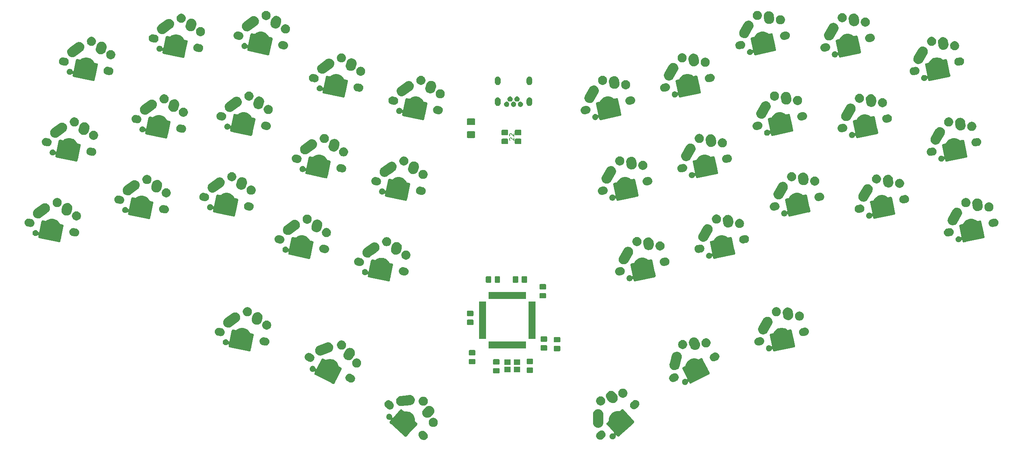
<source format=gbr>
G04 #@! TF.GenerationSoftware,KiCad,Pcbnew,5.1.5*
G04 #@! TF.CreationDate,2020-02-23T20:52:15-06:00*
G04 #@! TF.ProjectId,m'ergo,6d276572-676f-42e6-9b69-6361645f7063,rev?*
G04 #@! TF.SameCoordinates,Original*
G04 #@! TF.FileFunction,Soldermask,Top*
G04 #@! TF.FilePolarity,Negative*
%FSLAX46Y46*%
G04 Gerber Fmt 4.6, Leading zero omitted, Abs format (unit mm)*
G04 Created by KiCad (PCBNEW 5.1.5) date 2020-02-23 20:52:15*
%MOMM*%
%LPD*%
G04 APERTURE LIST*
%ADD10C,0.150000*%
%ADD11C,0.100000*%
G04 APERTURE END LIST*
D10*
X140199619Y-48154404D02*
X140152000Y-48106785D01*
X140104380Y-48011547D01*
X140104380Y-47773452D01*
X140152000Y-47678214D01*
X140199619Y-47630595D01*
X140294857Y-47582976D01*
X140390095Y-47582976D01*
X140532952Y-47630595D01*
X141104380Y-48202023D01*
X141104380Y-47582976D01*
X140199619Y-47202023D02*
X140152000Y-47154404D01*
X140104380Y-47059166D01*
X140104380Y-46821071D01*
X140152000Y-46725833D01*
X140199619Y-46678214D01*
X140294857Y-46630595D01*
X140390095Y-46630595D01*
X140532952Y-46678214D01*
X141104380Y-47249642D01*
X141104380Y-46630595D01*
X140199619Y-48154404D02*
X140152000Y-48106785D01*
X140104380Y-48011547D01*
X140104380Y-47773452D01*
X140152000Y-47678214D01*
X140199619Y-47630595D01*
X140294857Y-47582976D01*
X140390095Y-47582976D01*
X140532952Y-47630595D01*
X141104380Y-48202023D01*
X141104380Y-47582976D01*
X140199619Y-47202023D02*
X140152000Y-47154404D01*
X140104380Y-47059166D01*
X140104380Y-46821071D01*
X140152000Y-46725833D01*
X140199619Y-46678214D01*
X140294857Y-46630595D01*
X140390095Y-46630595D01*
X140532952Y-46678214D01*
X141104380Y-47249642D01*
X141104380Y-46630595D01*
X140199619Y-48154404D02*
X140152000Y-48106785D01*
X140104380Y-48011547D01*
X140104380Y-47773452D01*
X140152000Y-47678214D01*
X140199619Y-47630595D01*
X140294857Y-47582976D01*
X140390095Y-47582976D01*
X140532952Y-47630595D01*
X141104380Y-48202023D01*
X141104380Y-47582976D01*
X140199619Y-47202023D02*
X140152000Y-47154404D01*
X140104380Y-47059166D01*
X140104380Y-46821071D01*
X140152000Y-46725833D01*
X140199619Y-46678214D01*
X140294857Y-46630595D01*
X140390095Y-46630595D01*
X140532952Y-46678214D01*
X141104380Y-47249642D01*
X141104380Y-46630595D01*
X140199619Y-48154404D02*
X140152000Y-48106785D01*
X140104380Y-48011547D01*
X140104380Y-47773452D01*
X140152000Y-47678214D01*
X140199619Y-47630595D01*
X140294857Y-47582976D01*
X140390095Y-47582976D01*
X140532952Y-47630595D01*
X141104380Y-48202023D01*
X141104380Y-47582976D01*
X140199619Y-47202023D02*
X140152000Y-47154404D01*
X140104380Y-47059166D01*
X140104380Y-46821071D01*
X140152000Y-46725833D01*
X140199619Y-46678214D01*
X140294857Y-46630595D01*
X140390095Y-46630595D01*
X140532952Y-46678214D01*
X141104380Y-47249642D01*
X141104380Y-46630595D01*
X140199619Y-48154404D02*
X140152000Y-48106785D01*
X140104380Y-48011547D01*
X140104380Y-47773452D01*
X140152000Y-47678214D01*
X140199619Y-47630595D01*
X140294857Y-47582976D01*
X140390095Y-47582976D01*
X140532952Y-47630595D01*
X141104380Y-48202023D01*
X141104380Y-47582976D01*
X140199619Y-47202023D02*
X140152000Y-47154404D01*
X140104380Y-47059166D01*
X140104380Y-46821071D01*
X140152000Y-46725833D01*
X140199619Y-46678214D01*
X140294857Y-46630595D01*
X140390095Y-46630595D01*
X140532952Y-46678214D01*
X141104380Y-47249642D01*
X141104380Y-46630595D01*
X140199619Y-48154404D02*
X140152000Y-48106785D01*
X140104380Y-48011547D01*
X140104380Y-47773452D01*
X140152000Y-47678214D01*
X140199619Y-47630595D01*
X140294857Y-47582976D01*
X140390095Y-47582976D01*
X140532952Y-47630595D01*
X141104380Y-48202023D01*
X141104380Y-47582976D01*
X140199619Y-47202023D02*
X140152000Y-47154404D01*
X140104380Y-47059166D01*
X140104380Y-46821071D01*
X140152000Y-46725833D01*
X140199619Y-46678214D01*
X140294857Y-46630595D01*
X140390095Y-46630595D01*
X140532952Y-46678214D01*
X141104380Y-47249642D01*
X141104380Y-46630595D01*
X140199619Y-48154404D02*
X140152000Y-48106785D01*
X140104380Y-48011547D01*
X140104380Y-47773452D01*
X140152000Y-47678214D01*
X140199619Y-47630595D01*
X140294857Y-47582976D01*
X140390095Y-47582976D01*
X140532952Y-47630595D01*
X141104380Y-48202023D01*
X141104380Y-47582976D01*
X140199619Y-47202023D02*
X140152000Y-47154404D01*
X140104380Y-47059166D01*
X140104380Y-46821071D01*
X140152000Y-46725833D01*
X140199619Y-46678214D01*
X140294857Y-46630595D01*
X140390095Y-46630595D01*
X140532952Y-46678214D01*
X141104380Y-47249642D01*
X141104380Y-46630595D01*
X140199619Y-48154404D02*
X140152000Y-48106785D01*
X140104380Y-48011547D01*
X140104380Y-47773452D01*
X140152000Y-47678214D01*
X140199619Y-47630595D01*
X140294857Y-47582976D01*
X140390095Y-47582976D01*
X140532952Y-47630595D01*
X141104380Y-48202023D01*
X141104380Y-47582976D01*
X140199619Y-47202023D02*
X140152000Y-47154404D01*
X140104380Y-47059166D01*
X140104380Y-46821071D01*
X140152000Y-46725833D01*
X140199619Y-46678214D01*
X140294857Y-46630595D01*
X140390095Y-46630595D01*
X140532952Y-46678214D01*
X141104380Y-47249642D01*
X141104380Y-46630595D01*
X140199619Y-48154404D02*
X140152000Y-48106785D01*
X140104380Y-48011547D01*
X140104380Y-47773452D01*
X140152000Y-47678214D01*
X140199619Y-47630595D01*
X140294857Y-47582976D01*
X140390095Y-47582976D01*
X140532952Y-47630595D01*
X141104380Y-48202023D01*
X141104380Y-47582976D01*
X140199619Y-47202023D02*
X140152000Y-47154404D01*
X140104380Y-47059166D01*
X140104380Y-46821071D01*
X140152000Y-46725833D01*
X140199619Y-46678214D01*
X140294857Y-46630595D01*
X140390095Y-46630595D01*
X140532952Y-46678214D01*
X141104380Y-47249642D01*
X141104380Y-46630595D01*
X140199619Y-48154404D02*
X140152000Y-48106785D01*
X140104380Y-48011547D01*
X140104380Y-47773452D01*
X140152000Y-47678214D01*
X140199619Y-47630595D01*
X140294857Y-47582976D01*
X140390095Y-47582976D01*
X140532952Y-47630595D01*
X141104380Y-48202023D01*
X141104380Y-47582976D01*
X140199619Y-47202023D02*
X140152000Y-47154404D01*
X140104380Y-47059166D01*
X140104380Y-46821071D01*
X140152000Y-46725833D01*
X140199619Y-46678214D01*
X140294857Y-46630595D01*
X140390095Y-46630595D01*
X140532952Y-46678214D01*
X141104380Y-47249642D01*
X141104380Y-46630595D01*
X140199619Y-48154404D02*
X140152000Y-48106785D01*
X140104380Y-48011547D01*
X140104380Y-47773452D01*
X140152000Y-47678214D01*
X140199619Y-47630595D01*
X140294857Y-47582976D01*
X140390095Y-47582976D01*
X140532952Y-47630595D01*
X141104380Y-48202023D01*
X141104380Y-47582976D01*
X140199619Y-47202023D02*
X140152000Y-47154404D01*
X140104380Y-47059166D01*
X140104380Y-46821071D01*
X140152000Y-46725833D01*
X140199619Y-46678214D01*
X140294857Y-46630595D01*
X140390095Y-46630595D01*
X140532952Y-46678214D01*
X141104380Y-47249642D01*
X141104380Y-46630595D01*
D11*
G36*
X120019788Y-115302915D02*
G01*
X120100686Y-115306623D01*
X120277773Y-115350366D01*
X120442919Y-115427814D01*
X120516379Y-115481924D01*
X120552983Y-115508886D01*
X120852887Y-115778921D01*
X120936425Y-115854139D01*
X121028557Y-115955125D01*
X121122846Y-116111276D01*
X121184857Y-116282813D01*
X121200589Y-116386533D01*
X121212212Y-116463156D01*
X121208972Y-116533813D01*
X121203858Y-116645369D01*
X121160115Y-116822456D01*
X121082667Y-116987602D01*
X120974489Y-117134465D01*
X120839734Y-117257406D01*
X120683587Y-117351692D01*
X120512047Y-117413704D01*
X120395317Y-117431410D01*
X120331704Y-117441059D01*
X120230389Y-117436413D01*
X120149491Y-117432705D01*
X119972405Y-117388962D01*
X119807259Y-117311514D01*
X119697198Y-117230444D01*
X119697195Y-117230442D01*
X119313754Y-116885190D01*
X119313753Y-116885189D01*
X119221621Y-116784203D01*
X119159432Y-116681212D01*
X119127334Y-116628055D01*
X119065321Y-116456514D01*
X119037966Y-116276171D01*
X119043046Y-116165374D01*
X119046320Y-116093959D01*
X119090063Y-115916872D01*
X119167511Y-115751726D01*
X119275689Y-115604862D01*
X119410442Y-115481924D01*
X119500054Y-115427814D01*
X119566590Y-115387637D01*
X119738131Y-115325624D01*
X119918474Y-115298269D01*
X120019788Y-115302915D01*
G37*
G36*
X161443139Y-115243918D02*
G01*
X161559869Y-115261624D01*
X161731409Y-115323636D01*
X161887556Y-115417922D01*
X162022311Y-115540863D01*
X162130489Y-115687726D01*
X162207937Y-115852872D01*
X162251680Y-116029959D01*
X162255407Y-116111272D01*
X162260034Y-116212172D01*
X162250326Y-116276171D01*
X162232679Y-116392515D01*
X162170668Y-116564052D01*
X162076379Y-116720203D01*
X162017991Y-116784202D01*
X161984246Y-116821190D01*
X161600805Y-117166442D01*
X161600802Y-117166444D01*
X161490741Y-117247514D01*
X161325595Y-117324962D01*
X161148508Y-117368705D01*
X161067610Y-117372413D01*
X160966296Y-117377059D01*
X160785953Y-117349704D01*
X160614412Y-117287691D01*
X160519603Y-117230442D01*
X160458264Y-117193404D01*
X160323511Y-117070466D01*
X160215333Y-116923602D01*
X160137885Y-116758456D01*
X160094142Y-116581369D01*
X160088723Y-116463156D01*
X160085788Y-116399157D01*
X160113143Y-116218814D01*
X160175156Y-116047273D01*
X160253895Y-115916874D01*
X160269443Y-115891125D01*
X160361575Y-115790139D01*
X160427160Y-115731086D01*
X160745017Y-115444886D01*
X160822739Y-115387637D01*
X160855081Y-115363814D01*
X161020227Y-115286366D01*
X161197313Y-115242623D01*
X161278211Y-115238915D01*
X161379526Y-115234269D01*
X161443139Y-115243918D01*
G37*
G36*
X166237353Y-110284326D02*
G01*
X166266664Y-110288772D01*
X166316589Y-110306821D01*
X166322427Y-110308931D01*
X166373179Y-110339577D01*
X166393829Y-110358417D01*
X166402049Y-110365916D01*
X166416982Y-110379540D01*
X166416983Y-110379542D01*
X166422153Y-110386560D01*
X166429896Y-110396058D01*
X168192120Y-112353206D01*
X168200759Y-112361901D01*
X168225433Y-112384412D01*
X168245241Y-112411304D01*
X168252987Y-112420806D01*
X168760316Y-112984252D01*
X168810776Y-113040293D01*
X168819420Y-113048994D01*
X168825855Y-113054865D01*
X168831019Y-113061875D01*
X168831021Y-113061878D01*
X168861017Y-113102600D01*
X168877091Y-113136877D01*
X168886191Y-113156281D01*
X168900410Y-113213843D01*
X168900410Y-113213845D01*
X168903125Y-113273074D01*
X168903124Y-113273078D01*
X168894234Y-113331693D01*
X168874075Y-113387458D01*
X168843429Y-113438210D01*
X168822175Y-113461506D01*
X168818788Y-113465219D01*
X168809341Y-113475573D01*
X168809334Y-113475580D01*
X168803466Y-113482012D01*
X168803049Y-113482319D01*
X168796450Y-113487180D01*
X168786951Y-113494924D01*
X168518144Y-113736959D01*
X168509465Y-113745581D01*
X168509362Y-113745694D01*
X168509241Y-113745783D01*
X168499753Y-113753518D01*
X165696832Y-116277278D01*
X165688136Y-116285917D01*
X165682258Y-116292360D01*
X165678394Y-116295206D01*
X165675240Y-116297529D01*
X165665734Y-116305279D01*
X165399568Y-116544936D01*
X165390878Y-116553569D01*
X165385000Y-116560012D01*
X165384998Y-116560014D01*
X165377984Y-116565180D01*
X165377982Y-116565182D01*
X165337261Y-116595177D01*
X165283580Y-116620351D01*
X165226019Y-116634570D01*
X165196403Y-116635927D01*
X165166789Y-116637285D01*
X165166787Y-116637285D01*
X165131859Y-116631987D01*
X165108168Y-116628394D01*
X165089142Y-116621516D01*
X165052404Y-116608235D01*
X165001652Y-116577589D01*
X164964287Y-116543500D01*
X164964284Y-116543497D01*
X164957850Y-116537627D01*
X164952685Y-116530615D01*
X164944935Y-116521108D01*
X164835130Y-116399157D01*
X164815794Y-116377682D01*
X164797692Y-116361167D01*
X164776716Y-116348501D01*
X164753671Y-116340170D01*
X164729444Y-116336495D01*
X164704966Y-116337618D01*
X164681177Y-116343494D01*
X164658991Y-116353898D01*
X164639262Y-116368430D01*
X164622746Y-116386533D01*
X164610080Y-116407509D01*
X164601749Y-116430554D01*
X164598074Y-116454781D01*
X164600305Y-116485708D01*
X164605430Y-116511474D01*
X164605430Y-116649563D01*
X164578492Y-116784992D01*
X164525648Y-116912568D01*
X164448935Y-117027378D01*
X164351289Y-117125024D01*
X164236479Y-117201737D01*
X164108903Y-117254581D01*
X163973474Y-117281519D01*
X163835386Y-117281519D01*
X163699957Y-117254581D01*
X163572381Y-117201737D01*
X163457571Y-117125024D01*
X163359925Y-117027378D01*
X163283212Y-116912568D01*
X163230368Y-116784992D01*
X163203430Y-116649563D01*
X163203430Y-116511475D01*
X163230368Y-116376046D01*
X163283212Y-116248470D01*
X163359925Y-116133660D01*
X163457571Y-116036014D01*
X163572381Y-115959301D01*
X163699957Y-115906457D01*
X163835386Y-115879519D01*
X163973475Y-115879519D01*
X164084081Y-115901519D01*
X164108467Y-115903921D01*
X164132853Y-115901519D01*
X164156302Y-115894406D01*
X164177913Y-115882854D01*
X164196854Y-115867309D01*
X164212399Y-115848367D01*
X164223950Y-115826756D01*
X164231063Y-115803307D01*
X164233465Y-115778921D01*
X164231063Y-115754535D01*
X164223950Y-115731086D01*
X164212398Y-115709475D01*
X164201358Y-115695281D01*
X164116036Y-115600521D01*
X162564065Y-113876882D01*
X162555421Y-113868181D01*
X162548979Y-113862304D01*
X162513815Y-113814565D01*
X162488641Y-113760884D01*
X162474422Y-113703323D01*
X162471707Y-113644091D01*
X162480598Y-113585474D01*
X162480598Y-113585472D01*
X162500251Y-113531109D01*
X162500757Y-113529709D01*
X162531403Y-113478957D01*
X162551688Y-113456723D01*
X162571367Y-113435153D01*
X162578386Y-113429983D01*
X162587884Y-113422240D01*
X162854059Y-113182575D01*
X162862750Y-113173941D01*
X162868624Y-113167502D01*
X162875647Y-113162329D01*
X162885144Y-113154586D01*
X163006744Y-113045097D01*
X163023257Y-113026997D01*
X163035923Y-113006020D01*
X163044254Y-112982976D01*
X163048100Y-112952207D01*
X163048100Y-112574594D01*
X163126684Y-112179526D01*
X163254323Y-111871378D01*
X163280833Y-111807377D01*
X163504623Y-111472452D01*
X163789452Y-111187623D01*
X164124377Y-110963833D01*
X164329458Y-110878886D01*
X164496526Y-110809684D01*
X164891594Y-110731100D01*
X165294406Y-110731100D01*
X165464160Y-110764866D01*
X165488546Y-110767268D01*
X165512932Y-110764866D01*
X165536381Y-110757753D01*
X165557992Y-110746202D01*
X165572186Y-110735162D01*
X165675379Y-110642247D01*
X165684081Y-110633602D01*
X165695727Y-110620837D01*
X165695728Y-110620836D01*
X165709645Y-110610585D01*
X165719139Y-110602845D01*
X165975263Y-110372230D01*
X165983962Y-110363588D01*
X165989835Y-110357151D01*
X165996845Y-110351987D01*
X165996848Y-110351985D01*
X166037569Y-110321990D01*
X166091249Y-110296816D01*
X166091251Y-110296815D01*
X166148813Y-110282596D01*
X166208043Y-110279881D01*
X166208045Y-110279881D01*
X166237353Y-110284326D01*
G37*
G36*
X115097277Y-110325164D02*
G01*
X115126893Y-110326522D01*
X115184454Y-110340741D01*
X115238135Y-110365915D01*
X115270038Y-110389415D01*
X115279570Y-110396437D01*
X115285874Y-110401080D01*
X115291752Y-110407523D01*
X115300442Y-110416156D01*
X115566616Y-110655820D01*
X115576119Y-110663567D01*
X115583131Y-110668732D01*
X115588418Y-110674527D01*
X115589000Y-110675165D01*
X115597701Y-110683809D01*
X115721989Y-110795718D01*
X115725812Y-110799161D01*
X115745542Y-110813694D01*
X115767727Y-110824098D01*
X115791516Y-110829974D01*
X115815995Y-110831097D01*
X115833839Y-110828866D01*
X116003594Y-110795100D01*
X116406406Y-110795100D01*
X116801474Y-110873684D01*
X116954093Y-110936901D01*
X117173623Y-111027833D01*
X117508548Y-111251623D01*
X117793377Y-111536452D01*
X118017167Y-111871377D01*
X118017167Y-111871378D01*
X118171316Y-112243526D01*
X118249900Y-112638594D01*
X118249900Y-113016206D01*
X118252302Y-113040592D01*
X118259415Y-113064041D01*
X118270966Y-113085652D01*
X118291256Y-113109096D01*
X118387950Y-113196159D01*
X118397449Y-113203903D01*
X118411359Y-113214149D01*
X118423002Y-113226911D01*
X118431700Y-113235552D01*
X118687836Y-113466178D01*
X118697331Y-113473919D01*
X118704340Y-113479081D01*
X118710204Y-113485509D01*
X118710224Y-113485529D01*
X118714349Y-113490050D01*
X118714351Y-113490052D01*
X118716047Y-113491911D01*
X118744303Y-113522882D01*
X118774949Y-113573634D01*
X118774950Y-113573637D01*
X118782809Y-113595376D01*
X118795107Y-113629398D01*
X118800250Y-113663299D01*
X118803999Y-113688018D01*
X118803999Y-113688020D01*
X118801284Y-113747250D01*
X118787065Y-113804812D01*
X118787063Y-113804816D01*
X118761891Y-113858493D01*
X118731899Y-113899209D01*
X118731884Y-113899227D01*
X118726725Y-113906231D01*
X118720298Y-113912095D01*
X118711655Y-113920795D01*
X117504366Y-115261625D01*
X116970864Y-115854139D01*
X116949422Y-115877952D01*
X116941675Y-115887455D01*
X116921871Y-115914340D01*
X116921868Y-115914343D01*
X116897209Y-115936840D01*
X116888572Y-115945532D01*
X116335180Y-116560137D01*
X116330774Y-116565030D01*
X116323024Y-116574536D01*
X116317856Y-116581552D01*
X116317853Y-116581555D01*
X116311421Y-116587424D01*
X116311416Y-116587428D01*
X116274053Y-116621516D01*
X116223301Y-116652162D01*
X116223298Y-116652163D01*
X116167538Y-116672321D01*
X116138227Y-116676767D01*
X116108919Y-116681212D01*
X116108917Y-116681212D01*
X116079303Y-116679855D01*
X116049687Y-116678497D01*
X115992126Y-116664278D01*
X115938448Y-116639105D01*
X115938443Y-116639101D01*
X115902664Y-116612747D01*
X115890703Y-116603937D01*
X115884829Y-116597498D01*
X115876130Y-116588856D01*
X115665445Y-116399154D01*
X115607347Y-116346843D01*
X115597842Y-116339094D01*
X115597726Y-116339009D01*
X115597627Y-116338900D01*
X115588928Y-116330258D01*
X114989064Y-115790138D01*
X112786017Y-113806505D01*
X112776519Y-113798762D01*
X112769497Y-113793590D01*
X112763609Y-113787136D01*
X112754933Y-113778517D01*
X112488758Y-113538852D01*
X112479260Y-113531109D01*
X112472241Y-113525939D01*
X112432277Y-113482135D01*
X112401631Y-113431383D01*
X112391921Y-113404523D01*
X112381472Y-113375620D01*
X112374810Y-113331694D01*
X112372581Y-113317001D01*
X112372746Y-113313412D01*
X112374594Y-113273078D01*
X112375296Y-113257769D01*
X112389515Y-113200208D01*
X112414688Y-113146530D01*
X112415685Y-113145176D01*
X112415687Y-113145174D01*
X112419799Y-113139592D01*
X112441045Y-113110747D01*
X112441046Y-113110746D01*
X112449854Y-113098788D01*
X112449856Y-113098785D01*
X112456295Y-113092911D01*
X112464940Y-113084209D01*
X112504482Y-113040293D01*
X112594016Y-112940856D01*
X112608547Y-112921128D01*
X112618951Y-112898943D01*
X112624827Y-112875154D01*
X112625950Y-112850675D01*
X112622275Y-112826448D01*
X112613944Y-112803404D01*
X112601278Y-112782427D01*
X112584763Y-112764325D01*
X112565033Y-112749792D01*
X112542848Y-112739388D01*
X112519059Y-112733512D01*
X112494580Y-112732389D01*
X112476736Y-112734620D01*
X112366127Y-112756621D01*
X112228039Y-112756621D01*
X112092610Y-112729683D01*
X111965034Y-112676839D01*
X111850224Y-112600126D01*
X111752578Y-112502480D01*
X111675865Y-112387670D01*
X111623021Y-112260094D01*
X111596083Y-112124665D01*
X111596083Y-111986577D01*
X111623021Y-111851148D01*
X111675865Y-111723572D01*
X111752578Y-111608762D01*
X111850224Y-111511116D01*
X111965034Y-111434403D01*
X112092610Y-111381559D01*
X112228039Y-111354621D01*
X112366127Y-111354621D01*
X112501556Y-111381559D01*
X112629132Y-111434403D01*
X112743942Y-111511116D01*
X112841588Y-111608762D01*
X112918301Y-111723572D01*
X112971145Y-111851148D01*
X112998083Y-111986577D01*
X112998083Y-112124663D01*
X112992957Y-112150433D01*
X112990555Y-112174819D01*
X112992957Y-112199206D01*
X113000070Y-112222655D01*
X113011621Y-112244265D01*
X113027166Y-112263207D01*
X113046108Y-112278753D01*
X113067718Y-112290304D01*
X113091167Y-112297417D01*
X113115553Y-112299819D01*
X113139940Y-112297417D01*
X113163389Y-112290304D01*
X113184999Y-112278753D01*
X113208446Y-112258461D01*
X114845808Y-110439985D01*
X114853559Y-110430477D01*
X114858724Y-110423465D01*
X114865158Y-110417595D01*
X114865161Y-110417592D01*
X114902526Y-110383503D01*
X114953278Y-110352857D01*
X115009042Y-110332698D01*
X115032733Y-110329105D01*
X115067661Y-110323807D01*
X115067663Y-110323807D01*
X115097277Y-110325164D01*
G37*
G36*
X160586679Y-110290376D02*
G01*
X160787487Y-110309800D01*
X160787490Y-110309801D01*
X160787491Y-110309801D01*
X161009285Y-110376659D01*
X161213774Y-110485502D01*
X161364052Y-110608393D01*
X161379270Y-110620837D01*
X161393100Y-110632147D01*
X161540370Y-110810959D01*
X161649926Y-111015068D01*
X161717558Y-111236627D01*
X161734876Y-111409362D01*
X161738502Y-113486457D01*
X161730018Y-113574162D01*
X161721788Y-113659248D01*
X161721787Y-113659251D01*
X161654929Y-113881045D01*
X161546086Y-114085534D01*
X161399441Y-114264860D01*
X161220629Y-114412130D01*
X161016520Y-114521686D01*
X160794961Y-114589318D01*
X160622089Y-114606650D01*
X160564466Y-114612427D01*
X160564465Y-114612427D01*
X160533044Y-114609388D01*
X160333895Y-114590124D01*
X160333892Y-114590123D01*
X160333891Y-114590123D01*
X160112097Y-114523265D01*
X159907608Y-114414422D01*
X159728282Y-114267777D01*
X159581012Y-114088965D01*
X159471456Y-113884857D01*
X159403824Y-113663297D01*
X159386506Y-113490562D01*
X159382880Y-111413467D01*
X159394211Y-111296336D01*
X159399594Y-111240677D01*
X159400815Y-111236625D01*
X159466453Y-111018879D01*
X159575296Y-110814390D01*
X159721941Y-110635064D01*
X159900753Y-110487794D01*
X160098356Y-110381730D01*
X160104860Y-110378239D01*
X160104862Y-110378238D01*
X160326421Y-110310606D01*
X160528201Y-110290376D01*
X160556916Y-110287497D01*
X160556917Y-110287497D01*
X160586679Y-110290376D01*
G37*
G36*
X122769984Y-112351092D02*
G01*
X122961253Y-112430318D01*
X122961255Y-112430319D01*
X123133393Y-112545338D01*
X123279785Y-112691730D01*
X123385989Y-112850675D01*
X123394805Y-112863870D01*
X123474031Y-113055139D01*
X123514420Y-113258187D01*
X123514420Y-113465219D01*
X123474031Y-113668267D01*
X123398612Y-113850345D01*
X123394804Y-113859538D01*
X123279785Y-114031676D01*
X123133393Y-114178068D01*
X122961255Y-114293087D01*
X122961254Y-114293088D01*
X122961253Y-114293088D01*
X122769984Y-114372314D01*
X122566936Y-114412703D01*
X122359904Y-114412703D01*
X122156856Y-114372314D01*
X121965587Y-114293088D01*
X121965586Y-114293088D01*
X121965585Y-114293087D01*
X121793447Y-114178068D01*
X121647055Y-114031676D01*
X121532036Y-113859538D01*
X121528228Y-113850345D01*
X121452809Y-113668267D01*
X121412420Y-113465219D01*
X121412420Y-113258187D01*
X121452809Y-113055139D01*
X121532035Y-112863870D01*
X121540852Y-112850675D01*
X121647055Y-112691730D01*
X121793447Y-112545338D01*
X121965585Y-112430319D01*
X121965587Y-112430318D01*
X122156856Y-112351092D01*
X122359904Y-112310703D01*
X122566936Y-112310703D01*
X122769984Y-112351092D01*
G37*
G36*
X121572097Y-109543530D02*
G01*
X121784186Y-109567788D01*
X122004780Y-109638507D01*
X122207338Y-109750902D01*
X122384077Y-109900655D01*
X122471880Y-110011138D01*
X122528205Y-110082011D01*
X122541121Y-110107116D01*
X122634181Y-110287999D01*
X122697936Y-110510705D01*
X122717019Y-110741569D01*
X122690695Y-110971720D01*
X122619976Y-111192313D01*
X122507581Y-111394871D01*
X122416822Y-111501985D01*
X122395351Y-111527325D01*
X121894886Y-112012310D01*
X121758970Y-112120326D01*
X121675767Y-112163132D01*
X121552982Y-112226303D01*
X121330276Y-112290058D01*
X121099413Y-112309140D01*
X121099412Y-112309140D01*
X121077989Y-112306690D01*
X120869262Y-112282816D01*
X120648668Y-112212097D01*
X120446110Y-112099702D01*
X120269371Y-111949949D01*
X120125244Y-111768594D01*
X120019266Y-111562605D01*
X119955511Y-111339899D01*
X119936429Y-111109036D01*
X119962753Y-110878885D01*
X120033472Y-110658291D01*
X120145867Y-110455733D01*
X120244288Y-110339577D01*
X120258097Y-110323279D01*
X120758562Y-109838294D01*
X120894477Y-109730278D01*
X121072856Y-109638507D01*
X121100466Y-109624302D01*
X121323171Y-109560547D01*
X121554035Y-109541464D01*
X121554036Y-109541464D01*
X121572097Y-109543530D01*
G37*
G36*
X112179610Y-108243587D02*
G01*
X112260508Y-108247295D01*
X112437595Y-108291038D01*
X112602741Y-108368486D01*
X112676201Y-108422596D01*
X112712805Y-108449558D01*
X113052086Y-108755048D01*
X113096247Y-108794811D01*
X113188379Y-108895797D01*
X113282668Y-109051948D01*
X113344679Y-109223485D01*
X113352009Y-109271811D01*
X113372034Y-109403828D01*
X113367490Y-109502922D01*
X113363680Y-109586041D01*
X113319937Y-109763128D01*
X113242489Y-109928274D01*
X113134311Y-110075137D01*
X112999556Y-110198078D01*
X112843409Y-110292364D01*
X112671869Y-110354376D01*
X112555139Y-110372082D01*
X112491526Y-110381731D01*
X112390211Y-110377085D01*
X112309313Y-110373377D01*
X112132227Y-110329634D01*
X111967081Y-110252186D01*
X111857020Y-110171116D01*
X111857017Y-110171114D01*
X111473576Y-109825862D01*
X111473575Y-109825861D01*
X111381443Y-109724875D01*
X111341216Y-109658255D01*
X111287156Y-109568727D01*
X111225143Y-109397186D01*
X111197788Y-109216843D01*
X111203080Y-109101428D01*
X111206142Y-109034631D01*
X111249885Y-108857544D01*
X111327333Y-108692398D01*
X111435511Y-108545534D01*
X111570264Y-108422596D01*
X111659876Y-108368486D01*
X111726412Y-108328309D01*
X111897953Y-108266296D01*
X112078296Y-108238941D01*
X112179610Y-108243587D01*
G37*
G36*
X169283317Y-108184590D02*
G01*
X169400047Y-108202296D01*
X169571587Y-108264308D01*
X169727734Y-108358594D01*
X169862489Y-108481535D01*
X169970667Y-108628398D01*
X170048115Y-108793544D01*
X170091858Y-108970631D01*
X170094792Y-109034629D01*
X170100212Y-109152844D01*
X170099204Y-109159486D01*
X170072857Y-109333187D01*
X170010846Y-109504724D01*
X169916557Y-109660875D01*
X169858169Y-109724874D01*
X169824424Y-109761862D01*
X169440983Y-110107114D01*
X169440980Y-110107116D01*
X169330919Y-110188186D01*
X169165773Y-110265634D01*
X168988686Y-110309377D01*
X168907788Y-110313085D01*
X168806474Y-110317731D01*
X168626131Y-110290376D01*
X168454590Y-110228363D01*
X168359781Y-110171114D01*
X168298442Y-110134076D01*
X168163689Y-110011138D01*
X168055511Y-109864274D01*
X167978063Y-109699128D01*
X167934320Y-109522041D01*
X167928901Y-109403828D01*
X167925966Y-109339829D01*
X167953321Y-109159486D01*
X168015334Y-108987945D01*
X168074941Y-108889231D01*
X168109621Y-108831797D01*
X168201753Y-108730811D01*
X168338705Y-108607499D01*
X168585195Y-108385558D01*
X168662917Y-108328309D01*
X168695259Y-108304486D01*
X168860405Y-108227038D01*
X169037491Y-108183295D01*
X169118389Y-108179587D01*
X169219704Y-108174941D01*
X169283317Y-108184590D01*
G37*
G36*
X117364362Y-107060607D02*
G01*
X117579108Y-107147479D01*
X117772779Y-107274577D01*
X117937934Y-107437016D01*
X118068225Y-107628554D01*
X118158645Y-107841830D01*
X118205720Y-108068648D01*
X118207641Y-108300291D01*
X118164333Y-108527858D01*
X118077460Y-108742604D01*
X118064725Y-108762010D01*
X117950364Y-108936275D01*
X117836597Y-109051944D01*
X117787924Y-109101430D01*
X117596386Y-109231721D01*
X117383110Y-109322142D01*
X117213131Y-109357420D01*
X117213126Y-109357421D01*
X117213119Y-109357422D01*
X115147806Y-109578139D01*
X115147803Y-109578139D01*
X115147794Y-109578140D01*
X114974200Y-109579579D01*
X114746632Y-109536271D01*
X114531886Y-109449399D01*
X114338214Y-109322301D01*
X114173060Y-109159862D01*
X114042769Y-108968324D01*
X113952348Y-108755048D01*
X113905273Y-108528230D01*
X113903353Y-108296588D01*
X113946661Y-108069020D01*
X114033533Y-107854274D01*
X114160631Y-107660602D01*
X114323070Y-107495448D01*
X114514608Y-107365157D01*
X114727884Y-107274736D01*
X114897863Y-107239458D01*
X115758516Y-107147481D01*
X116963187Y-107018739D01*
X116963190Y-107018739D01*
X116963199Y-107018738D01*
X117136794Y-107017299D01*
X117364362Y-107060607D01*
G37*
G36*
X120459435Y-107444835D02*
G01*
X120650704Y-107524061D01*
X120650706Y-107524062D01*
X120822844Y-107639081D01*
X120969236Y-107785473D01*
X121068223Y-107933617D01*
X121084256Y-107957613D01*
X121163482Y-108148882D01*
X121203871Y-108351930D01*
X121203871Y-108558962D01*
X121163482Y-108762010D01*
X121108065Y-108895798D01*
X121084255Y-108953281D01*
X120969236Y-109125419D01*
X120822844Y-109271811D01*
X120650706Y-109386830D01*
X120650705Y-109386831D01*
X120650704Y-109386831D01*
X120459435Y-109466057D01*
X120256387Y-109506446D01*
X120049355Y-109506446D01*
X119846307Y-109466057D01*
X119655038Y-109386831D01*
X119655037Y-109386831D01*
X119655036Y-109386830D01*
X119482898Y-109271811D01*
X119336506Y-109125419D01*
X119221487Y-108953281D01*
X119197677Y-108895798D01*
X119142260Y-108762010D01*
X119101871Y-108558962D01*
X119101871Y-108351930D01*
X119142260Y-108148882D01*
X119221486Y-107957613D01*
X119237520Y-107933617D01*
X119336506Y-107785473D01*
X119482898Y-107639081D01*
X119655036Y-107524062D01*
X119655038Y-107524061D01*
X119846307Y-107444835D01*
X120049355Y-107404446D01*
X120256387Y-107404446D01*
X120459435Y-107444835D01*
G37*
G36*
X161451693Y-107380835D02*
G01*
X161606205Y-107444836D01*
X161642964Y-107460062D01*
X161815102Y-107575081D01*
X161961494Y-107721473D01*
X162041913Y-107841828D01*
X162076514Y-107893613D01*
X162155740Y-108084882D01*
X162196129Y-108287930D01*
X162196129Y-108494962D01*
X162155740Y-108698010D01*
X162093155Y-108849104D01*
X162076513Y-108889281D01*
X161961494Y-109061419D01*
X161815102Y-109207811D01*
X161642964Y-109322830D01*
X161642963Y-109322831D01*
X161642962Y-109322831D01*
X161451693Y-109402057D01*
X161248645Y-109442446D01*
X161041613Y-109442446D01*
X160838565Y-109402057D01*
X160647296Y-109322831D01*
X160647295Y-109322831D01*
X160647294Y-109322830D01*
X160475156Y-109207811D01*
X160328764Y-109061419D01*
X160213745Y-108889281D01*
X160197103Y-108849104D01*
X160134518Y-108698010D01*
X160094129Y-108494962D01*
X160094129Y-108287930D01*
X160134518Y-108084882D01*
X160213744Y-107893613D01*
X160248346Y-107841828D01*
X160328764Y-107721473D01*
X160475156Y-107575081D01*
X160647294Y-107460062D01*
X160684053Y-107444836D01*
X160838565Y-107380835D01*
X161041613Y-107340446D01*
X161248645Y-107340446D01*
X161451693Y-107380835D01*
G37*
G36*
X163686753Y-106080309D02*
G01*
X163912891Y-106130546D01*
X164124884Y-106223935D01*
X164314585Y-106356887D01*
X164434578Y-106482343D01*
X164434581Y-106482347D01*
X164434584Y-106482350D01*
X164435599Y-106483645D01*
X164864604Y-107030772D01*
X164957816Y-107177227D01*
X165041681Y-107393163D01*
X165081808Y-107621314D01*
X165076654Y-107852908D01*
X165026417Y-108079046D01*
X164933028Y-108291039D01*
X164800076Y-108480740D01*
X164632669Y-108640857D01*
X164437242Y-108765239D01*
X164221305Y-108849104D01*
X163993154Y-108889231D01*
X163761560Y-108884077D01*
X163535423Y-108833840D01*
X163323430Y-108740451D01*
X163133729Y-108607499D01*
X163013736Y-108482043D01*
X163013733Y-108482039D01*
X163013730Y-108482036D01*
X162702320Y-108084882D01*
X162583710Y-107933614D01*
X162490498Y-107787159D01*
X162406633Y-107571222D01*
X162366506Y-107343071D01*
X162371660Y-107111478D01*
X162421897Y-106885340D01*
X162515286Y-106673347D01*
X162648238Y-106483646D01*
X162815645Y-106323529D01*
X163011072Y-106199147D01*
X163227009Y-106115282D01*
X163455160Y-106075155D01*
X163686753Y-106080309D01*
G37*
G36*
X166572592Y-105595786D02*
G01*
X166763861Y-105675012D01*
X166763863Y-105675013D01*
X166936001Y-105790032D01*
X167082393Y-105936424D01*
X167197413Y-106108564D01*
X167276639Y-106299833D01*
X167317028Y-106502881D01*
X167317028Y-106709913D01*
X167276639Y-106912961D01*
X167232824Y-107018739D01*
X167197412Y-107104232D01*
X167082393Y-107276370D01*
X166936001Y-107422762D01*
X166763863Y-107537781D01*
X166763862Y-107537782D01*
X166763861Y-107537782D01*
X166572592Y-107617008D01*
X166369544Y-107657397D01*
X166162512Y-107657397D01*
X165959464Y-107617008D01*
X165768195Y-107537782D01*
X165768194Y-107537782D01*
X165768193Y-107537781D01*
X165596055Y-107422762D01*
X165449663Y-107276370D01*
X165334644Y-107104232D01*
X165299232Y-107018739D01*
X165255417Y-106912961D01*
X165215028Y-106709913D01*
X165215028Y-106502881D01*
X165255417Y-106299833D01*
X165334643Y-106108564D01*
X165449663Y-105936424D01*
X165596055Y-105790032D01*
X165768193Y-105675013D01*
X165768195Y-105675012D01*
X165959464Y-105595786D01*
X166162512Y-105555397D01*
X166369544Y-105555397D01*
X166572592Y-105595786D01*
G37*
G36*
X184427178Y-98490822D02*
G01*
X184485092Y-98503528D01*
X184539414Y-98527289D01*
X184568896Y-98547837D01*
X184588059Y-98561193D01*
X184629151Y-98603931D01*
X184661118Y-98653869D01*
X184664297Y-98661991D01*
X184669322Y-98673178D01*
X184909838Y-99145216D01*
X185864941Y-101019711D01*
X185871039Y-101030354D01*
X185889049Y-101058489D01*
X185901224Y-101089596D01*
X185906246Y-101100777D01*
X186210774Y-101698446D01*
X186284687Y-101843509D01*
X186290785Y-101854152D01*
X186295484Y-101861493D01*
X186298660Y-101869607D01*
X186298661Y-101869609D01*
X186317094Y-101916706D01*
X186327517Y-101975073D01*
X186326354Y-102034354D01*
X186321089Y-102058347D01*
X186313647Y-102092270D01*
X186289886Y-102146592D01*
X186285210Y-102153301D01*
X186255983Y-102195236D01*
X186213243Y-102236329D01*
X186180718Y-102257150D01*
X186163306Y-102268296D01*
X186155191Y-102271472D01*
X186144012Y-102276493D01*
X185821727Y-102440705D01*
X185811094Y-102446798D01*
X185810982Y-102446870D01*
X185810977Y-102446872D01*
X185810850Y-102446922D01*
X185799683Y-102451937D01*
X183764366Y-103488982D01*
X182439066Y-104164256D01*
X182428423Y-104170354D01*
X182421077Y-104175056D01*
X182412963Y-104178232D01*
X182401772Y-104183258D01*
X182082660Y-104345854D01*
X182072017Y-104351952D01*
X182064676Y-104356651D01*
X182009462Y-104378262D01*
X181976720Y-104384109D01*
X181951094Y-104388685D01*
X181891813Y-104387521D01*
X181833900Y-104374814D01*
X181779577Y-104351053D01*
X181779574Y-104351051D01*
X181730934Y-104317151D01*
X181689841Y-104274411D01*
X181662577Y-104231821D01*
X181662568Y-104231805D01*
X181657874Y-104224473D01*
X181657872Y-104224469D01*
X181654699Y-104216363D01*
X181649674Y-104205175D01*
X181563143Y-104035348D01*
X181549932Y-104014710D01*
X181532948Y-103997046D01*
X181512845Y-103983035D01*
X181490395Y-103973215D01*
X181466460Y-103967963D01*
X181441961Y-103967482D01*
X181417838Y-103971790D01*
X181395020Y-103980721D01*
X181374382Y-103993932D01*
X181356718Y-104010916D01*
X181342707Y-104031019D01*
X181332887Y-104053469D01*
X181329171Y-104067711D01*
X181303309Y-104197732D01*
X181250465Y-104325308D01*
X181173752Y-104440118D01*
X181076106Y-104537764D01*
X180961296Y-104614477D01*
X180833720Y-104667321D01*
X180698291Y-104694259D01*
X180560203Y-104694259D01*
X180424774Y-104667321D01*
X180297198Y-104614477D01*
X180182388Y-104537764D01*
X180084742Y-104440118D01*
X180008029Y-104325308D01*
X179955185Y-104197732D01*
X179928247Y-104062303D01*
X179928247Y-103924215D01*
X179955185Y-103788786D01*
X180008029Y-103661210D01*
X180084742Y-103546400D01*
X180182388Y-103448754D01*
X180297198Y-103372041D01*
X180424774Y-103319197D01*
X180560203Y-103292259D01*
X180698291Y-103292259D01*
X180833720Y-103319197D01*
X180961293Y-103372040D01*
X180961295Y-103372041D01*
X180963089Y-103373240D01*
X180963092Y-103373242D01*
X180984703Y-103384793D01*
X181008152Y-103391905D01*
X181032538Y-103394307D01*
X181056924Y-103391905D01*
X181080373Y-103384791D01*
X181101984Y-103373240D01*
X181120926Y-103357695D01*
X181136471Y-103338753D01*
X181148022Y-103317142D01*
X181155134Y-103293693D01*
X181157536Y-103269307D01*
X181155134Y-103244921D01*
X181143912Y-103212560D01*
X180034304Y-101034831D01*
X180028205Y-101024187D01*
X180023508Y-101016849D01*
X180001897Y-100961635D01*
X179991475Y-100903270D01*
X179992639Y-100843987D01*
X179994399Y-100835966D01*
X180005345Y-100786073D01*
X180029106Y-100731751D01*
X180046757Y-100706426D01*
X180063009Y-100683107D01*
X180105749Y-100642014D01*
X180128328Y-100627560D01*
X180155685Y-100610047D01*
X180163808Y-100606868D01*
X180174997Y-100601842D01*
X180179762Y-100599414D01*
X180494107Y-100439247D01*
X180504748Y-100433150D01*
X180512090Y-100428450D01*
X180520205Y-100425274D01*
X180531381Y-100420255D01*
X180684989Y-100341988D01*
X180705623Y-100328779D01*
X180723287Y-100311795D01*
X180737298Y-100291692D01*
X180747118Y-100269242D01*
X180750834Y-100255001D01*
X180795684Y-100029526D01*
X180926307Y-99714174D01*
X180949833Y-99657377D01*
X181173623Y-99322452D01*
X181458452Y-99037623D01*
X181793377Y-98813833D01*
X181973980Y-98739025D01*
X182165526Y-98659684D01*
X182560594Y-98581100D01*
X182963406Y-98581100D01*
X183358474Y-98659684D01*
X183651756Y-98781165D01*
X183675205Y-98788278D01*
X183699591Y-98790680D01*
X183723977Y-98788278D01*
X183756339Y-98777056D01*
X183876784Y-98715687D01*
X183887429Y-98709587D01*
X183901985Y-98700269D01*
X183901986Y-98700269D01*
X183901987Y-98700268D01*
X183908505Y-98697717D01*
X183918086Y-98693967D01*
X183929275Y-98688941D01*
X184236338Y-98532485D01*
X184246979Y-98526388D01*
X184254316Y-98521691D01*
X184262427Y-98518517D01*
X184262441Y-98518510D01*
X184309527Y-98500081D01*
X184367895Y-98489658D01*
X184367898Y-98489658D01*
X184427178Y-98490822D01*
G37*
G36*
X96990197Y-98590613D02*
G01*
X97022939Y-98596460D01*
X97078153Y-98618071D01*
X97085494Y-98622770D01*
X97096137Y-98628868D01*
X97415249Y-98791464D01*
X97426440Y-98796490D01*
X97434554Y-98799666D01*
X97441900Y-98804368D01*
X97452543Y-98810466D01*
X97602861Y-98887057D01*
X97625679Y-98895988D01*
X97649802Y-98900296D01*
X97674301Y-98899815D01*
X97707440Y-98891167D01*
X97863001Y-98826732D01*
X98000726Y-98769684D01*
X98395794Y-98691100D01*
X98798606Y-98691100D01*
X99193674Y-98769684D01*
X99361423Y-98839168D01*
X99565823Y-98923833D01*
X99900748Y-99147623D01*
X100185577Y-99432452D01*
X100409367Y-99767377D01*
X100454567Y-99876500D01*
X100563516Y-100139526D01*
X100608366Y-100365000D01*
X100615479Y-100388449D01*
X100627030Y-100410060D01*
X100642575Y-100429002D01*
X100661517Y-100444547D01*
X100674206Y-100451985D01*
X100797957Y-100515038D01*
X100809129Y-100520056D01*
X100817957Y-100523512D01*
X100825217Y-100526353D01*
X100825218Y-100526354D01*
X100825219Y-100526354D01*
X100839772Y-100535669D01*
X100850400Y-100541760D01*
X101157502Y-100698236D01*
X101168668Y-100703250D01*
X101176782Y-100706426D01*
X101189288Y-100714431D01*
X101189293Y-100714434D01*
X101200598Y-100721671D01*
X101226722Y-100738394D01*
X101269460Y-100779486D01*
X101281703Y-100797053D01*
X101303364Y-100828131D01*
X101327125Y-100882453D01*
X101329087Y-100891397D01*
X101339832Y-100940368D01*
X101340995Y-100999649D01*
X101330572Y-101058016D01*
X101312146Y-101105094D01*
X101312134Y-101105122D01*
X101308959Y-101113235D01*
X101304266Y-101120566D01*
X101298169Y-101131206D01*
X100868197Y-101975073D01*
X100102537Y-103477765D01*
X100097516Y-103488944D01*
X100085344Y-103520045D01*
X100067337Y-103548173D01*
X100061246Y-103558802D01*
X99682801Y-104301542D01*
X99677775Y-104312731D01*
X99674596Y-104320853D01*
X99642629Y-104370791D01*
X99616056Y-104398428D01*
X99616054Y-104398430D01*
X99601536Y-104413530D01*
X99575518Y-104431663D01*
X99552892Y-104447433D01*
X99498570Y-104471194D01*
X99440656Y-104483900D01*
X99381376Y-104485064D01*
X99381373Y-104485064D01*
X99323005Y-104474641D01*
X99275919Y-104456212D01*
X99275905Y-104456205D01*
X99267794Y-104453031D01*
X99260457Y-104448334D01*
X99249816Y-104442237D01*
X98927557Y-104278038D01*
X98916366Y-104273012D01*
X98916232Y-104272959D01*
X98916227Y-104272957D01*
X98916098Y-104272874D01*
X98905457Y-104266777D01*
X95544877Y-102554476D01*
X95533688Y-102549450D01*
X95525566Y-102546271D01*
X95518219Y-102541568D01*
X95507578Y-102535471D01*
X95188460Y-102372873D01*
X95177286Y-102367854D01*
X95169163Y-102364675D01*
X95169161Y-102364674D01*
X95119226Y-102332708D01*
X95076486Y-102291615D01*
X95054653Y-102260288D01*
X95042583Y-102242971D01*
X95018822Y-102188649D01*
X95006116Y-102130735D01*
X95004952Y-102071455D01*
X95004952Y-102071452D01*
X95015374Y-102013087D01*
X95033801Y-101966008D01*
X95033813Y-101965980D01*
X95036986Y-101957873D01*
X95041680Y-101950540D01*
X95047777Y-101939899D01*
X95134095Y-101770492D01*
X95143026Y-101747673D01*
X95147334Y-101723551D01*
X95146853Y-101699051D01*
X95141601Y-101675117D01*
X95131781Y-101652666D01*
X95117770Y-101632563D01*
X95100107Y-101615579D01*
X95079469Y-101602368D01*
X95056650Y-101593437D01*
X95032528Y-101589129D01*
X95008028Y-101589610D01*
X94984094Y-101594862D01*
X94953277Y-101609808D01*
X94951478Y-101611010D01*
X94951477Y-101611011D01*
X94951476Y-101611011D01*
X94823903Y-101663854D01*
X94688474Y-101690792D01*
X94550386Y-101690792D01*
X94414957Y-101663854D01*
X94287381Y-101611010D01*
X94172571Y-101534297D01*
X94074925Y-101436651D01*
X93998212Y-101321841D01*
X93945368Y-101194265D01*
X93918430Y-101058836D01*
X93918430Y-100920748D01*
X93945368Y-100785319D01*
X93998212Y-100657743D01*
X94074925Y-100542933D01*
X94172571Y-100445287D01*
X94287381Y-100368574D01*
X94414957Y-100315730D01*
X94550386Y-100288792D01*
X94688474Y-100288792D01*
X94823903Y-100315730D01*
X94951479Y-100368574D01*
X95066289Y-100445287D01*
X95163935Y-100542933D01*
X95240648Y-100657743D01*
X95293492Y-100785319D01*
X95319354Y-100915339D01*
X95326467Y-100938788D01*
X95338018Y-100960399D01*
X95353563Y-100979341D01*
X95372505Y-100994886D01*
X95394115Y-101006438D01*
X95417564Y-101013551D01*
X95441950Y-101015953D01*
X95466336Y-101013551D01*
X95489785Y-101006438D01*
X95511396Y-100994887D01*
X95530338Y-100979342D01*
X95545883Y-100960400D01*
X95553326Y-100947702D01*
X96663151Y-98769547D01*
X96668176Y-98758359D01*
X96671349Y-98750253D01*
X96671351Y-98750249D01*
X96676048Y-98742912D01*
X96676054Y-98742901D01*
X96703318Y-98700311D01*
X96744411Y-98657571D01*
X96793051Y-98623671D01*
X96793054Y-98623669D01*
X96847377Y-98599908D01*
X96905290Y-98587201D01*
X96964571Y-98586037D01*
X96990197Y-98590613D01*
G37*
G36*
X103360486Y-102138780D02*
G01*
X103481266Y-102186053D01*
X103487786Y-102188605D01*
X103947521Y-102422851D01*
X103976300Y-102441274D01*
X104062651Y-102496550D01*
X104194143Y-102622978D01*
X104298437Y-102772618D01*
X104371537Y-102939739D01*
X104410628Y-103117906D01*
X104414208Y-103300279D01*
X104387695Y-103448754D01*
X104382143Y-103479842D01*
X104352119Y-103556553D01*
X104315659Y-103649705D01*
X104217321Y-103803326D01*
X104090895Y-103934816D01*
X103941253Y-104039112D01*
X103818481Y-104092813D01*
X103774132Y-104112212D01*
X103595964Y-104151303D01*
X103413593Y-104154884D01*
X103413590Y-104154884D01*
X103234031Y-104122819D01*
X103180824Y-104101994D01*
X103106732Y-104072995D01*
X103068410Y-104053469D01*
X102646994Y-103838747D01*
X102531866Y-103765048D01*
X102400377Y-103638624D01*
X102296081Y-103488982D01*
X102245455Y-103373240D01*
X102222981Y-103321861D01*
X102183890Y-103143693D01*
X102180309Y-102961323D01*
X102184163Y-102939739D01*
X102212373Y-102781761D01*
X102278859Y-102611895D01*
X102377197Y-102458274D01*
X102503623Y-102326784D01*
X102653265Y-102222488D01*
X102736563Y-102186053D01*
X102820386Y-102149388D01*
X102998554Y-102110297D01*
X103180924Y-102106716D01*
X103180926Y-102106716D01*
X103360486Y-102138780D01*
G37*
G36*
X178360646Y-102000297D02*
G01*
X178538814Y-102039388D01*
X178571076Y-102053500D01*
X178705935Y-102112488D01*
X178855577Y-102216784D01*
X178982003Y-102348274D01*
X179080341Y-102501895D01*
X179080343Y-102501899D01*
X179143249Y-102662621D01*
X179146826Y-102671761D01*
X179178890Y-102851321D01*
X179175310Y-103033694D01*
X179136219Y-103211861D01*
X179063119Y-103378982D01*
X178958825Y-103528622D01*
X178827333Y-103655050D01*
X178767539Y-103693326D01*
X178712203Y-103728749D01*
X178298825Y-103939375D01*
X178252468Y-103962995D01*
X178125168Y-104012820D01*
X177945608Y-104044884D01*
X177945606Y-104044884D01*
X177763236Y-104041303D01*
X177585068Y-104002212D01*
X177474700Y-103953936D01*
X177417947Y-103929112D01*
X177268305Y-103824816D01*
X177141879Y-103693326D01*
X177043541Y-103539705D01*
X176977055Y-103369839D01*
X176944991Y-103190279D01*
X176948572Y-103007908D01*
X176958793Y-102961321D01*
X176987663Y-102829739D01*
X177056765Y-102671758D01*
X177060763Y-102662618D01*
X177165059Y-102512976D01*
X177296548Y-102386552D01*
X177411676Y-102312853D01*
X177871414Y-102078605D01*
X177929228Y-102055977D01*
X177998710Y-102028782D01*
X177998711Y-102028782D01*
X177998713Y-102028781D01*
X178178272Y-101996716D01*
X178178275Y-101996716D01*
X178360646Y-102000297D01*
G37*
G36*
X137621674Y-100805965D02*
G01*
X137659367Y-100817399D01*
X137694103Y-100835966D01*
X137724548Y-100860952D01*
X137749534Y-100891397D01*
X137768101Y-100926133D01*
X137779535Y-100963826D01*
X137784000Y-101009161D01*
X137784000Y-101845839D01*
X137779535Y-101891174D01*
X137768101Y-101928867D01*
X137749534Y-101963603D01*
X137724548Y-101994048D01*
X137694103Y-102019034D01*
X137659367Y-102037601D01*
X137621674Y-102049035D01*
X137576339Y-102053500D01*
X136489661Y-102053500D01*
X136444326Y-102049035D01*
X136406633Y-102037601D01*
X136371897Y-102019034D01*
X136341452Y-101994048D01*
X136316466Y-101963603D01*
X136297899Y-101928867D01*
X136286465Y-101891174D01*
X136282000Y-101845839D01*
X136282000Y-101009161D01*
X136286465Y-100963826D01*
X136297899Y-100926133D01*
X136316466Y-100891397D01*
X136341452Y-100860952D01*
X136371897Y-100835966D01*
X136406633Y-100817399D01*
X136444326Y-100805965D01*
X136489661Y-100801500D01*
X137576339Y-100801500D01*
X137621674Y-100805965D01*
G37*
G36*
X145368674Y-100678965D02*
G01*
X145406367Y-100690399D01*
X145441103Y-100708966D01*
X145471548Y-100733952D01*
X145496534Y-100764397D01*
X145515101Y-100799133D01*
X145526535Y-100836826D01*
X145531000Y-100882161D01*
X145531000Y-101718839D01*
X145526535Y-101764174D01*
X145515101Y-101801867D01*
X145496534Y-101836603D01*
X145471548Y-101867048D01*
X145441103Y-101892034D01*
X145406367Y-101910601D01*
X145368674Y-101922035D01*
X145323339Y-101926500D01*
X144236661Y-101926500D01*
X144191326Y-101922035D01*
X144153633Y-101910601D01*
X144118897Y-101892034D01*
X144088452Y-101867048D01*
X144063466Y-101836603D01*
X144044899Y-101801867D01*
X144033465Y-101764174D01*
X144029000Y-101718839D01*
X144029000Y-100882161D01*
X144033465Y-100836826D01*
X144044899Y-100799133D01*
X144063466Y-100764397D01*
X144088452Y-100733952D01*
X144118897Y-100708966D01*
X144153633Y-100690399D01*
X144191326Y-100678965D01*
X144236661Y-100674500D01*
X145323339Y-100674500D01*
X145368674Y-100678965D01*
G37*
G36*
X140367000Y-101767500D02*
G01*
X138865000Y-101767500D01*
X138865000Y-100465500D01*
X140367000Y-100465500D01*
X140367000Y-101767500D01*
G37*
G36*
X142567000Y-101767500D02*
G01*
X141065000Y-101767500D01*
X141065000Y-100465500D01*
X142567000Y-100465500D01*
X142567000Y-101767500D01*
G37*
G36*
X179024552Y-97048268D02*
G01*
X179086712Y-97071540D01*
X179241497Y-97129488D01*
X179301029Y-97166364D01*
X179438430Y-97251473D01*
X179607781Y-97409533D01*
X179743041Y-97597594D01*
X179839013Y-97808430D01*
X179892010Y-98033939D01*
X179899993Y-98265453D01*
X179872014Y-98436784D01*
X179823777Y-98618071D01*
X179340583Y-100434049D01*
X179337924Y-100444040D01*
X179277057Y-100606621D01*
X179155072Y-100803553D01*
X178997012Y-100972904D01*
X178808951Y-101108164D01*
X178598115Y-101204136D01*
X178372607Y-101257133D01*
X178141093Y-101265116D01*
X177912470Y-101227780D01*
X177695524Y-101146560D01*
X177498592Y-101024575D01*
X177329241Y-100866515D01*
X177193981Y-100678454D01*
X177098009Y-100467618D01*
X177045012Y-100242110D01*
X177037029Y-100010596D01*
X177065008Y-99839265D01*
X177228925Y-99223218D01*
X177599096Y-97832014D01*
X177602733Y-97822299D01*
X177659965Y-97669427D01*
X177781950Y-97472495D01*
X177940010Y-97303144D01*
X178128071Y-97167884D01*
X178338906Y-97071912D01*
X178564414Y-97018915D01*
X178795929Y-97010932D01*
X179024552Y-97048268D01*
G37*
G36*
X105083960Y-98609518D02*
G01*
X105275229Y-98688744D01*
X105275231Y-98688745D01*
X105447369Y-98803764D01*
X105593761Y-98950156D01*
X105662255Y-99052664D01*
X105708781Y-99122296D01*
X105788007Y-99313565D01*
X105828396Y-99516613D01*
X105828396Y-99723645D01*
X105788007Y-99926693D01*
X105745412Y-100029526D01*
X105708780Y-100117964D01*
X105593761Y-100290102D01*
X105447369Y-100436494D01*
X105275231Y-100551513D01*
X105275230Y-100551514D01*
X105275229Y-100551514D01*
X105083960Y-100630740D01*
X104880912Y-100671129D01*
X104673880Y-100671129D01*
X104470832Y-100630740D01*
X104279563Y-100551514D01*
X104279562Y-100551514D01*
X104279561Y-100551513D01*
X104107423Y-100436494D01*
X103961031Y-100290102D01*
X103846012Y-100117964D01*
X103809380Y-100029526D01*
X103766785Y-99926693D01*
X103726396Y-99723645D01*
X103726396Y-99516613D01*
X103766785Y-99313565D01*
X103846011Y-99122296D01*
X103892538Y-99052664D01*
X103961031Y-98950156D01*
X104107423Y-98803764D01*
X104279561Y-98688745D01*
X104279563Y-98688744D01*
X104470832Y-98609518D01*
X104673880Y-98569129D01*
X104880912Y-98569129D01*
X105083960Y-98609518D01*
G37*
G36*
X140367000Y-100067500D02*
G01*
X138865000Y-100067500D01*
X138865000Y-98765500D01*
X140367000Y-98765500D01*
X140367000Y-100067500D01*
G37*
G36*
X142567000Y-100067500D02*
G01*
X141065000Y-100067500D01*
X141065000Y-98765500D01*
X142567000Y-98765500D01*
X142567000Y-100067500D01*
G37*
G36*
X137621674Y-98755965D02*
G01*
X137659367Y-98767399D01*
X137694103Y-98785966D01*
X137724548Y-98810952D01*
X137749534Y-98841397D01*
X137768101Y-98876133D01*
X137779535Y-98913826D01*
X137784000Y-98959161D01*
X137784000Y-99795839D01*
X137779535Y-99841174D01*
X137768101Y-99878867D01*
X137749534Y-99913603D01*
X137724548Y-99944048D01*
X137694103Y-99969034D01*
X137659367Y-99987601D01*
X137621674Y-99999035D01*
X137576339Y-100003500D01*
X136489661Y-100003500D01*
X136444326Y-99999035D01*
X136406633Y-99987601D01*
X136371897Y-99969034D01*
X136341452Y-99944048D01*
X136316466Y-99913603D01*
X136297899Y-99878867D01*
X136286465Y-99841174D01*
X136282000Y-99795839D01*
X136282000Y-98959161D01*
X136286465Y-98913826D01*
X136297899Y-98876133D01*
X136316466Y-98841397D01*
X136341452Y-98810952D01*
X136371897Y-98785966D01*
X136406633Y-98767399D01*
X136444326Y-98755965D01*
X136489661Y-98751500D01*
X137576339Y-98751500D01*
X137621674Y-98755965D01*
G37*
G36*
X132033674Y-98692465D02*
G01*
X132071367Y-98703899D01*
X132106103Y-98722466D01*
X132136548Y-98747452D01*
X132161534Y-98777897D01*
X132180101Y-98812633D01*
X132191535Y-98850326D01*
X132196000Y-98895661D01*
X132196000Y-99732339D01*
X132191535Y-99777674D01*
X132180101Y-99815367D01*
X132161534Y-99850103D01*
X132136548Y-99880548D01*
X132106103Y-99905534D01*
X132071367Y-99924101D01*
X132033674Y-99935535D01*
X131988339Y-99940000D01*
X130901661Y-99940000D01*
X130856326Y-99935535D01*
X130818633Y-99924101D01*
X130783897Y-99905534D01*
X130753452Y-99880548D01*
X130728466Y-99850103D01*
X130709899Y-99815367D01*
X130698465Y-99777674D01*
X130694000Y-99732339D01*
X130694000Y-98895661D01*
X130698465Y-98850326D01*
X130709899Y-98812633D01*
X130728466Y-98777897D01*
X130753452Y-98747452D01*
X130783897Y-98722466D01*
X130818633Y-98703899D01*
X130856326Y-98692465D01*
X130901661Y-98688000D01*
X131988339Y-98688000D01*
X132033674Y-98692465D01*
G37*
G36*
X145368674Y-98628965D02*
G01*
X145406367Y-98640399D01*
X145441103Y-98658966D01*
X145471548Y-98683952D01*
X145496534Y-98714397D01*
X145515101Y-98749133D01*
X145526535Y-98786826D01*
X145531000Y-98832161D01*
X145531000Y-99668839D01*
X145526535Y-99714174D01*
X145515101Y-99751867D01*
X145496534Y-99786603D01*
X145471548Y-99817048D01*
X145441103Y-99842034D01*
X145406367Y-99860601D01*
X145368674Y-99872035D01*
X145323339Y-99876500D01*
X144236661Y-99876500D01*
X144191326Y-99872035D01*
X144153633Y-99860601D01*
X144118897Y-99842034D01*
X144088452Y-99817048D01*
X144063466Y-99786603D01*
X144044899Y-99751867D01*
X144033465Y-99714174D01*
X144029000Y-99668839D01*
X144029000Y-98832161D01*
X144033465Y-98786826D01*
X144044899Y-98749133D01*
X144063466Y-98714397D01*
X144088452Y-98683952D01*
X144118897Y-98658966D01*
X144153633Y-98640399D01*
X144191326Y-98628965D01*
X144236661Y-98624500D01*
X145323339Y-98624500D01*
X145368674Y-98628965D01*
G37*
G36*
X93960368Y-97349180D02*
G01*
X94087668Y-97399005D01*
X94547403Y-97633251D01*
X94596190Y-97664482D01*
X94662533Y-97706950D01*
X94794025Y-97833378D01*
X94898319Y-97983018D01*
X94971419Y-98150139D01*
X95010510Y-98328306D01*
X95014090Y-98510679D01*
X94982258Y-98688941D01*
X94982025Y-98690242D01*
X94919369Y-98850326D01*
X94915541Y-98860105D01*
X94817203Y-99013726D01*
X94690777Y-99145216D01*
X94541135Y-99249512D01*
X94415793Y-99304337D01*
X94374014Y-99322612D01*
X94195846Y-99361703D01*
X94013475Y-99365284D01*
X94013472Y-99365284D01*
X93833913Y-99333219D01*
X93806404Y-99322452D01*
X93706614Y-99283395D01*
X93588510Y-99223218D01*
X93246876Y-99049147D01*
X93131748Y-98975448D01*
X93000259Y-98849024D01*
X92895963Y-98699382D01*
X92862846Y-98623669D01*
X92822863Y-98532261D01*
X92783772Y-98354093D01*
X92780191Y-98171723D01*
X92784045Y-98150139D01*
X92812255Y-97992161D01*
X92874939Y-97832008D01*
X92878739Y-97822299D01*
X92878741Y-97822295D01*
X92977079Y-97668674D01*
X93103505Y-97537184D01*
X93253147Y-97432888D01*
X93330611Y-97399005D01*
X93420268Y-97359788D01*
X93598436Y-97320697D01*
X93780806Y-97317116D01*
X93780808Y-97317116D01*
X93960368Y-97349180D01*
G37*
G36*
X187760764Y-97210697D02*
G01*
X187938932Y-97249788D01*
X187980712Y-97268063D01*
X188106053Y-97322888D01*
X188255695Y-97427184D01*
X188382121Y-97558674D01*
X188480459Y-97712295D01*
X188480461Y-97712299D01*
X188546943Y-97882158D01*
X188546944Y-97882161D01*
X188579008Y-98061721D01*
X188575428Y-98244094D01*
X188536337Y-98422261D01*
X188463237Y-98589382D01*
X188358943Y-98739022D01*
X188227451Y-98865450D01*
X188173766Y-98899815D01*
X188112321Y-98939149D01*
X187696036Y-99151256D01*
X187652586Y-99173395D01*
X187525286Y-99223220D01*
X187345726Y-99255284D01*
X187345724Y-99255284D01*
X187163354Y-99251703D01*
X186985186Y-99212612D01*
X186887672Y-99169959D01*
X186818065Y-99139512D01*
X186668423Y-99035216D01*
X186541997Y-98903726D01*
X186443659Y-98750105D01*
X186443279Y-98749133D01*
X186412450Y-98670369D01*
X186377173Y-98580239D01*
X186345109Y-98400679D01*
X186348690Y-98218308D01*
X186358911Y-98171721D01*
X186387781Y-98040139D01*
X186456883Y-97882158D01*
X186460881Y-97873018D01*
X186565177Y-97723376D01*
X186582039Y-97707164D01*
X186696666Y-97596952D01*
X186756462Y-97558674D01*
X186811794Y-97523253D01*
X187271532Y-97289005D01*
X187398831Y-97239181D01*
X187578390Y-97207116D01*
X187578393Y-97207116D01*
X187760764Y-97210697D01*
G37*
G36*
X103370751Y-96142502D02*
G01*
X103595497Y-96198642D01*
X103804973Y-96297548D01*
X103991127Y-96435421D01*
X104146807Y-96606962D01*
X104266030Y-96805579D01*
X104344214Y-97023638D01*
X104378354Y-97252760D01*
X104367138Y-97484140D01*
X104310998Y-97708887D01*
X104236877Y-97865868D01*
X104025946Y-98218308D01*
X103903883Y-98422261D01*
X103878980Y-98463870D01*
X103775657Y-98603375D01*
X103604116Y-98759055D01*
X103405499Y-98878278D01*
X103187440Y-98956462D01*
X102958318Y-98990602D01*
X102726939Y-98979386D01*
X102502193Y-98923246D01*
X102292717Y-98824340D01*
X102106563Y-98686467D01*
X101950883Y-98514926D01*
X101831660Y-98316309D01*
X101753476Y-98098250D01*
X101719336Y-97869128D01*
X101730552Y-97637749D01*
X101783149Y-97427186D01*
X101786692Y-97413002D01*
X101860818Y-97256010D01*
X102161696Y-96753282D01*
X102218710Y-96658018D01*
X102322033Y-96518513D01*
X102493574Y-96362833D01*
X102692191Y-96243610D01*
X102910249Y-96165426D01*
X103139371Y-96131286D01*
X103370751Y-96142502D01*
G37*
G36*
X98451151Y-94881802D02*
G01*
X98671119Y-94954443D01*
X98872688Y-95068601D01*
X99048113Y-95219891D01*
X99190653Y-95402498D01*
X99294829Y-95609403D01*
X99316852Y-95688951D01*
X99353224Y-95820326D01*
X99356637Y-95832656D01*
X99373704Y-96063679D01*
X99345373Y-96293592D01*
X99272732Y-96513559D01*
X99158573Y-96715129D01*
X99007283Y-96890553D01*
X98824677Y-97033093D01*
X98669621Y-97111163D01*
X98669616Y-97111165D01*
X98669612Y-97111167D01*
X96731792Y-97858910D01*
X96564480Y-97905231D01*
X96542554Y-97906851D01*
X96333458Y-97922298D01*
X96103544Y-97893966D01*
X95971320Y-97850301D01*
X95883578Y-97821326D01*
X95845588Y-97799810D01*
X95682008Y-97707167D01*
X95506582Y-97555877D01*
X95364043Y-97373271D01*
X95321616Y-97289005D01*
X95296530Y-97239182D01*
X95259867Y-97166365D01*
X95198058Y-96943112D01*
X95180991Y-96712091D01*
X95209323Y-96482177D01*
X95267811Y-96305067D01*
X95281963Y-96262211D01*
X95336777Y-96165427D01*
X95396122Y-96060641D01*
X95547412Y-95885215D01*
X95730018Y-95742676D01*
X95730019Y-95742675D01*
X95730021Y-95742674D01*
X95885082Y-95664602D01*
X97822900Y-94916860D01*
X97822901Y-94916860D01*
X97822908Y-94916857D01*
X97990216Y-94870537D01*
X98042049Y-94866708D01*
X98221234Y-94853471D01*
X98221238Y-94853471D01*
X98451151Y-94881802D01*
G37*
G36*
X132033674Y-96642465D02*
G01*
X132071367Y-96653899D01*
X132106103Y-96672466D01*
X132136548Y-96697452D01*
X132161534Y-96727897D01*
X132180101Y-96762633D01*
X132191535Y-96800326D01*
X132196000Y-96845661D01*
X132196000Y-97682339D01*
X132191535Y-97727674D01*
X132180101Y-97765367D01*
X132161534Y-97800103D01*
X132136548Y-97830548D01*
X132106103Y-97855534D01*
X132071367Y-97874101D01*
X132033674Y-97885535D01*
X131988339Y-97890000D01*
X130901661Y-97890000D01*
X130856326Y-97885535D01*
X130818633Y-97874101D01*
X130783897Y-97855534D01*
X130753452Y-97830548D01*
X130728466Y-97800103D01*
X130709899Y-97765367D01*
X130698465Y-97727674D01*
X130694000Y-97682339D01*
X130694000Y-96845661D01*
X130698465Y-96800326D01*
X130709899Y-96762633D01*
X130728466Y-96727897D01*
X130753452Y-96697452D01*
X130783897Y-96672466D01*
X130818633Y-96653899D01*
X130856326Y-96642465D01*
X130901661Y-96638000D01*
X131988339Y-96638000D01*
X132033674Y-96642465D01*
G37*
G36*
X78906874Y-91590384D02*
G01*
X79124874Y-91680683D01*
X79279023Y-91744533D01*
X79613948Y-91968323D01*
X79898777Y-92253152D01*
X80122567Y-92588077D01*
X80156944Y-92671070D01*
X80168492Y-92692675D01*
X80184037Y-92711617D01*
X80202979Y-92727163D01*
X80224589Y-92738714D01*
X80246430Y-92745496D01*
X80378959Y-92773666D01*
X80391063Y-92775623D01*
X80394419Y-92775998D01*
X80408239Y-92777542D01*
X80424709Y-92782775D01*
X80436550Y-92785907D01*
X80773677Y-92857565D01*
X80785777Y-92859522D01*
X80794432Y-92860489D01*
X80802728Y-92863125D01*
X80802737Y-92863127D01*
X80828921Y-92871446D01*
X80850940Y-92878442D01*
X80902861Y-92907074D01*
X80948198Y-92945285D01*
X80985209Y-92991606D01*
X80985210Y-92991607D01*
X80985211Y-92991609D01*
X81012472Y-93044258D01*
X81028939Y-93101216D01*
X81033978Y-93160295D01*
X81029066Y-93204258D01*
X81027394Y-93219220D01*
X81025744Y-93224413D01*
X81024756Y-93227522D01*
X81021621Y-93239380D01*
X80474068Y-95815417D01*
X80472109Y-95827526D01*
X80468400Y-95860720D01*
X80458286Y-95892556D01*
X80455151Y-95904414D01*
X80325873Y-96512616D01*
X80283474Y-96712091D01*
X80281838Y-96719785D01*
X80279879Y-96731896D01*
X80278912Y-96740551D01*
X80276276Y-96748848D01*
X80276274Y-96748857D01*
X80274415Y-96754708D01*
X80260959Y-96797060D01*
X80232327Y-96848981D01*
X80206727Y-96879355D01*
X80195976Y-96892112D01*
X80194116Y-96894318D01*
X80147795Y-96931329D01*
X80147792Y-96931331D01*
X80095143Y-96958592D01*
X80038185Y-96975059D01*
X79979106Y-96980098D01*
X79928845Y-96974482D01*
X79924928Y-96974044D01*
X79920182Y-96973514D01*
X79911873Y-96970874D01*
X79900022Y-96967741D01*
X79546237Y-96892541D01*
X79534123Y-96890582D01*
X79533989Y-96890567D01*
X79533857Y-96890525D01*
X79522000Y-96887390D01*
X75832734Y-96103212D01*
X75820626Y-96101253D01*
X75811961Y-96100285D01*
X75803658Y-96097647D01*
X75791799Y-96094511D01*
X75441472Y-96020047D01*
X75429366Y-96018088D01*
X75425449Y-96017650D01*
X75420703Y-96017120D01*
X75364195Y-95999167D01*
X75312274Y-95970535D01*
X75266937Y-95932324D01*
X75229926Y-95886003D01*
X75222179Y-95871041D01*
X75202663Y-95833351D01*
X75186196Y-95776393D01*
X75181157Y-95717315D01*
X75186771Y-95667073D01*
X75186775Y-95667044D01*
X75187742Y-95658391D01*
X75190377Y-95650097D01*
X75193511Y-95638248D01*
X75234039Y-95447578D01*
X75236759Y-95423227D01*
X75234677Y-95398811D01*
X75227871Y-95375271D01*
X75216604Y-95353511D01*
X75201308Y-95334368D01*
X75182571Y-95318576D01*
X75161113Y-95306743D01*
X75137760Y-95299323D01*
X75113407Y-95296603D01*
X75088991Y-95298685D01*
X75065451Y-95305491D01*
X75043691Y-95316758D01*
X75023383Y-95333203D01*
X74980714Y-95375872D01*
X74865904Y-95452585D01*
X74738328Y-95505429D01*
X74602899Y-95532367D01*
X74464811Y-95532367D01*
X74329382Y-95505429D01*
X74201806Y-95452585D01*
X74086996Y-95375872D01*
X73989350Y-95278226D01*
X73912637Y-95163416D01*
X73859793Y-95035840D01*
X73832855Y-94900411D01*
X73832855Y-94762323D01*
X73859793Y-94626894D01*
X73912637Y-94499318D01*
X73989350Y-94384508D01*
X74086996Y-94286862D01*
X74201806Y-94210149D01*
X74329382Y-94157305D01*
X74464811Y-94130367D01*
X74602899Y-94130367D01*
X74738328Y-94157305D01*
X74865904Y-94210149D01*
X74980714Y-94286862D01*
X75078360Y-94384508D01*
X75155073Y-94499318D01*
X75186409Y-94574970D01*
X75197960Y-94596581D01*
X75213505Y-94615523D01*
X75232447Y-94631068D01*
X75254058Y-94642619D01*
X75277507Y-94649732D01*
X75301893Y-94652134D01*
X75326279Y-94649732D01*
X75349728Y-94642619D01*
X75371339Y-94631068D01*
X75390281Y-94615523D01*
X75405826Y-94596581D01*
X75417377Y-94574970D01*
X75424160Y-94553124D01*
X75933300Y-92157803D01*
X75935259Y-92145695D01*
X75936224Y-92137059D01*
X75936224Y-92137058D01*
X75938856Y-92128775D01*
X75938869Y-92128724D01*
X75954175Y-92080548D01*
X75982804Y-92028632D01*
X76012806Y-91993036D01*
X76021018Y-91983292D01*
X76021019Y-91983291D01*
X76067338Y-91946281D01*
X76119991Y-91919018D01*
X76176949Y-91902551D01*
X76206489Y-91900032D01*
X76236028Y-91897512D01*
X76236029Y-91897512D01*
X76294953Y-91904095D01*
X76303266Y-91906736D01*
X76315123Y-91909871D01*
X76665440Y-91984333D01*
X76677548Y-91986292D01*
X76686213Y-91987260D01*
X76694519Y-91989899D01*
X76706369Y-91993034D01*
X76867417Y-92027265D01*
X76891767Y-92029985D01*
X76916182Y-92027903D01*
X76939722Y-92021097D01*
X76961482Y-92009830D01*
X76981786Y-91993389D01*
X77006852Y-91968323D01*
X77341777Y-91744533D01*
X77495926Y-91680683D01*
X77713926Y-91590384D01*
X78108994Y-91511800D01*
X78511806Y-91511800D01*
X78906874Y-91590384D01*
G37*
G36*
X203542474Y-91569184D02*
G01*
X203735724Y-91649231D01*
X203914623Y-91723333D01*
X204249548Y-91947123D01*
X204274616Y-91972191D01*
X204293552Y-91987731D01*
X204315163Y-91999282D01*
X204338612Y-92006395D01*
X204362998Y-92008797D01*
X204388987Y-92006065D01*
X204517226Y-91978807D01*
X204529078Y-91975673D01*
X204545559Y-91970437D01*
X204549766Y-91969967D01*
X204562742Y-91968517D01*
X204574850Y-91966558D01*
X204911932Y-91894909D01*
X204923789Y-91891774D01*
X204932102Y-91889133D01*
X204991027Y-91882549D01*
X205050105Y-91887588D01*
X205107063Y-91904055D01*
X205159712Y-91931316D01*
X205159714Y-91931317D01*
X205159715Y-91931318D01*
X205206036Y-91968329D01*
X205206038Y-91968331D01*
X205206511Y-91968892D01*
X205244247Y-92013666D01*
X205272879Y-92065587D01*
X205272879Y-92065588D01*
X205272880Y-92065590D01*
X205288191Y-92113780D01*
X205288195Y-92113796D01*
X205289651Y-92118378D01*
X205290832Y-92122097D01*
X205291799Y-92130752D01*
X205293758Y-92142861D01*
X205841311Y-94718898D01*
X205844447Y-94730758D01*
X205854561Y-94762592D01*
X205858270Y-94795788D01*
X205860229Y-94807897D01*
X206033541Y-95623267D01*
X206036674Y-95635118D01*
X206039314Y-95643427D01*
X206039314Y-95643429D01*
X206040282Y-95652089D01*
X206045898Y-95702352D01*
X206040859Y-95761431D01*
X206024392Y-95818389D01*
X206002474Y-95860720D01*
X205997129Y-95871041D01*
X205960118Y-95917362D01*
X205914781Y-95955573D01*
X205862860Y-95984205D01*
X205862857Y-95984206D01*
X205814658Y-95999520D01*
X205814648Y-95999522D01*
X205806352Y-96002158D01*
X205797697Y-96003125D01*
X205785597Y-96005082D01*
X205431786Y-96080286D01*
X205419960Y-96083414D01*
X205419809Y-96083462D01*
X205419663Y-96083478D01*
X205407555Y-96085437D01*
X201718298Y-96869612D01*
X201706439Y-96872748D01*
X201698133Y-96875387D01*
X201689468Y-96876355D01*
X201677360Y-96878314D01*
X201327043Y-96952776D01*
X201315186Y-96955911D01*
X201306873Y-96958552D01*
X201247949Y-96965135D01*
X201247948Y-96965135D01*
X201218409Y-96962615D01*
X201188869Y-96960096D01*
X201131911Y-96943629D01*
X201079258Y-96916366D01*
X201032939Y-96879356D01*
X201027370Y-96872748D01*
X201014462Y-96857433D01*
X200994724Y-96834015D01*
X200966095Y-96782099D01*
X200950789Y-96733923D01*
X200950774Y-96733866D01*
X200948878Y-96727897D01*
X200948144Y-96725589D01*
X200947179Y-96716952D01*
X200945220Y-96704844D01*
X200904712Y-96514270D01*
X200897293Y-96490916D01*
X200885460Y-96469459D01*
X200869668Y-96450722D01*
X200850524Y-96435426D01*
X200828764Y-96424159D01*
X200805224Y-96417353D01*
X200780809Y-96415271D01*
X200756456Y-96417992D01*
X200733102Y-96425411D01*
X200711645Y-96437244D01*
X200692908Y-96453036D01*
X200677612Y-96472180D01*
X200666961Y-96492424D01*
X200635626Y-96568074D01*
X200558913Y-96682884D01*
X200461267Y-96780530D01*
X200346457Y-96857243D01*
X200218881Y-96910087D01*
X200083452Y-96937025D01*
X199945364Y-96937025D01*
X199809935Y-96910087D01*
X199682359Y-96857243D01*
X199567549Y-96780530D01*
X199469903Y-96682884D01*
X199393190Y-96568074D01*
X199340346Y-96440498D01*
X199313408Y-96305069D01*
X199313408Y-96166981D01*
X199340346Y-96031552D01*
X199393190Y-95903976D01*
X199469903Y-95789166D01*
X199567549Y-95691520D01*
X199682359Y-95614807D01*
X199809935Y-95561963D01*
X199945364Y-95535025D01*
X200083452Y-95535025D01*
X200218881Y-95561963D01*
X200346457Y-95614807D01*
X200461267Y-95691520D01*
X200503935Y-95734188D01*
X200522877Y-95749733D01*
X200544488Y-95761284D01*
X200567937Y-95768397D01*
X200592323Y-95770799D01*
X200616709Y-95768397D01*
X200640158Y-95761284D01*
X200661769Y-95749733D01*
X200680711Y-95734188D01*
X200696256Y-95715246D01*
X200707807Y-95693635D01*
X200714920Y-95670186D01*
X200717322Y-95645800D01*
X200714590Y-95619811D01*
X200205433Y-93224413D01*
X200202298Y-93212557D01*
X200199662Y-93204260D01*
X200198695Y-93195603D01*
X200198691Y-93195580D01*
X200193077Y-93145332D01*
X200198116Y-93086254D01*
X200214583Y-93029296D01*
X200241844Y-92976647D01*
X200241845Y-92976645D01*
X200241846Y-92976644D01*
X200278857Y-92930323D01*
X200288067Y-92922561D01*
X200306442Y-92907074D01*
X200324194Y-92892112D01*
X200376113Y-92863481D01*
X200376118Y-92863478D01*
X200432622Y-92845527D01*
X200441295Y-92844558D01*
X200453402Y-92842599D01*
X200803709Y-92768139D01*
X200815562Y-92765005D01*
X200823882Y-92762362D01*
X200830548Y-92761617D01*
X200832555Y-92761393D01*
X200844652Y-92759437D01*
X201009971Y-92724297D01*
X201033316Y-92716880D01*
X201054774Y-92705047D01*
X201073511Y-92689255D01*
X201088807Y-92670112D01*
X201099458Y-92649867D01*
X201113978Y-92614813D01*
X201133833Y-92566877D01*
X201357623Y-92231952D01*
X201642452Y-91947123D01*
X201977377Y-91723333D01*
X202156276Y-91649231D01*
X202349526Y-91569184D01*
X202744594Y-91490600D01*
X203147406Y-91490600D01*
X203542474Y-91569184D01*
G37*
G36*
X151655174Y-95662465D02*
G01*
X151692867Y-95673899D01*
X151727603Y-95692466D01*
X151758048Y-95717452D01*
X151783034Y-95747897D01*
X151801601Y-95782633D01*
X151813035Y-95820326D01*
X151817500Y-95865661D01*
X151817500Y-96702339D01*
X151813035Y-96747674D01*
X151801601Y-96785367D01*
X151783034Y-96820103D01*
X151758048Y-96850548D01*
X151727603Y-96875534D01*
X151692867Y-96894101D01*
X151655174Y-96905535D01*
X151609839Y-96910000D01*
X150523161Y-96910000D01*
X150477826Y-96905535D01*
X150440133Y-96894101D01*
X150405397Y-96875534D01*
X150374952Y-96850548D01*
X150349966Y-96820103D01*
X150331399Y-96785367D01*
X150319965Y-96747674D01*
X150315500Y-96702339D01*
X150315500Y-95865661D01*
X150319965Y-95820326D01*
X150331399Y-95782633D01*
X150349966Y-95747897D01*
X150374952Y-95717452D01*
X150405397Y-95692466D01*
X150440133Y-95673899D01*
X150477826Y-95662465D01*
X150523161Y-95658000D01*
X151609839Y-95658000D01*
X151655174Y-95662465D01*
G37*
G36*
X148607174Y-95526465D02*
G01*
X148644867Y-95537899D01*
X148679603Y-95556466D01*
X148710048Y-95581452D01*
X148735034Y-95611897D01*
X148753601Y-95646633D01*
X148765035Y-95684326D01*
X148769500Y-95729661D01*
X148769500Y-96566339D01*
X148765035Y-96611674D01*
X148753601Y-96649367D01*
X148735034Y-96684103D01*
X148710048Y-96714548D01*
X148679603Y-96739534D01*
X148644867Y-96758101D01*
X148607174Y-96769535D01*
X148561839Y-96774000D01*
X147475161Y-96774000D01*
X147429826Y-96769535D01*
X147392133Y-96758101D01*
X147357397Y-96739534D01*
X147326952Y-96714548D01*
X147301966Y-96684103D01*
X147283399Y-96649367D01*
X147271965Y-96611674D01*
X147267500Y-96566339D01*
X147267500Y-95729661D01*
X147271965Y-95684326D01*
X147283399Y-95646633D01*
X147301966Y-95611897D01*
X147326952Y-95581452D01*
X147357397Y-95556466D01*
X147392133Y-95537899D01*
X147429826Y-95526465D01*
X147475161Y-95522000D01*
X148561839Y-95522000D01*
X148607174Y-95526465D01*
G37*
G36*
X182914277Y-93729576D02*
G01*
X183053857Y-93770326D01*
X183136644Y-93794495D01*
X183136646Y-93794496D01*
X183342076Y-93901550D01*
X183522675Y-94046626D01*
X183671500Y-94224146D01*
X183754934Y-94376383D01*
X183877468Y-94663660D01*
X184027369Y-95015097D01*
X184028361Y-95017424D01*
X184080492Y-95183013D01*
X184105610Y-95413299D01*
X184085320Y-95644061D01*
X184055005Y-95747897D01*
X184020919Y-95864655D01*
X184020400Y-95866430D01*
X183913346Y-96071860D01*
X183768270Y-96252459D01*
X183590750Y-96401284D01*
X183387606Y-96512618D01*
X183166646Y-96582180D01*
X182936360Y-96607298D01*
X182705598Y-96587008D01*
X182567187Y-96546599D01*
X182483231Y-96522089D01*
X182376785Y-96466617D01*
X182277800Y-96415034D01*
X182097201Y-96269958D01*
X181948376Y-96092438D01*
X181864942Y-95940201D01*
X181663556Y-95468057D01*
X181591516Y-95299162D01*
X181584925Y-95278226D01*
X181539384Y-95133570D01*
X181514266Y-94903284D01*
X181534556Y-94672523D01*
X181585123Y-94499318D01*
X181599475Y-94450156D01*
X181617381Y-94415796D01*
X181706530Y-94244724D01*
X181851606Y-94064125D01*
X182029126Y-93915300D01*
X182232270Y-93803967D01*
X182453230Y-93734404D01*
X182683516Y-93709286D01*
X182914277Y-93729576D01*
G37*
G36*
X101582308Y-94468451D02*
G01*
X101726183Y-94528046D01*
X101773579Y-94547678D01*
X101945717Y-94662697D01*
X102092109Y-94809089D01*
X102188968Y-94954048D01*
X102207129Y-94981229D01*
X102286355Y-95172498D01*
X102326744Y-95375546D01*
X102326744Y-95582578D01*
X102286355Y-95785626D01*
X102209764Y-95970534D01*
X102207128Y-95976897D01*
X102092109Y-96149035D01*
X101945717Y-96295427D01*
X101773579Y-96410446D01*
X101773578Y-96410447D01*
X101773577Y-96410447D01*
X101582308Y-96489673D01*
X101379260Y-96530062D01*
X101172228Y-96530062D01*
X100969180Y-96489673D01*
X100777911Y-96410447D01*
X100777910Y-96410447D01*
X100777909Y-96410446D01*
X100605771Y-96295427D01*
X100459379Y-96149035D01*
X100344360Y-95976897D01*
X100341724Y-95970534D01*
X100265133Y-95785626D01*
X100224744Y-95582578D01*
X100224744Y-95375546D01*
X100265133Y-95172498D01*
X100344359Y-94981229D01*
X100362521Y-94954048D01*
X100459379Y-94809089D01*
X100605771Y-94662697D01*
X100777909Y-94547678D01*
X100825305Y-94528046D01*
X100969180Y-94468451D01*
X101172228Y-94428062D01*
X101379260Y-94428062D01*
X101582308Y-94468451D01*
G37*
G36*
X180390020Y-94358451D02*
G01*
X180528463Y-94415796D01*
X180581291Y-94437678D01*
X180753429Y-94552697D01*
X180899821Y-94699089D01*
X181013935Y-94869872D01*
X181014841Y-94871229D01*
X181094067Y-95062498D01*
X181134456Y-95265546D01*
X181134456Y-95472578D01*
X181094067Y-95675626D01*
X181014841Y-95866895D01*
X181014840Y-95866897D01*
X180899821Y-96039035D01*
X180753429Y-96185427D01*
X180581291Y-96300446D01*
X180581290Y-96300447D01*
X180581289Y-96300447D01*
X180390020Y-96379673D01*
X180186972Y-96420062D01*
X179979940Y-96420062D01*
X179776892Y-96379673D01*
X179585623Y-96300447D01*
X179585622Y-96300447D01*
X179585621Y-96300446D01*
X179413483Y-96185427D01*
X179267091Y-96039035D01*
X179152072Y-95866897D01*
X179152071Y-95866895D01*
X179072845Y-95675626D01*
X179032456Y-95472578D01*
X179032456Y-95265546D01*
X179072845Y-95062498D01*
X179152071Y-94871229D01*
X179152978Y-94869872D01*
X179267091Y-94699089D01*
X179413483Y-94552697D01*
X179585621Y-94437678D01*
X179638449Y-94415796D01*
X179776892Y-94358451D01*
X179979940Y-94318062D01*
X180186972Y-94318062D01*
X180390020Y-94358451D01*
G37*
G36*
X143899000Y-96226500D02*
G01*
X135247000Y-96226500D01*
X135247000Y-94624500D01*
X143899000Y-94624500D01*
X143899000Y-96226500D01*
G37*
G36*
X185798433Y-93959613D02*
G01*
X185989702Y-94038839D01*
X185989704Y-94038840D01*
X186161842Y-94153859D01*
X186308234Y-94300251D01*
X186420622Y-94468451D01*
X186423254Y-94472391D01*
X186502480Y-94663660D01*
X186542869Y-94866708D01*
X186542869Y-95073740D01*
X186502480Y-95276788D01*
X186424864Y-95464169D01*
X186423253Y-95468059D01*
X186308234Y-95640197D01*
X186161842Y-95786589D01*
X185989704Y-95901608D01*
X185989703Y-95901609D01*
X185989702Y-95901609D01*
X185798433Y-95980835D01*
X185595385Y-96021224D01*
X185388353Y-96021224D01*
X185185305Y-95980835D01*
X184994036Y-95901609D01*
X184994035Y-95901609D01*
X184994034Y-95901608D01*
X184821896Y-95786589D01*
X184675504Y-95640197D01*
X184560485Y-95468059D01*
X184558874Y-95464169D01*
X184481258Y-95276788D01*
X184440869Y-95073740D01*
X184440869Y-94866708D01*
X184481258Y-94663660D01*
X184560484Y-94472391D01*
X184563117Y-94468451D01*
X184675504Y-94300251D01*
X184821896Y-94153859D01*
X184994034Y-94038840D01*
X184994036Y-94038839D01*
X185185305Y-93959613D01*
X185388353Y-93919224D01*
X185595385Y-93919224D01*
X185798433Y-93959613D01*
G37*
G36*
X83410306Y-93694031D02*
G01*
X83914998Y-93801307D01*
X83914999Y-93801307D01*
X83915002Y-93801308D01*
X83935087Y-93807689D01*
X84045287Y-93842699D01*
X84205012Y-93930782D01*
X84344490Y-94048336D01*
X84458350Y-94190839D01*
X84542223Y-94352819D01*
X84592883Y-94528046D01*
X84597982Y-94587827D01*
X84607830Y-94703282D01*
X84608385Y-94709795D01*
X84588132Y-94891073D01*
X84532903Y-95064914D01*
X84444816Y-95224645D01*
X84327267Y-95364118D01*
X84288458Y-95395126D01*
X84184761Y-95477981D01*
X84022781Y-95561853D01*
X84022779Y-95561854D01*
X84022778Y-95561854D01*
X83847555Y-95612513D01*
X83726388Y-95622848D01*
X83665806Y-95628015D01*
X83665804Y-95628015D01*
X83529951Y-95612837D01*
X83025259Y-95505561D01*
X82894968Y-95464169D01*
X82735243Y-95376086D01*
X82595770Y-95258535D01*
X82535428Y-95183013D01*
X82481907Y-95116029D01*
X82425321Y-95006745D01*
X82398034Y-94954048D01*
X82347375Y-94778823D01*
X82335031Y-94634103D01*
X82331873Y-94597075D01*
X82332906Y-94587827D01*
X82352126Y-94415795D01*
X82407356Y-94241951D01*
X82495440Y-94082223D01*
X82612991Y-93942750D01*
X82691310Y-93880173D01*
X82755497Y-93828887D01*
X82868594Y-93770326D01*
X82917478Y-93745014D01*
X83092703Y-93694355D01*
X83213870Y-93684020D01*
X83274451Y-93678853D01*
X83274453Y-93678853D01*
X83410306Y-93694031D01*
G37*
G36*
X198042530Y-93662820D02*
G01*
X198163697Y-93673155D01*
X198338920Y-93723814D01*
X198338923Y-93723815D01*
X198500903Y-93807687D01*
X198591623Y-93880173D01*
X198643409Y-93921550D01*
X198760958Y-94061023D01*
X198849045Y-94220754D01*
X198904274Y-94394595D01*
X198924426Y-94574970D01*
X198924527Y-94575875D01*
X198918834Y-94642619D01*
X198909025Y-94757622D01*
X198858365Y-94932849D01*
X198774492Y-95094829D01*
X198660632Y-95237332D01*
X198521154Y-95354886D01*
X198361429Y-95442969D01*
X198270075Y-95471992D01*
X198231144Y-95484360D01*
X198231141Y-95484361D01*
X198231140Y-95484361D01*
X197726448Y-95591637D01*
X197590595Y-95606815D01*
X197590593Y-95606815D01*
X197529453Y-95601600D01*
X197408845Y-95591313D01*
X197233620Y-95540654D01*
X197158612Y-95501815D01*
X197071639Y-95456781D01*
X196982462Y-95385528D01*
X196929133Y-95342918D01*
X196811582Y-95203445D01*
X196723498Y-95043717D01*
X196668268Y-94869873D01*
X196648015Y-94688595D01*
X196648908Y-94678131D01*
X196657629Y-94575875D01*
X196663517Y-94506845D01*
X196714176Y-94331620D01*
X196759171Y-94244724D01*
X196798049Y-94169639D01*
X196869302Y-94080462D01*
X196911912Y-94027133D01*
X197051385Y-93909582D01*
X197211110Y-93821499D01*
X197341401Y-93780107D01*
X197846093Y-93672831D01*
X197981946Y-93657653D01*
X197981948Y-93657653D01*
X198042530Y-93662820D01*
G37*
G36*
X151655174Y-93612465D02*
G01*
X151692867Y-93623899D01*
X151727603Y-93642466D01*
X151758048Y-93667452D01*
X151783034Y-93697897D01*
X151801601Y-93732633D01*
X151813035Y-93770326D01*
X151817500Y-93815661D01*
X151817500Y-94652339D01*
X151813035Y-94697674D01*
X151801601Y-94735367D01*
X151783034Y-94770103D01*
X151758048Y-94800548D01*
X151727603Y-94825534D01*
X151692867Y-94844101D01*
X151655174Y-94855535D01*
X151609839Y-94860000D01*
X150523161Y-94860000D01*
X150477826Y-94855535D01*
X150440133Y-94844101D01*
X150405397Y-94825534D01*
X150374952Y-94800548D01*
X150349966Y-94770103D01*
X150331399Y-94735367D01*
X150319965Y-94697674D01*
X150315500Y-94652339D01*
X150315500Y-93815661D01*
X150319965Y-93770326D01*
X150331399Y-93732633D01*
X150349966Y-93697897D01*
X150374952Y-93667452D01*
X150405397Y-93642466D01*
X150440133Y-93623899D01*
X150477826Y-93612465D01*
X150523161Y-93608000D01*
X151609839Y-93608000D01*
X151655174Y-93612465D01*
G37*
G36*
X148607174Y-93476465D02*
G01*
X148644867Y-93487899D01*
X148679603Y-93506466D01*
X148710048Y-93531452D01*
X148735034Y-93561897D01*
X148753601Y-93596633D01*
X148765035Y-93634326D01*
X148769500Y-93679661D01*
X148769500Y-94516339D01*
X148765035Y-94561674D01*
X148753601Y-94599367D01*
X148735034Y-94634103D01*
X148710048Y-94664548D01*
X148679603Y-94689534D01*
X148644867Y-94708101D01*
X148607174Y-94719535D01*
X148561839Y-94724000D01*
X147475161Y-94724000D01*
X147429826Y-94719535D01*
X147392133Y-94708101D01*
X147357397Y-94689534D01*
X147326952Y-94664548D01*
X147301966Y-94634103D01*
X147283399Y-94599367D01*
X147271965Y-94561674D01*
X147267500Y-94516339D01*
X147267500Y-93679661D01*
X147271965Y-93634326D01*
X147283399Y-93596633D01*
X147301966Y-93561897D01*
X147326952Y-93531452D01*
X147357397Y-93506466D01*
X147392133Y-93487899D01*
X147429826Y-93476465D01*
X147475161Y-93472000D01*
X148561839Y-93472000D01*
X148607174Y-93476465D01*
G37*
G36*
X146074000Y-94051500D02*
G01*
X144472000Y-94051500D01*
X144472000Y-85399500D01*
X146074000Y-85399500D01*
X146074000Y-94051500D01*
G37*
G36*
X134674000Y-94051500D02*
G01*
X133072000Y-94051500D01*
X133072000Y-85399500D01*
X134674000Y-85399500D01*
X134674000Y-94051500D01*
G37*
G36*
X73090848Y-91500563D02*
G01*
X73595540Y-91607839D01*
X73595541Y-91607839D01*
X73595544Y-91607840D01*
X73615629Y-91614221D01*
X73725829Y-91649231D01*
X73885554Y-91737314D01*
X74025032Y-91854868D01*
X74138892Y-91997371D01*
X74222765Y-92159351D01*
X74273425Y-92334578D01*
X74288927Y-92516327D01*
X74268674Y-92697605D01*
X74213445Y-92871446D01*
X74125358Y-93031177D01*
X74007809Y-93170650D01*
X73965746Y-93204258D01*
X73865303Y-93284513D01*
X73703323Y-93368385D01*
X73703321Y-93368386D01*
X73703320Y-93368386D01*
X73528097Y-93419045D01*
X73406930Y-93429380D01*
X73346348Y-93434547D01*
X73346346Y-93434547D01*
X73210493Y-93419369D01*
X72705801Y-93312093D01*
X72575510Y-93270701D01*
X72415785Y-93182618D01*
X72276312Y-93065067D01*
X72231568Y-93009067D01*
X72162449Y-92922561D01*
X72087359Y-92777542D01*
X72078576Y-92760580D01*
X72027917Y-92585355D01*
X72012415Y-92403605D01*
X72032668Y-92222327D01*
X72087898Y-92048483D01*
X72175982Y-91888755D01*
X72293533Y-91749282D01*
X72346862Y-91706672D01*
X72436039Y-91635419D01*
X72563957Y-91569184D01*
X72598020Y-91551546D01*
X72773245Y-91500887D01*
X72894412Y-91490552D01*
X72954993Y-91485385D01*
X72954995Y-91485385D01*
X73090848Y-91500563D01*
G37*
G36*
X208361988Y-91469352D02*
G01*
X208483155Y-91479687D01*
X208658378Y-91530346D01*
X208658381Y-91530347D01*
X208820361Y-91614219D01*
X208908977Y-91685024D01*
X208962867Y-91728082D01*
X209080416Y-91867555D01*
X209168503Y-92027286D01*
X209223732Y-92201127D01*
X209243985Y-92382405D01*
X209228483Y-92564154D01*
X209177823Y-92739381D01*
X209093950Y-92901361D01*
X208990229Y-93031175D01*
X208980089Y-93043865D01*
X208955804Y-93064333D01*
X208840612Y-93161418D01*
X208680887Y-93249501D01*
X208589533Y-93278524D01*
X208550602Y-93290892D01*
X208550599Y-93290893D01*
X208550598Y-93290893D01*
X208045906Y-93398169D01*
X207910053Y-93413347D01*
X207910051Y-93413347D01*
X207849470Y-93408180D01*
X207728303Y-93397845D01*
X207553078Y-93347186D01*
X207485303Y-93312092D01*
X207391097Y-93263313D01*
X207290102Y-93182617D01*
X207248591Y-93149450D01*
X207131040Y-93009977D01*
X207042956Y-92850249D01*
X206987726Y-92676405D01*
X206967473Y-92495127D01*
X206969316Y-92473524D01*
X206977087Y-92382407D01*
X206982975Y-92313377D01*
X207033634Y-92138152D01*
X207063461Y-92080548D01*
X207117507Y-91976171D01*
X207192312Y-91882549D01*
X207231370Y-91833665D01*
X207370843Y-91716114D01*
X207530568Y-91628031D01*
X207660859Y-91586639D01*
X208165551Y-91479363D01*
X208301404Y-91464185D01*
X208301406Y-91464185D01*
X208361988Y-91469352D01*
G37*
G36*
X199825027Y-88964908D02*
G01*
X200008318Y-89007309D01*
X200050719Y-89017117D01*
X200156303Y-89064735D01*
X200261888Y-89112352D01*
X200450420Y-89246955D01*
X200609070Y-89415753D01*
X200731742Y-89612259D01*
X200813719Y-89828920D01*
X200851853Y-90057411D01*
X200844677Y-90288952D01*
X200792468Y-90514644D01*
X200721098Y-90672896D01*
X199685690Y-92473524D01*
X199584817Y-92614811D01*
X199416020Y-92773461D01*
X199219514Y-92896132D01*
X199002853Y-92978110D01*
X198774362Y-93016244D01*
X198542822Y-93009068D01*
X198317130Y-92956859D01*
X198105960Y-92861624D01*
X197917428Y-92727020D01*
X197914872Y-92724300D01*
X197844913Y-92649867D01*
X197758778Y-92558223D01*
X197636107Y-92361717D01*
X197554129Y-92145056D01*
X197515995Y-91916565D01*
X197523171Y-91685025D01*
X197569353Y-91485385D01*
X197575380Y-91459332D01*
X197612452Y-91377132D01*
X197646750Y-91301081D01*
X198682158Y-89500452D01*
X198783030Y-89359165D01*
X198951828Y-89200515D01*
X199148333Y-89077843D01*
X199364994Y-88995866D01*
X199593486Y-88957732D01*
X199825027Y-88964908D01*
G37*
G36*
X84297766Y-89868688D02*
G01*
X84424278Y-89921091D01*
X84489037Y-89947915D01*
X84661175Y-90062934D01*
X84807567Y-90209326D01*
X84902386Y-90351232D01*
X84922587Y-90381466D01*
X85001813Y-90572735D01*
X85042202Y-90775783D01*
X85042202Y-90982815D01*
X85001813Y-91185863D01*
X84960812Y-91284848D01*
X84922586Y-91377134D01*
X84807567Y-91549272D01*
X84661175Y-91695664D01*
X84489037Y-91810683D01*
X84489036Y-91810684D01*
X84489035Y-91810684D01*
X84297766Y-91889910D01*
X84094718Y-91930299D01*
X83887686Y-91930299D01*
X83684638Y-91889910D01*
X83493369Y-91810684D01*
X83493368Y-91810684D01*
X83493367Y-91810683D01*
X83321229Y-91695664D01*
X83174837Y-91549272D01*
X83059818Y-91377134D01*
X83021592Y-91284848D01*
X82980591Y-91185863D01*
X82940202Y-90982815D01*
X82940202Y-90775783D01*
X82980591Y-90572735D01*
X83059817Y-90381466D01*
X83080019Y-90351232D01*
X83174837Y-90209326D01*
X83321229Y-90062934D01*
X83493367Y-89947915D01*
X83558126Y-89921091D01*
X83684638Y-89868688D01*
X83887686Y-89828299D01*
X84094718Y-89828299D01*
X84297766Y-89868688D01*
G37*
G36*
X76885425Y-87953012D02*
G01*
X77109672Y-88011111D01*
X77318277Y-88111842D01*
X77457379Y-88216758D01*
X77503219Y-88251332D01*
X77503220Y-88251334D01*
X77503221Y-88251334D01*
X77657398Y-88424227D01*
X77774883Y-88623876D01*
X77851161Y-88842609D01*
X77883301Y-89072021D01*
X77870067Y-89303294D01*
X77811968Y-89527541D01*
X77711237Y-89736146D01*
X77571745Y-89921091D01*
X77442178Y-90036632D01*
X77218830Y-90199500D01*
X75866188Y-91185863D01*
X75763903Y-91260450D01*
X75614285Y-91348494D01*
X75395552Y-91424772D01*
X75166140Y-91456912D01*
X74934868Y-91443678D01*
X74710620Y-91385579D01*
X74502016Y-91284848D01*
X74317071Y-91145355D01*
X74162894Y-90972463D01*
X74045409Y-90772814D01*
X73969131Y-90554081D01*
X73936991Y-90324669D01*
X73950225Y-90093397D01*
X74008324Y-89869149D01*
X74109055Y-89660545D01*
X74248548Y-89475600D01*
X74378114Y-89360059D01*
X76056388Y-88136240D01*
X76206006Y-88048196D01*
X76424740Y-87971918D01*
X76654151Y-87939778D01*
X76885425Y-87953012D01*
G37*
G36*
X131589174Y-89611965D02*
G01*
X131626867Y-89623399D01*
X131661603Y-89641966D01*
X131692048Y-89666952D01*
X131717034Y-89697397D01*
X131735601Y-89732133D01*
X131747035Y-89769826D01*
X131751500Y-89815161D01*
X131751500Y-90651839D01*
X131747035Y-90697174D01*
X131735601Y-90734867D01*
X131717034Y-90769603D01*
X131692048Y-90800048D01*
X131661603Y-90825034D01*
X131626867Y-90843601D01*
X131589174Y-90855035D01*
X131543839Y-90859500D01*
X130457161Y-90859500D01*
X130411826Y-90855035D01*
X130374133Y-90843601D01*
X130339397Y-90825034D01*
X130308952Y-90800048D01*
X130283966Y-90769603D01*
X130265399Y-90734867D01*
X130253965Y-90697174D01*
X130249500Y-90651839D01*
X130249500Y-89815161D01*
X130253965Y-89769826D01*
X130265399Y-89732133D01*
X130283966Y-89697397D01*
X130308952Y-89666952D01*
X130339397Y-89641966D01*
X130374133Y-89623399D01*
X130411826Y-89611965D01*
X130457161Y-89607500D01*
X131543839Y-89607500D01*
X131589174Y-89611965D01*
G37*
G36*
X81985780Y-87884236D02*
G01*
X82191965Y-87921613D01*
X82346508Y-87982567D01*
X82407462Y-88006608D01*
X82602231Y-88132008D01*
X82602234Y-88132011D01*
X82768801Y-88293002D01*
X82859750Y-88424227D01*
X82900759Y-88483396D01*
X82924180Y-88537327D01*
X82993036Y-88695874D01*
X83042089Y-88922273D01*
X83046031Y-89153891D01*
X83015065Y-89324708D01*
X82824137Y-89994965D01*
X82760442Y-90156459D01*
X82635039Y-90351232D01*
X82474047Y-90517799D01*
X82437237Y-90543311D01*
X82283654Y-90649757D01*
X82174470Y-90697174D01*
X82071176Y-90742034D01*
X81844777Y-90791087D01*
X81613159Y-90795029D01*
X81385223Y-90753709D01*
X81207301Y-90683534D01*
X81169729Y-90668715D01*
X81169727Y-90668714D01*
X80974954Y-90543311D01*
X80808387Y-90382319D01*
X80743676Y-90288952D01*
X80676429Y-90191926D01*
X80608987Y-90036632D01*
X80584152Y-89979448D01*
X80535099Y-89753049D01*
X80531157Y-89521431D01*
X80562123Y-89350614D01*
X80753051Y-88680357D01*
X80792320Y-88580794D01*
X80816745Y-88518865D01*
X80839582Y-88483395D01*
X80942149Y-88324090D01*
X81103141Y-88157523D01*
X81293534Y-88025565D01*
X81506012Y-87933287D01*
X81732410Y-87884235D01*
X81964029Y-87880293D01*
X81964030Y-87880293D01*
X81985780Y-87884236D01*
G37*
G36*
X207353238Y-87768371D02*
G01*
X207544507Y-87847597D01*
X207544509Y-87847598D01*
X207716647Y-87962617D01*
X207863039Y-88109009D01*
X207965441Y-88262264D01*
X207978059Y-88281149D01*
X208057285Y-88472418D01*
X208097674Y-88675466D01*
X208097674Y-88882498D01*
X208057285Y-89085546D01*
X207978059Y-89276815D01*
X207978058Y-89276817D01*
X207863039Y-89448955D01*
X207716647Y-89595347D01*
X207544509Y-89710366D01*
X207544508Y-89710367D01*
X207544507Y-89710367D01*
X207353238Y-89789593D01*
X207150190Y-89829982D01*
X206943158Y-89829982D01*
X206740110Y-89789593D01*
X206548841Y-89710367D01*
X206548840Y-89710367D01*
X206548839Y-89710366D01*
X206376701Y-89595347D01*
X206230309Y-89448955D01*
X206115290Y-89276817D01*
X206115289Y-89276815D01*
X206036063Y-89085546D01*
X205995674Y-88882498D01*
X205995674Y-88675466D01*
X206036063Y-88472418D01*
X206115289Y-88281149D01*
X206127908Y-88262264D01*
X206230309Y-88109009D01*
X206376701Y-87962617D01*
X206548839Y-87847598D01*
X206548841Y-87847597D01*
X206740110Y-87768371D01*
X206943158Y-87727982D01*
X207150190Y-87727982D01*
X207353238Y-87768371D01*
G37*
G36*
X204660368Y-86834154D02*
G01*
X204878016Y-86913479D01*
X205076004Y-87033740D01*
X205246727Y-87190316D01*
X205383623Y-87377191D01*
X205481432Y-87587182D01*
X205522621Y-87755826D01*
X205620817Y-88445792D01*
X205628313Y-88619231D01*
X205592973Y-88848172D01*
X205513648Y-89065819D01*
X205393387Y-89263808D01*
X205236811Y-89434530D01*
X205049936Y-89571427D01*
X204839945Y-89669235D01*
X204614908Y-89724197D01*
X204482659Y-89729913D01*
X204383476Y-89734200D01*
X204383473Y-89734200D01*
X204154534Y-89698860D01*
X203936886Y-89619535D01*
X203738898Y-89499274D01*
X203568175Y-89342698D01*
X203431279Y-89155823D01*
X203333470Y-88945832D01*
X203292281Y-88777188D01*
X203222015Y-88283462D01*
X203194086Y-88087223D01*
X203190796Y-88011111D01*
X203186589Y-87913783D01*
X203221929Y-87684843D01*
X203301254Y-87467195D01*
X203421515Y-87269207D01*
X203578091Y-87098484D01*
X203764966Y-86961588D01*
X203974957Y-86863779D01*
X204199994Y-86808817D01*
X204431428Y-86798814D01*
X204660368Y-86834154D01*
G37*
G36*
X79843643Y-86775018D02*
G01*
X80028287Y-86851500D01*
X80034914Y-86854245D01*
X80207052Y-86969264D01*
X80353444Y-87115656D01*
X80456044Y-87269207D01*
X80468464Y-87287796D01*
X80547690Y-87479065D01*
X80588079Y-87682113D01*
X80588079Y-87889145D01*
X80547690Y-88092193D01*
X80481772Y-88251334D01*
X80468463Y-88283464D01*
X80353444Y-88455602D01*
X80207052Y-88601994D01*
X80034914Y-88717013D01*
X80034913Y-88717014D01*
X80034912Y-88717014D01*
X79843643Y-88796240D01*
X79640595Y-88836629D01*
X79433563Y-88836629D01*
X79230515Y-88796240D01*
X79039246Y-88717014D01*
X79039245Y-88717014D01*
X79039244Y-88717013D01*
X78867106Y-88601994D01*
X78720714Y-88455602D01*
X78605695Y-88283464D01*
X78592386Y-88251334D01*
X78526468Y-88092193D01*
X78486079Y-87889145D01*
X78486079Y-87682113D01*
X78526468Y-87479065D01*
X78605694Y-87287796D01*
X78618115Y-87269207D01*
X78720714Y-87115656D01*
X78867106Y-86969264D01*
X79039244Y-86854245D01*
X79045871Y-86851500D01*
X79230515Y-86775018D01*
X79433563Y-86734629D01*
X79640595Y-86734629D01*
X79843643Y-86775018D01*
G37*
G36*
X202025885Y-86753818D02*
G01*
X202217154Y-86833044D01*
X202217156Y-86833045D01*
X202389294Y-86948064D01*
X202535686Y-87094456D01*
X202599740Y-87190319D01*
X202650706Y-87266596D01*
X202729932Y-87457865D01*
X202770321Y-87660913D01*
X202770321Y-87867945D01*
X202729932Y-88070993D01*
X202650706Y-88262262D01*
X202650705Y-88262264D01*
X202535686Y-88434402D01*
X202389294Y-88580794D01*
X202217156Y-88695813D01*
X202217155Y-88695814D01*
X202217154Y-88695814D01*
X202025885Y-88775040D01*
X201822837Y-88815429D01*
X201615805Y-88815429D01*
X201412757Y-88775040D01*
X201221488Y-88695814D01*
X201221487Y-88695814D01*
X201221486Y-88695813D01*
X201049348Y-88580794D01*
X200902956Y-88434402D01*
X200787937Y-88262264D01*
X200787936Y-88262262D01*
X200708710Y-88070993D01*
X200668321Y-87867945D01*
X200668321Y-87660913D01*
X200708710Y-87457865D01*
X200787936Y-87266596D01*
X200838903Y-87190319D01*
X200902956Y-87094456D01*
X201049348Y-86948064D01*
X201221486Y-86833045D01*
X201221488Y-86833044D01*
X201412757Y-86753818D01*
X201615805Y-86713429D01*
X201822837Y-86713429D01*
X202025885Y-86753818D01*
G37*
G36*
X131589174Y-87561965D02*
G01*
X131626867Y-87573399D01*
X131661603Y-87591966D01*
X131692048Y-87616952D01*
X131717034Y-87647397D01*
X131735601Y-87682133D01*
X131747035Y-87719826D01*
X131751500Y-87765161D01*
X131751500Y-88601839D01*
X131747035Y-88647174D01*
X131735601Y-88684867D01*
X131717034Y-88719603D01*
X131692048Y-88750048D01*
X131661603Y-88775034D01*
X131626867Y-88793601D01*
X131589174Y-88805035D01*
X131543839Y-88809500D01*
X130457161Y-88809500D01*
X130411826Y-88805035D01*
X130374133Y-88793601D01*
X130339397Y-88775034D01*
X130308952Y-88750048D01*
X130283966Y-88719603D01*
X130265399Y-88684867D01*
X130253965Y-88647174D01*
X130249500Y-88601839D01*
X130249500Y-87765161D01*
X130253965Y-87719826D01*
X130265399Y-87682133D01*
X130283966Y-87647397D01*
X130308952Y-87616952D01*
X130339397Y-87591966D01*
X130374133Y-87573399D01*
X130411826Y-87561965D01*
X130457161Y-87557500D01*
X131543839Y-87557500D01*
X131589174Y-87561965D01*
G37*
G36*
X143899000Y-84826500D02*
G01*
X135247000Y-84826500D01*
X135247000Y-83224500D01*
X143899000Y-83224500D01*
X143899000Y-84826500D01*
G37*
G36*
X148353174Y-83452465D02*
G01*
X148390867Y-83463899D01*
X148425603Y-83482466D01*
X148456048Y-83507452D01*
X148481034Y-83537897D01*
X148499601Y-83572633D01*
X148511035Y-83610326D01*
X148515500Y-83655661D01*
X148515500Y-84492339D01*
X148511035Y-84537674D01*
X148499601Y-84575367D01*
X148481034Y-84610103D01*
X148456048Y-84640548D01*
X148425603Y-84665534D01*
X148390867Y-84684101D01*
X148353174Y-84695535D01*
X148307839Y-84700000D01*
X147221161Y-84700000D01*
X147175826Y-84695535D01*
X147138133Y-84684101D01*
X147103397Y-84665534D01*
X147072952Y-84640548D01*
X147047966Y-84610103D01*
X147029399Y-84575367D01*
X147017965Y-84537674D01*
X147013500Y-84492339D01*
X147013500Y-83655661D01*
X147017965Y-83610326D01*
X147029399Y-83572633D01*
X147047966Y-83537897D01*
X147072952Y-83507452D01*
X147103397Y-83482466D01*
X147138133Y-83463899D01*
X147175826Y-83452465D01*
X147221161Y-83448000D01*
X148307839Y-83448000D01*
X148353174Y-83452465D01*
G37*
G36*
X148353174Y-81402465D02*
G01*
X148390867Y-81413899D01*
X148425603Y-81432466D01*
X148456048Y-81457452D01*
X148481034Y-81487897D01*
X148499601Y-81522633D01*
X148511035Y-81560326D01*
X148515500Y-81605661D01*
X148515500Y-82442339D01*
X148511035Y-82487674D01*
X148499601Y-82525367D01*
X148481034Y-82560103D01*
X148456048Y-82590548D01*
X148425603Y-82615534D01*
X148390867Y-82634101D01*
X148353174Y-82645535D01*
X148307839Y-82650000D01*
X147221161Y-82650000D01*
X147175826Y-82645535D01*
X147138133Y-82634101D01*
X147103397Y-82615534D01*
X147072952Y-82590548D01*
X147047966Y-82560103D01*
X147029399Y-82525367D01*
X147017965Y-82487674D01*
X147013500Y-82442339D01*
X147013500Y-81605661D01*
X147017965Y-81560326D01*
X147029399Y-81522633D01*
X147047966Y-81487897D01*
X147072952Y-81457452D01*
X147103397Y-81432466D01*
X147138133Y-81413899D01*
X147175826Y-81402465D01*
X147221161Y-81398000D01*
X148307839Y-81398000D01*
X148353174Y-81402465D01*
G37*
G36*
X135709674Y-79580965D02*
G01*
X135747367Y-79592399D01*
X135782103Y-79610966D01*
X135812548Y-79635952D01*
X135837534Y-79666397D01*
X135856101Y-79701133D01*
X135867535Y-79738826D01*
X135872000Y-79784161D01*
X135872000Y-80870839D01*
X135867535Y-80916174D01*
X135856101Y-80953867D01*
X135837534Y-80988603D01*
X135812548Y-81019048D01*
X135782103Y-81044034D01*
X135747367Y-81062601D01*
X135709674Y-81074035D01*
X135664339Y-81078500D01*
X134827661Y-81078500D01*
X134782326Y-81074035D01*
X134744633Y-81062601D01*
X134709897Y-81044034D01*
X134679452Y-81019048D01*
X134654466Y-80988603D01*
X134635899Y-80953867D01*
X134624465Y-80916174D01*
X134620000Y-80870839D01*
X134620000Y-79784161D01*
X134624465Y-79738826D01*
X134635899Y-79701133D01*
X134654466Y-79666397D01*
X134679452Y-79635952D01*
X134709897Y-79610966D01*
X134744633Y-79592399D01*
X134782326Y-79580965D01*
X134827661Y-79576500D01*
X135664339Y-79576500D01*
X135709674Y-79580965D01*
G37*
G36*
X137759674Y-79580965D02*
G01*
X137797367Y-79592399D01*
X137832103Y-79610966D01*
X137862548Y-79635952D01*
X137887534Y-79666397D01*
X137906101Y-79701133D01*
X137917535Y-79738826D01*
X137922000Y-79784161D01*
X137922000Y-80870839D01*
X137917535Y-80916174D01*
X137906101Y-80953867D01*
X137887534Y-80988603D01*
X137862548Y-81019048D01*
X137832103Y-81044034D01*
X137797367Y-81062601D01*
X137759674Y-81074035D01*
X137714339Y-81078500D01*
X136877661Y-81078500D01*
X136832326Y-81074035D01*
X136794633Y-81062601D01*
X136759897Y-81044034D01*
X136729452Y-81019048D01*
X136704466Y-80988603D01*
X136685899Y-80953867D01*
X136674465Y-80916174D01*
X136670000Y-80870839D01*
X136670000Y-79784161D01*
X136674465Y-79738826D01*
X136685899Y-79701133D01*
X136704466Y-79666397D01*
X136729452Y-79635952D01*
X136759897Y-79610966D01*
X136794633Y-79592399D01*
X136832326Y-79580965D01*
X136877661Y-79576500D01*
X137714339Y-79576500D01*
X137759674Y-79580965D01*
G37*
G36*
X141932674Y-79580965D02*
G01*
X141970367Y-79592399D01*
X142005103Y-79610966D01*
X142035548Y-79635952D01*
X142060534Y-79666397D01*
X142079101Y-79701133D01*
X142090535Y-79738826D01*
X142095000Y-79784161D01*
X142095000Y-80870839D01*
X142090535Y-80916174D01*
X142079101Y-80953867D01*
X142060534Y-80988603D01*
X142035548Y-81019048D01*
X142005103Y-81044034D01*
X141970367Y-81062601D01*
X141932674Y-81074035D01*
X141887339Y-81078500D01*
X141050661Y-81078500D01*
X141005326Y-81074035D01*
X140967633Y-81062601D01*
X140932897Y-81044034D01*
X140902452Y-81019048D01*
X140877466Y-80988603D01*
X140858899Y-80953867D01*
X140847465Y-80916174D01*
X140843000Y-80870839D01*
X140843000Y-79784161D01*
X140847465Y-79738826D01*
X140858899Y-79701133D01*
X140877466Y-79666397D01*
X140902452Y-79635952D01*
X140932897Y-79610966D01*
X140967633Y-79592399D01*
X141005326Y-79580965D01*
X141050661Y-79576500D01*
X141887339Y-79576500D01*
X141932674Y-79580965D01*
G37*
G36*
X143982674Y-79580965D02*
G01*
X144020367Y-79592399D01*
X144055103Y-79610966D01*
X144085548Y-79635952D01*
X144110534Y-79666397D01*
X144129101Y-79701133D01*
X144140535Y-79738826D01*
X144145000Y-79784161D01*
X144145000Y-80870839D01*
X144140535Y-80916174D01*
X144129101Y-80953867D01*
X144110534Y-80988603D01*
X144085548Y-81019048D01*
X144055103Y-81044034D01*
X144020367Y-81062601D01*
X143982674Y-81074035D01*
X143937339Y-81078500D01*
X143100661Y-81078500D01*
X143055326Y-81074035D01*
X143017633Y-81062601D01*
X142982897Y-81044034D01*
X142952452Y-81019048D01*
X142927466Y-80988603D01*
X142908899Y-80953867D01*
X142897465Y-80916174D01*
X142893000Y-80870839D01*
X142893000Y-79784161D01*
X142897465Y-79738826D01*
X142908899Y-79701133D01*
X142927466Y-79666397D01*
X142952452Y-79635952D01*
X142982897Y-79610966D01*
X143017633Y-79592399D01*
X143055326Y-79580965D01*
X143100661Y-79576500D01*
X143937339Y-79576500D01*
X143982674Y-79580965D01*
G37*
G36*
X111077474Y-75396084D02*
G01*
X111290579Y-75484355D01*
X111449623Y-75550233D01*
X111784548Y-75774023D01*
X112069377Y-76058852D01*
X112293167Y-76393777D01*
X112327544Y-76476770D01*
X112339092Y-76498375D01*
X112354637Y-76517317D01*
X112373579Y-76532863D01*
X112395189Y-76544414D01*
X112417030Y-76551196D01*
X112549559Y-76579366D01*
X112561663Y-76581323D01*
X112565019Y-76581698D01*
X112578839Y-76583242D01*
X112594491Y-76588215D01*
X112595309Y-76588475D01*
X112607150Y-76591607D01*
X112944277Y-76663265D01*
X112956377Y-76665222D01*
X112965032Y-76666189D01*
X112973328Y-76668825D01*
X112973337Y-76668827D01*
X112999521Y-76677146D01*
X113021540Y-76684142D01*
X113073461Y-76712774D01*
X113118798Y-76750985D01*
X113155809Y-76797306D01*
X113155810Y-76797307D01*
X113155811Y-76797309D01*
X113183072Y-76849958D01*
X113199539Y-76906916D01*
X113204578Y-76965995D01*
X113201069Y-76997395D01*
X113197994Y-77024920D01*
X113195645Y-77032313D01*
X113195356Y-77033222D01*
X113192221Y-77045080D01*
X112644668Y-79621117D01*
X112642709Y-79633226D01*
X112639000Y-79666420D01*
X112628886Y-79698256D01*
X112625751Y-79710114D01*
X112500618Y-80298816D01*
X112455199Y-80512498D01*
X112452438Y-80525485D01*
X112450479Y-80537596D01*
X112449512Y-80546251D01*
X112446876Y-80554548D01*
X112446874Y-80554557D01*
X112445015Y-80560408D01*
X112431559Y-80602760D01*
X112402927Y-80654681D01*
X112381041Y-80680648D01*
X112366576Y-80697812D01*
X112364716Y-80700018D01*
X112318395Y-80737029D01*
X112318392Y-80737031D01*
X112265743Y-80764292D01*
X112208785Y-80780759D01*
X112149706Y-80785798D01*
X112099445Y-80780182D01*
X112095528Y-80779744D01*
X112090782Y-80779214D01*
X112082473Y-80776574D01*
X112070622Y-80773441D01*
X111716837Y-80698241D01*
X111704723Y-80696282D01*
X111704589Y-80696267D01*
X111704457Y-80696225D01*
X111692600Y-80693090D01*
X108003334Y-79908912D01*
X107991226Y-79906953D01*
X107982561Y-79905985D01*
X107974258Y-79903347D01*
X107962399Y-79900211D01*
X107612072Y-79825747D01*
X107599966Y-79823788D01*
X107596049Y-79823350D01*
X107591303Y-79822820D01*
X107582994Y-79820180D01*
X107582982Y-79820177D01*
X107542830Y-79807420D01*
X107534797Y-79804868D01*
X107533286Y-79804035D01*
X107482874Y-79776235D01*
X107444181Y-79743624D01*
X107437539Y-79738026D01*
X107424907Y-79722216D01*
X107400526Y-79691703D01*
X107397327Y-79685524D01*
X107373263Y-79639051D01*
X107356796Y-79582093D01*
X107351757Y-79523015D01*
X107357371Y-79472773D01*
X107357375Y-79472744D01*
X107358342Y-79464091D01*
X107359646Y-79459988D01*
X107360978Y-79455792D01*
X107364111Y-79443948D01*
X107404639Y-79253278D01*
X107407359Y-79228927D01*
X107405277Y-79204511D01*
X107398471Y-79180971D01*
X107387204Y-79159211D01*
X107371908Y-79140068D01*
X107353171Y-79124276D01*
X107331713Y-79112443D01*
X107308360Y-79105023D01*
X107284007Y-79102303D01*
X107259591Y-79104385D01*
X107236051Y-79111191D01*
X107214291Y-79122458D01*
X107193983Y-79138903D01*
X107151314Y-79181572D01*
X107036504Y-79258285D01*
X106908928Y-79311129D01*
X106773499Y-79338067D01*
X106635411Y-79338067D01*
X106499982Y-79311129D01*
X106372406Y-79258285D01*
X106257596Y-79181572D01*
X106159950Y-79083926D01*
X106083237Y-78969116D01*
X106030393Y-78841540D01*
X106003455Y-78706111D01*
X106003455Y-78568023D01*
X106030393Y-78432594D01*
X106083237Y-78305018D01*
X106159950Y-78190208D01*
X106257596Y-78092562D01*
X106372406Y-78015849D01*
X106499982Y-77963005D01*
X106635411Y-77936067D01*
X106773499Y-77936067D01*
X106908928Y-77963005D01*
X107036504Y-78015849D01*
X107151314Y-78092562D01*
X107248960Y-78190208D01*
X107325673Y-78305018D01*
X107357009Y-78380670D01*
X107368560Y-78402281D01*
X107384105Y-78421223D01*
X107403047Y-78436768D01*
X107424658Y-78448319D01*
X107448107Y-78455432D01*
X107472493Y-78457834D01*
X107496879Y-78455432D01*
X107520328Y-78448319D01*
X107541939Y-78436768D01*
X107560881Y-78421223D01*
X107576426Y-78402281D01*
X107587977Y-78380670D01*
X107594760Y-78358824D01*
X108103900Y-75963503D01*
X108105859Y-75951395D01*
X108106824Y-75942759D01*
X108109454Y-75934481D01*
X108109469Y-75934424D01*
X108124775Y-75886248D01*
X108153404Y-75834332D01*
X108186023Y-75795631D01*
X108191618Y-75788992D01*
X108191619Y-75788991D01*
X108237938Y-75751981D01*
X108290591Y-75724718D01*
X108347549Y-75708251D01*
X108377089Y-75705731D01*
X108406628Y-75703212D01*
X108406629Y-75703212D01*
X108465553Y-75709795D01*
X108473866Y-75712436D01*
X108485723Y-75715571D01*
X108836040Y-75790033D01*
X108848148Y-75791992D01*
X108856813Y-75792960D01*
X108865119Y-75795599D01*
X108876969Y-75798734D01*
X109038017Y-75832965D01*
X109062367Y-75835685D01*
X109086782Y-75833603D01*
X109110322Y-75826797D01*
X109132082Y-75815530D01*
X109152386Y-75799089D01*
X109177452Y-75774023D01*
X109512377Y-75550233D01*
X109671421Y-75484355D01*
X109884526Y-75396084D01*
X110279594Y-75317500D01*
X110682406Y-75317500D01*
X111077474Y-75396084D01*
G37*
G36*
X171338474Y-75377084D02*
G01*
X171518567Y-75451681D01*
X171710623Y-75531233D01*
X172045548Y-75755023D01*
X172070616Y-75780091D01*
X172089552Y-75795631D01*
X172111163Y-75807182D01*
X172134612Y-75814295D01*
X172158998Y-75816697D01*
X172184987Y-75813965D01*
X172313226Y-75786707D01*
X172325078Y-75783573D01*
X172341559Y-75778337D01*
X172345766Y-75777867D01*
X172358742Y-75776417D01*
X172370850Y-75774458D01*
X172707932Y-75702809D01*
X172719789Y-75699674D01*
X172728102Y-75697033D01*
X172787027Y-75690449D01*
X172846105Y-75695488D01*
X172903063Y-75711955D01*
X172955712Y-75739216D01*
X172955714Y-75739217D01*
X172955715Y-75739218D01*
X173002036Y-75776229D01*
X173002038Y-75776231D01*
X173002511Y-75776792D01*
X173040247Y-75821566D01*
X173068879Y-75873487D01*
X173068879Y-75873488D01*
X173068880Y-75873490D01*
X173084191Y-75921680D01*
X173084196Y-75921700D01*
X173086832Y-75929997D01*
X173087799Y-75938652D01*
X173089758Y-75950761D01*
X173637311Y-78526798D01*
X173640447Y-78538658D01*
X173650561Y-78570492D01*
X173654270Y-78603688D01*
X173656229Y-78615797D01*
X173829541Y-79431167D01*
X173832674Y-79443018D01*
X173835314Y-79451327D01*
X173835314Y-79451329D01*
X173836282Y-79459988D01*
X173841198Y-79503988D01*
X173841198Y-79503989D01*
X173841898Y-79510252D01*
X173836859Y-79569331D01*
X173820392Y-79626289D01*
X173799613Y-79666420D01*
X173793129Y-79678941D01*
X173756118Y-79725262D01*
X173710781Y-79763473D01*
X173658860Y-79792105D01*
X173658857Y-79792106D01*
X173610658Y-79807420D01*
X173610648Y-79807422D01*
X173602352Y-79810058D01*
X173593697Y-79811025D01*
X173581597Y-79812982D01*
X173227786Y-79888186D01*
X173215960Y-79891314D01*
X173215809Y-79891362D01*
X173215663Y-79891378D01*
X173203555Y-79893337D01*
X169514298Y-80677512D01*
X169502439Y-80680648D01*
X169494133Y-80683287D01*
X169485468Y-80684255D01*
X169473360Y-80686214D01*
X169123043Y-80760676D01*
X169111186Y-80763811D01*
X169102873Y-80766452D01*
X169043949Y-80773035D01*
X169043948Y-80773035D01*
X169014409Y-80770515D01*
X168984869Y-80767996D01*
X168927911Y-80751529D01*
X168875258Y-80724266D01*
X168828939Y-80687256D01*
X168823370Y-80680648D01*
X168810462Y-80665333D01*
X168790724Y-80641915D01*
X168762095Y-80589999D01*
X168746789Y-80541823D01*
X168746774Y-80541766D01*
X168744144Y-80533488D01*
X168743179Y-80524852D01*
X168741220Y-80512744D01*
X168700712Y-80322170D01*
X168693293Y-80298816D01*
X168681460Y-80277359D01*
X168665668Y-80258622D01*
X168646524Y-80243326D01*
X168624764Y-80232059D01*
X168601224Y-80225253D01*
X168576809Y-80223171D01*
X168552456Y-80225892D01*
X168529102Y-80233311D01*
X168507645Y-80245144D01*
X168488908Y-80260936D01*
X168473612Y-80280080D01*
X168462961Y-80300324D01*
X168431626Y-80375974D01*
X168354913Y-80490784D01*
X168257267Y-80588430D01*
X168142457Y-80665143D01*
X168014881Y-80717987D01*
X167879452Y-80744925D01*
X167741364Y-80744925D01*
X167605935Y-80717987D01*
X167478359Y-80665143D01*
X167363549Y-80588430D01*
X167265903Y-80490784D01*
X167189190Y-80375974D01*
X167136346Y-80248398D01*
X167109408Y-80112969D01*
X167109408Y-79974881D01*
X167136346Y-79839452D01*
X167189190Y-79711876D01*
X167265903Y-79597066D01*
X167363549Y-79499420D01*
X167478359Y-79422707D01*
X167605935Y-79369863D01*
X167741364Y-79342925D01*
X167879452Y-79342925D01*
X168014881Y-79369863D01*
X168142457Y-79422707D01*
X168257267Y-79499420D01*
X168299935Y-79542088D01*
X168318877Y-79557633D01*
X168340488Y-79569184D01*
X168363937Y-79576297D01*
X168388323Y-79578699D01*
X168412709Y-79576297D01*
X168436158Y-79569184D01*
X168457769Y-79557633D01*
X168476711Y-79542088D01*
X168492256Y-79523146D01*
X168503807Y-79501535D01*
X168510920Y-79478086D01*
X168513322Y-79453700D01*
X168510590Y-79427711D01*
X168001433Y-77032313D01*
X167998298Y-77020457D01*
X167995662Y-77012160D01*
X167994695Y-77003503D01*
X167994691Y-77003480D01*
X167989077Y-76953232D01*
X167994116Y-76894154D01*
X168010583Y-76837196D01*
X168037844Y-76784547D01*
X168037845Y-76784545D01*
X168037846Y-76784544D01*
X168074857Y-76738223D01*
X168120194Y-76700012D01*
X168172113Y-76671381D01*
X168172118Y-76671378D01*
X168228622Y-76653427D01*
X168237295Y-76652458D01*
X168249402Y-76650499D01*
X168599709Y-76576039D01*
X168611562Y-76572905D01*
X168619882Y-76570262D01*
X168626548Y-76569517D01*
X168628555Y-76569293D01*
X168640652Y-76567337D01*
X168805971Y-76532197D01*
X168829316Y-76524780D01*
X168850774Y-76512947D01*
X168869511Y-76497155D01*
X168884807Y-76478012D01*
X168895458Y-76457767D01*
X168909978Y-76422713D01*
X168929833Y-76374777D01*
X169153623Y-76039852D01*
X169438452Y-75755023D01*
X169773377Y-75531233D01*
X169965433Y-75451681D01*
X170145526Y-75377084D01*
X170540594Y-75298500D01*
X170943406Y-75298500D01*
X171338474Y-75377084D01*
G37*
G36*
X115580906Y-77499731D02*
G01*
X116085598Y-77607007D01*
X116085599Y-77607007D01*
X116085602Y-77607008D01*
X116124533Y-77619376D01*
X116215887Y-77648399D01*
X116375612Y-77736482D01*
X116515090Y-77854036D01*
X116628950Y-77996539D01*
X116712823Y-78158519D01*
X116763483Y-78333746D01*
X116763483Y-78333748D01*
X116777365Y-78496495D01*
X116778985Y-78515495D01*
X116758732Y-78696773D01*
X116703503Y-78870614D01*
X116615416Y-79030345D01*
X116497867Y-79169818D01*
X116459058Y-79200826D01*
X116355361Y-79283681D01*
X116193381Y-79367553D01*
X116193379Y-79367554D01*
X116193378Y-79367554D01*
X116018155Y-79418213D01*
X115906797Y-79427711D01*
X115836406Y-79433715D01*
X115836404Y-79433715D01*
X115700551Y-79418537D01*
X115195859Y-79311261D01*
X115065568Y-79269869D01*
X114905843Y-79181786D01*
X114766370Y-79064235D01*
X114675717Y-78950777D01*
X114652507Y-78921729D01*
X114568635Y-78759749D01*
X114568634Y-78759748D01*
X114517975Y-78584523D01*
X114506358Y-78448319D01*
X114502473Y-78402775D01*
X114504596Y-78383773D01*
X114522726Y-78221495D01*
X114577956Y-78047651D01*
X114666040Y-77887923D01*
X114783591Y-77748450D01*
X114836920Y-77705840D01*
X114926097Y-77634587D01*
X115035381Y-77578001D01*
X115088078Y-77550714D01*
X115263303Y-77500055D01*
X115384470Y-77489720D01*
X115445051Y-77484553D01*
X115445053Y-77484553D01*
X115580906Y-77499731D01*
G37*
G36*
X165838530Y-77470720D02*
G01*
X165959697Y-77481055D01*
X166134920Y-77531714D01*
X166134923Y-77531715D01*
X166296903Y-77615587D01*
X166392038Y-77691601D01*
X166439409Y-77729450D01*
X166556958Y-77868923D01*
X166645045Y-78028654D01*
X166700274Y-78202495D01*
X166720180Y-78380670D01*
X166720527Y-78383775D01*
X166718906Y-78402775D01*
X166705025Y-78565522D01*
X166654365Y-78740749D01*
X166570492Y-78902729D01*
X166517450Y-78969115D01*
X166456631Y-79045233D01*
X166438265Y-79060712D01*
X166317154Y-79162786D01*
X166157429Y-79250869D01*
X166086782Y-79273313D01*
X166027144Y-79292260D01*
X166027141Y-79292261D01*
X166027140Y-79292261D01*
X165522448Y-79399537D01*
X165386595Y-79414715D01*
X165386593Y-79414715D01*
X165302966Y-79407582D01*
X165204845Y-79399213D01*
X165029620Y-79348554D01*
X164976923Y-79321267D01*
X164867639Y-79264681D01*
X164763892Y-79181786D01*
X164725133Y-79150818D01*
X164607582Y-79011345D01*
X164519498Y-78851617D01*
X164464268Y-78677773D01*
X164444015Y-78496495D01*
X164447313Y-78457834D01*
X164453629Y-78383775D01*
X164459517Y-78314745D01*
X164510176Y-78139520D01*
X164557746Y-78047651D01*
X164594049Y-77977539D01*
X164665653Y-77887923D01*
X164707912Y-77835033D01*
X164847385Y-77717482D01*
X165007110Y-77629399D01*
X165137401Y-77588007D01*
X165642093Y-77480731D01*
X165777946Y-77465553D01*
X165777948Y-77465553D01*
X165838530Y-77470720D01*
G37*
G36*
X105261448Y-75306263D02*
G01*
X105766140Y-75413539D01*
X105766141Y-75413539D01*
X105766144Y-75413540D01*
X105805075Y-75425908D01*
X105896429Y-75454931D01*
X106056154Y-75543014D01*
X106195632Y-75660568D01*
X106309492Y-75803071D01*
X106393365Y-75965051D01*
X106444025Y-76140278D01*
X106444025Y-76140280D01*
X106457907Y-76303027D01*
X106459527Y-76322027D01*
X106439274Y-76503305D01*
X106384045Y-76677146D01*
X106295958Y-76836877D01*
X106178409Y-76976350D01*
X106144454Y-77003480D01*
X106035903Y-77090213D01*
X105873923Y-77174085D01*
X105873921Y-77174086D01*
X105873920Y-77174086D01*
X105698697Y-77224745D01*
X105577530Y-77235080D01*
X105516948Y-77240247D01*
X105516946Y-77240247D01*
X105381093Y-77225069D01*
X104876401Y-77117793D01*
X104746110Y-77076401D01*
X104586385Y-76988318D01*
X104446912Y-76870767D01*
X104388219Y-76797309D01*
X104333049Y-76728261D01*
X104257959Y-76583242D01*
X104249176Y-76566280D01*
X104198517Y-76391055D01*
X104183015Y-76209305D01*
X104203268Y-76028027D01*
X104258498Y-75854183D01*
X104346582Y-75694455D01*
X104464133Y-75554982D01*
X104517462Y-75512372D01*
X104606639Y-75441119D01*
X104746434Y-75368734D01*
X104768620Y-75357246D01*
X104943845Y-75306587D01*
X105065012Y-75296252D01*
X105125593Y-75291085D01*
X105125595Y-75291085D01*
X105261448Y-75306263D01*
G37*
G36*
X176148100Y-75276409D02*
G01*
X176279155Y-75287587D01*
X176454378Y-75338246D01*
X176454381Y-75338247D01*
X176616361Y-75422119D01*
X176697525Y-75486970D01*
X176758867Y-75535982D01*
X176876416Y-75675455D01*
X176964503Y-75835186D01*
X177019732Y-76009027D01*
X177037758Y-76170371D01*
X177039985Y-76190307D01*
X177038364Y-76209307D01*
X177024483Y-76372054D01*
X176973823Y-76547281D01*
X176889950Y-76709261D01*
X176793575Y-76829881D01*
X176776089Y-76851765D01*
X176736660Y-76884996D01*
X176636612Y-76969318D01*
X176476887Y-77057401D01*
X176385533Y-77086424D01*
X176346602Y-77098792D01*
X176346599Y-77098793D01*
X176346598Y-77098793D01*
X175841906Y-77206069D01*
X175706053Y-77221247D01*
X175706051Y-77221247D01*
X175640983Y-77215697D01*
X175524303Y-77205745D01*
X175349078Y-77155086D01*
X175277054Y-77117792D01*
X175187097Y-77071213D01*
X175083350Y-76988318D01*
X175044591Y-76957350D01*
X174927040Y-76817877D01*
X174838956Y-76658149D01*
X174783726Y-76484305D01*
X174763473Y-76303027D01*
X174765136Y-76283535D01*
X174773087Y-76190307D01*
X174778975Y-76121277D01*
X174829634Y-75946052D01*
X174856921Y-75893355D01*
X174913507Y-75784071D01*
X174988312Y-75690449D01*
X175027370Y-75641565D01*
X175166843Y-75524014D01*
X175326568Y-75435931D01*
X175456859Y-75394539D01*
X175961551Y-75287263D01*
X176097404Y-75272085D01*
X176097406Y-75272085D01*
X176148100Y-75276409D01*
G37*
G36*
X167621027Y-72772808D02*
G01*
X167804318Y-72815209D01*
X167846719Y-72825017D01*
X167924086Y-72859909D01*
X168057888Y-72920252D01*
X168246420Y-73054855D01*
X168246422Y-73054857D01*
X168317750Y-73130748D01*
X168405070Y-73223653D01*
X168527742Y-73420159D01*
X168609719Y-73636820D01*
X168647853Y-73865311D01*
X168640677Y-74096852D01*
X168588468Y-74322544D01*
X168517098Y-74480796D01*
X167481690Y-76281424D01*
X167380817Y-76422711D01*
X167212020Y-76581361D01*
X167015514Y-76704032D01*
X166798853Y-76786010D01*
X166570362Y-76824144D01*
X166338822Y-76816968D01*
X166113130Y-76764759D01*
X165901960Y-76669524D01*
X165713428Y-76534920D01*
X165710872Y-76532200D01*
X165692776Y-76512947D01*
X165554778Y-76366123D01*
X165432107Y-76169617D01*
X165350129Y-75952956D01*
X165311995Y-75724465D01*
X165319171Y-75492925D01*
X165366603Y-75287884D01*
X165371380Y-75267232D01*
X165404650Y-75193462D01*
X165442750Y-75108981D01*
X166478158Y-73308352D01*
X166579030Y-73167065D01*
X166747828Y-73008415D01*
X166944333Y-72885743D01*
X167160994Y-72803766D01*
X167389486Y-72765632D01*
X167621027Y-72772808D01*
G37*
G36*
X116468366Y-73674388D02*
G01*
X116645543Y-73747777D01*
X116659637Y-73753615D01*
X116831775Y-73868634D01*
X116978167Y-74015026D01*
X117079689Y-74166964D01*
X117093187Y-74187166D01*
X117172413Y-74378435D01*
X117212802Y-74581483D01*
X117212802Y-74788515D01*
X117172413Y-74991563D01*
X117107077Y-75149299D01*
X117093186Y-75182834D01*
X116978167Y-75354972D01*
X116831775Y-75501364D01*
X116659637Y-75616383D01*
X116659636Y-75616384D01*
X116659635Y-75616384D01*
X116468366Y-75695610D01*
X116265318Y-75735999D01*
X116058286Y-75735999D01*
X115855238Y-75695610D01*
X115663969Y-75616384D01*
X115663968Y-75616384D01*
X115663967Y-75616383D01*
X115491829Y-75501364D01*
X115345437Y-75354972D01*
X115230418Y-75182834D01*
X115216527Y-75149299D01*
X115151191Y-74991563D01*
X115110802Y-74788515D01*
X115110802Y-74581483D01*
X115151191Y-74378435D01*
X115230417Y-74187166D01*
X115243916Y-74166964D01*
X115345437Y-74015026D01*
X115491829Y-73868634D01*
X115663967Y-73753615D01*
X115678061Y-73747777D01*
X115855238Y-73674388D01*
X116058286Y-73633999D01*
X116265318Y-73633999D01*
X116468366Y-73674388D01*
G37*
G36*
X92707774Y-70193084D02*
G01*
X92903675Y-70274229D01*
X93079923Y-70347233D01*
X93414848Y-70571023D01*
X93699677Y-70855852D01*
X93923467Y-71190777D01*
X93957844Y-71273770D01*
X93969392Y-71295375D01*
X93984937Y-71314317D01*
X94003879Y-71329863D01*
X94025489Y-71341414D01*
X94047330Y-71348196D01*
X94179859Y-71376366D01*
X94191963Y-71378323D01*
X94195319Y-71378698D01*
X94209139Y-71380242D01*
X94225609Y-71385475D01*
X94237450Y-71388607D01*
X94574577Y-71460265D01*
X94586677Y-71462222D01*
X94595332Y-71463189D01*
X94603628Y-71465825D01*
X94603637Y-71465827D01*
X94649140Y-71480284D01*
X94651840Y-71481142D01*
X94703761Y-71509774D01*
X94733494Y-71534834D01*
X94744400Y-71544025D01*
X94749098Y-71547985D01*
X94786109Y-71594306D01*
X94786110Y-71594307D01*
X94786111Y-71594309D01*
X94813372Y-71646958D01*
X94829839Y-71703916D01*
X94834878Y-71762995D01*
X94831140Y-71796452D01*
X94829368Y-71812308D01*
X94828294Y-71821920D01*
X94825913Y-71829413D01*
X94825656Y-71830222D01*
X94822521Y-71842080D01*
X94274968Y-74418117D01*
X94273009Y-74430226D01*
X94269300Y-74463420D01*
X94259186Y-74495256D01*
X94256051Y-74507114D01*
X94132532Y-75088222D01*
X94085499Y-75309498D01*
X94082738Y-75322485D01*
X94080779Y-75334595D01*
X94079812Y-75343252D01*
X94077900Y-75349269D01*
X94077176Y-75351548D01*
X94077174Y-75351557D01*
X94063518Y-75394540D01*
X94061859Y-75399760D01*
X94033227Y-75451681D01*
X94009033Y-75480387D01*
X93996876Y-75494812D01*
X93995016Y-75497018D01*
X93952194Y-75531233D01*
X93948692Y-75534031D01*
X93896043Y-75561292D01*
X93839085Y-75577759D01*
X93780006Y-75582798D01*
X93729745Y-75577182D01*
X93725828Y-75576744D01*
X93721082Y-75576214D01*
X93712773Y-75573574D01*
X93700922Y-75570441D01*
X93347137Y-75495241D01*
X93335023Y-75493282D01*
X93334889Y-75493267D01*
X93334757Y-75493225D01*
X93322900Y-75490090D01*
X89633634Y-74705912D01*
X89621526Y-74703953D01*
X89612861Y-74702985D01*
X89604558Y-74700347D01*
X89592699Y-74697211D01*
X89242372Y-74622747D01*
X89230266Y-74620788D01*
X89226349Y-74620350D01*
X89221603Y-74619820D01*
X89213294Y-74617180D01*
X89213282Y-74617177D01*
X89173445Y-74604520D01*
X89173444Y-74604520D01*
X89165098Y-74601869D01*
X89151761Y-74594514D01*
X89113174Y-74573235D01*
X89067837Y-74535024D01*
X89030826Y-74488703D01*
X89026732Y-74480796D01*
X89003563Y-74436051D01*
X88987096Y-74379093D01*
X88982057Y-74320015D01*
X88987671Y-74269773D01*
X88987675Y-74269744D01*
X88988642Y-74261091D01*
X88991277Y-74252797D01*
X88994411Y-74240948D01*
X89034939Y-74050278D01*
X89037659Y-74025927D01*
X89035577Y-74001511D01*
X89028771Y-73977971D01*
X89017504Y-73956211D01*
X89002208Y-73937068D01*
X88983471Y-73921276D01*
X88962013Y-73909443D01*
X88938660Y-73902023D01*
X88914307Y-73899303D01*
X88889891Y-73901385D01*
X88866351Y-73908191D01*
X88844591Y-73919458D01*
X88824283Y-73935903D01*
X88781614Y-73978572D01*
X88666804Y-74055285D01*
X88539228Y-74108129D01*
X88403799Y-74135067D01*
X88265711Y-74135067D01*
X88130282Y-74108129D01*
X88002706Y-74055285D01*
X87887896Y-73978572D01*
X87790250Y-73880926D01*
X87713537Y-73766116D01*
X87660693Y-73638540D01*
X87633755Y-73503111D01*
X87633755Y-73365023D01*
X87660693Y-73229594D01*
X87713537Y-73102018D01*
X87790250Y-72987208D01*
X87887896Y-72889562D01*
X88002706Y-72812849D01*
X88130282Y-72760005D01*
X88265711Y-72733067D01*
X88403799Y-72733067D01*
X88539228Y-72760005D01*
X88666804Y-72812849D01*
X88781614Y-72889562D01*
X88879260Y-72987208D01*
X88955973Y-73102018D01*
X88987309Y-73177670D01*
X88998860Y-73199281D01*
X89014405Y-73218223D01*
X89033347Y-73233768D01*
X89054958Y-73245319D01*
X89078407Y-73252432D01*
X89102793Y-73254834D01*
X89127179Y-73252432D01*
X89150628Y-73245319D01*
X89172239Y-73233768D01*
X89191181Y-73218223D01*
X89206726Y-73199281D01*
X89218277Y-73177670D01*
X89225060Y-73155824D01*
X89734200Y-70760503D01*
X89736159Y-70748395D01*
X89737124Y-70739759D01*
X89737124Y-70739758D01*
X89739756Y-70731475D01*
X89739769Y-70731424D01*
X89755075Y-70683248D01*
X89783704Y-70631332D01*
X89816238Y-70592731D01*
X89821918Y-70585992D01*
X89824139Y-70584217D01*
X89868238Y-70548981D01*
X89920891Y-70521718D01*
X89977849Y-70505251D01*
X90008356Y-70502649D01*
X90036928Y-70500212D01*
X90036929Y-70500212D01*
X90095853Y-70506795D01*
X90104166Y-70509436D01*
X90116023Y-70512571D01*
X90466340Y-70587033D01*
X90478448Y-70588992D01*
X90487113Y-70589960D01*
X90495419Y-70592599D01*
X90507269Y-70595734D01*
X90668317Y-70629965D01*
X90692667Y-70632685D01*
X90717082Y-70630603D01*
X90740622Y-70623797D01*
X90762382Y-70612530D01*
X90782686Y-70596089D01*
X90807752Y-70571023D01*
X91142677Y-70347233D01*
X91318925Y-70274229D01*
X91514826Y-70193084D01*
X91909894Y-70114500D01*
X92312706Y-70114500D01*
X92707774Y-70193084D01*
G37*
G36*
X189707474Y-70174184D02*
G01*
X189925474Y-70264483D01*
X190079623Y-70328333D01*
X190414548Y-70552123D01*
X190439616Y-70577191D01*
X190458552Y-70592731D01*
X190480163Y-70604282D01*
X190503612Y-70611395D01*
X190527998Y-70613797D01*
X190553987Y-70611065D01*
X190682226Y-70583807D01*
X190694078Y-70580673D01*
X190710559Y-70575437D01*
X190714766Y-70574967D01*
X190727742Y-70573517D01*
X190739850Y-70571558D01*
X191076932Y-70499909D01*
X191088789Y-70496774D01*
X191097102Y-70494133D01*
X191156027Y-70487549D01*
X191215105Y-70492588D01*
X191272063Y-70509055D01*
X191324712Y-70536316D01*
X191324714Y-70536317D01*
X191324715Y-70536318D01*
X191371036Y-70573329D01*
X191371038Y-70573331D01*
X191377645Y-70581171D01*
X191409247Y-70618666D01*
X191437879Y-70670587D01*
X191437879Y-70670588D01*
X191437880Y-70670590D01*
X191453191Y-70718780D01*
X191453195Y-70718796D01*
X191455832Y-70727096D01*
X191456322Y-70731481D01*
X191456799Y-70735752D01*
X191458758Y-70747861D01*
X192006311Y-73323898D01*
X192009447Y-73335758D01*
X192019561Y-73367592D01*
X192023270Y-73400788D01*
X192025229Y-73412897D01*
X192198541Y-74228267D01*
X192201674Y-74240118D01*
X192204314Y-74248427D01*
X192204314Y-74248429D01*
X192210898Y-74307352D01*
X192205859Y-74366431D01*
X192189392Y-74423389D01*
X192162972Y-74474414D01*
X192162129Y-74476041D01*
X192125118Y-74522362D01*
X192079781Y-74560573D01*
X192027860Y-74589205D01*
X192027857Y-74589206D01*
X191979658Y-74604520D01*
X191979648Y-74604522D01*
X191971352Y-74607158D01*
X191962697Y-74608125D01*
X191950597Y-74610082D01*
X191596786Y-74685286D01*
X191584960Y-74688414D01*
X191584809Y-74688462D01*
X191584663Y-74688478D01*
X191572555Y-74690437D01*
X187883298Y-75474612D01*
X187871439Y-75477748D01*
X187863133Y-75480387D01*
X187854468Y-75481355D01*
X187842360Y-75483314D01*
X187492043Y-75557776D01*
X187480186Y-75560911D01*
X187471873Y-75563552D01*
X187412949Y-75570135D01*
X187412948Y-75570135D01*
X187383409Y-75567616D01*
X187353869Y-75565096D01*
X187296911Y-75548629D01*
X187244258Y-75521366D01*
X187197939Y-75484356D01*
X187192370Y-75477748D01*
X187179462Y-75462433D01*
X187159724Y-75439015D01*
X187131095Y-75387099D01*
X187115789Y-75338923D01*
X187115774Y-75338866D01*
X187113144Y-75330588D01*
X187112179Y-75321952D01*
X187110220Y-75309844D01*
X187069712Y-75119270D01*
X187062293Y-75095916D01*
X187050460Y-75074459D01*
X187034668Y-75055722D01*
X187015524Y-75040426D01*
X186993764Y-75029159D01*
X186970224Y-75022353D01*
X186945809Y-75020271D01*
X186921456Y-75022992D01*
X186898102Y-75030411D01*
X186876645Y-75042244D01*
X186857908Y-75058036D01*
X186842612Y-75077180D01*
X186831961Y-75097424D01*
X186800626Y-75173074D01*
X186723913Y-75287884D01*
X186626267Y-75385530D01*
X186511457Y-75462243D01*
X186383881Y-75515087D01*
X186248452Y-75542025D01*
X186110364Y-75542025D01*
X185974935Y-75515087D01*
X185847359Y-75462243D01*
X185732549Y-75385530D01*
X185634903Y-75287884D01*
X185558190Y-75173074D01*
X185505346Y-75045498D01*
X185478408Y-74910069D01*
X185478408Y-74771981D01*
X185505346Y-74636552D01*
X185558190Y-74508976D01*
X185634903Y-74394166D01*
X185732549Y-74296520D01*
X185847359Y-74219807D01*
X185974935Y-74166963D01*
X186110364Y-74140025D01*
X186248452Y-74140025D01*
X186383881Y-74166963D01*
X186511457Y-74219807D01*
X186626267Y-74296520D01*
X186668935Y-74339188D01*
X186687877Y-74354733D01*
X186709488Y-74366284D01*
X186732937Y-74373397D01*
X186757323Y-74375799D01*
X186781709Y-74373397D01*
X186805158Y-74366284D01*
X186826769Y-74354733D01*
X186845711Y-74339188D01*
X186861256Y-74320246D01*
X186872807Y-74298635D01*
X186879920Y-74275186D01*
X186882322Y-74250800D01*
X186879590Y-74224811D01*
X186370433Y-71829413D01*
X186367298Y-71817557D01*
X186364662Y-71809260D01*
X186363695Y-71800603D01*
X186363691Y-71800580D01*
X186358077Y-71750332D01*
X186363116Y-71691254D01*
X186379583Y-71634296D01*
X186406844Y-71581647D01*
X186406845Y-71581645D01*
X186406846Y-71581644D01*
X186443857Y-71535323D01*
X186448671Y-71531266D01*
X186454702Y-71526183D01*
X186489194Y-71497112D01*
X186528207Y-71475598D01*
X186541118Y-71468478D01*
X186597622Y-71450527D01*
X186606295Y-71449558D01*
X186618402Y-71447599D01*
X186968709Y-71373139D01*
X186980562Y-71370005D01*
X186988882Y-71367362D01*
X186995548Y-71366617D01*
X186997555Y-71366393D01*
X187009652Y-71364437D01*
X187174971Y-71329297D01*
X187198316Y-71321880D01*
X187219774Y-71310047D01*
X187238511Y-71294255D01*
X187253807Y-71275112D01*
X187264458Y-71254867D01*
X187264993Y-71253576D01*
X187298833Y-71171877D01*
X187522623Y-70836952D01*
X187807452Y-70552123D01*
X188142377Y-70328333D01*
X188296526Y-70264483D01*
X188514526Y-70174184D01*
X188909594Y-70095600D01*
X189312406Y-70095600D01*
X189707474Y-70174184D01*
G37*
G36*
X109056025Y-71758712D02*
G01*
X109280272Y-71816811D01*
X109488877Y-71917542D01*
X109615037Y-72012697D01*
X109673819Y-72057032D01*
X109673820Y-72057034D01*
X109673821Y-72057034D01*
X109827998Y-72229927D01*
X109945483Y-72429576D01*
X110021761Y-72648309D01*
X110053901Y-72877721D01*
X110040667Y-73108994D01*
X109982568Y-73333241D01*
X109881837Y-73541846D01*
X109742345Y-73726791D01*
X109612778Y-73842332D01*
X109080171Y-74230715D01*
X107948804Y-75055722D01*
X107934503Y-75066150D01*
X107784885Y-75154194D01*
X107566152Y-75230472D01*
X107336740Y-75262612D01*
X107105468Y-75249378D01*
X106881220Y-75191279D01*
X106672616Y-75090548D01*
X106487671Y-74951055D01*
X106333494Y-74778163D01*
X106216009Y-74578514D01*
X106139731Y-74359781D01*
X106107591Y-74130369D01*
X106120825Y-73899097D01*
X106178924Y-73674849D01*
X106279655Y-73466245D01*
X106419148Y-73281300D01*
X106548714Y-73165759D01*
X108226988Y-71941940D01*
X108376606Y-71853896D01*
X108595340Y-71777618D01*
X108824751Y-71745478D01*
X109056025Y-71758712D01*
G37*
G36*
X114156380Y-71689936D02*
G01*
X114362565Y-71727313D01*
X114509628Y-71785317D01*
X114578062Y-71812308D01*
X114772831Y-71937708D01*
X114772834Y-71937711D01*
X114939401Y-72098702D01*
X115046821Y-72253692D01*
X115071359Y-72289096D01*
X115088608Y-72328814D01*
X115163636Y-72501574D01*
X115212689Y-72727973D01*
X115216631Y-72959591D01*
X115193948Y-73084715D01*
X115185665Y-73130408D01*
X114994737Y-73800665D01*
X114931939Y-73959886D01*
X114931042Y-73962159D01*
X114805639Y-74156932D01*
X114644647Y-74323499D01*
X114622010Y-74339188D01*
X114454254Y-74455457D01*
X114362540Y-74495287D01*
X114241776Y-74547734D01*
X114015377Y-74596787D01*
X113783759Y-74600729D01*
X113555823Y-74559409D01*
X113365085Y-74484179D01*
X113340329Y-74474415D01*
X113340327Y-74474414D01*
X113145554Y-74349011D01*
X112978987Y-74188019D01*
X112939031Y-74130369D01*
X112847029Y-73997626D01*
X112764869Y-73808443D01*
X112754752Y-73785148D01*
X112705699Y-73558749D01*
X112701757Y-73327131D01*
X112732723Y-73156314D01*
X112923651Y-72486057D01*
X112945134Y-72431588D01*
X112987345Y-72324565D01*
X113005265Y-72296732D01*
X113112749Y-72129790D01*
X113273741Y-71963223D01*
X113464134Y-71831265D01*
X113676612Y-71738987D01*
X113903010Y-71689935D01*
X114134629Y-71685993D01*
X114134630Y-71685993D01*
X114156380Y-71689936D01*
G37*
G36*
X97211206Y-72296731D02*
G01*
X97715898Y-72404007D01*
X97715899Y-72404007D01*
X97715902Y-72404008D01*
X97727504Y-72407694D01*
X97846187Y-72445399D01*
X98005912Y-72533482D01*
X98005914Y-72533483D01*
X98005913Y-72533483D01*
X98142155Y-72648309D01*
X98145390Y-72651036D01*
X98259250Y-72793539D01*
X98343123Y-72955519D01*
X98393783Y-73130746D01*
X98409285Y-73312495D01*
X98389032Y-73493773D01*
X98333803Y-73667614D01*
X98245716Y-73827345D01*
X98128167Y-73966818D01*
X98089358Y-73997826D01*
X97985661Y-74080681D01*
X97823681Y-74164553D01*
X97823679Y-74164554D01*
X97823678Y-74164554D01*
X97648455Y-74215213D01*
X97527288Y-74225548D01*
X97466706Y-74230715D01*
X97466704Y-74230715D01*
X97330851Y-74215537D01*
X96826159Y-74108261D01*
X96695868Y-74066869D01*
X96536143Y-73978786D01*
X96396670Y-73861235D01*
X96335879Y-73785151D01*
X96282807Y-73718729D01*
X96220031Y-73597492D01*
X96198934Y-73556748D01*
X96148275Y-73381523D01*
X96136411Y-73242428D01*
X96132773Y-73199775D01*
X96132828Y-73199281D01*
X96153026Y-73018495D01*
X96208256Y-72844651D01*
X96296340Y-72684923D01*
X96413891Y-72545450D01*
X96488225Y-72486057D01*
X96556397Y-72431587D01*
X96665681Y-72375001D01*
X96718378Y-72347714D01*
X96893603Y-72297055D01*
X97014770Y-72286720D01*
X97075351Y-72281553D01*
X97075353Y-72281553D01*
X97211206Y-72296731D01*
G37*
G36*
X184207530Y-72267820D02*
G01*
X184328697Y-72278155D01*
X184503920Y-72328814D01*
X184503923Y-72328815D01*
X184665903Y-72412687D01*
X184754361Y-72483366D01*
X184808409Y-72526550D01*
X184925958Y-72666023D01*
X185014045Y-72825754D01*
X185069274Y-72999595D01*
X185086728Y-73155824D01*
X185089527Y-73180875D01*
X185083219Y-73254834D01*
X185074025Y-73362622D01*
X185023365Y-73537849D01*
X184939492Y-73699829D01*
X184825632Y-73842332D01*
X184686154Y-73959886D01*
X184526429Y-74047969D01*
X184456097Y-74070313D01*
X184396144Y-74089360D01*
X184396141Y-74089361D01*
X184396140Y-74089361D01*
X183891448Y-74196637D01*
X183755595Y-74211815D01*
X183755593Y-74211815D01*
X183695012Y-74206648D01*
X183573845Y-74196313D01*
X183398620Y-74145654D01*
X183323612Y-74106815D01*
X183236639Y-74061781D01*
X183140749Y-73985164D01*
X183094133Y-73947918D01*
X182976582Y-73808445D01*
X182888498Y-73648717D01*
X182833268Y-73474873D01*
X182813015Y-73293595D01*
X182828517Y-73111845D01*
X182879176Y-72936620D01*
X182918897Y-72859909D01*
X182963049Y-72774639D01*
X183034733Y-72684923D01*
X183076912Y-72632133D01*
X183216385Y-72514582D01*
X183376110Y-72426499D01*
X183506401Y-72385107D01*
X184011093Y-72277831D01*
X184146946Y-72262653D01*
X184146948Y-72262653D01*
X184207530Y-72267820D01*
G37*
G36*
X175149238Y-71576271D02*
G01*
X175338445Y-71654643D01*
X175340509Y-71655498D01*
X175512647Y-71770517D01*
X175659039Y-71916909D01*
X175761441Y-72070164D01*
X175774059Y-72089049D01*
X175853285Y-72280318D01*
X175893674Y-72483366D01*
X175893674Y-72690398D01*
X175853285Y-72893446D01*
X175776406Y-73079048D01*
X175774058Y-73084717D01*
X175659039Y-73256855D01*
X175512647Y-73403247D01*
X175340509Y-73518266D01*
X175340508Y-73518267D01*
X175340507Y-73518267D01*
X175149238Y-73597493D01*
X174946190Y-73637882D01*
X174739158Y-73637882D01*
X174536110Y-73597493D01*
X174344841Y-73518267D01*
X174344840Y-73518267D01*
X174344839Y-73518266D01*
X174172701Y-73403247D01*
X174026309Y-73256855D01*
X173911290Y-73084717D01*
X173908942Y-73079048D01*
X173832063Y-72893446D01*
X173791674Y-72690398D01*
X173791674Y-72483366D01*
X173832063Y-72280318D01*
X173911289Y-72089049D01*
X173923908Y-72070164D01*
X174026309Y-71916909D01*
X174172701Y-71770517D01*
X174344839Y-71655498D01*
X174346903Y-71654643D01*
X174536110Y-71576271D01*
X174739158Y-71535882D01*
X174946190Y-71535882D01*
X175149238Y-71576271D01*
G37*
G36*
X172456368Y-70642054D02*
G01*
X172674016Y-70721379D01*
X172872004Y-70841640D01*
X173042727Y-70998216D01*
X173179623Y-71185091D01*
X173277432Y-71395082D01*
X173318621Y-71563726D01*
X173416817Y-72253692D01*
X173424313Y-72427131D01*
X173388973Y-72656072D01*
X173309648Y-72873719D01*
X173189387Y-73071708D01*
X173032811Y-73242430D01*
X172845936Y-73379327D01*
X172635945Y-73477135D01*
X172410908Y-73532097D01*
X172278659Y-73537813D01*
X172179476Y-73542100D01*
X172179473Y-73542100D01*
X171950534Y-73506760D01*
X171732886Y-73427435D01*
X171534898Y-73307174D01*
X171364175Y-73150598D01*
X171227279Y-72963723D01*
X171129470Y-72753732D01*
X171088281Y-72585088D01*
X171017702Y-72089164D01*
X170990086Y-71895123D01*
X170986922Y-71821918D01*
X170982589Y-71721683D01*
X171017929Y-71492743D01*
X171097254Y-71275095D01*
X171217515Y-71077107D01*
X171374091Y-70906384D01*
X171560966Y-70769488D01*
X171770957Y-70671679D01*
X171995994Y-70616717D01*
X172227428Y-70606714D01*
X172456368Y-70642054D01*
G37*
G36*
X112014243Y-70580718D02*
G01*
X112192690Y-70654633D01*
X112205514Y-70659945D01*
X112377652Y-70774964D01*
X112524044Y-70921356D01*
X112629056Y-71078517D01*
X112639064Y-71093496D01*
X112718290Y-71284765D01*
X112758679Y-71487813D01*
X112758679Y-71694845D01*
X112718290Y-71897893D01*
X112639111Y-72089049D01*
X112639063Y-72089164D01*
X112524044Y-72261302D01*
X112377652Y-72407694D01*
X112205514Y-72522713D01*
X112205513Y-72522714D01*
X112205512Y-72522714D01*
X112014243Y-72601940D01*
X111811195Y-72642329D01*
X111604163Y-72642329D01*
X111401115Y-72601940D01*
X111209846Y-72522714D01*
X111209845Y-72522714D01*
X111209844Y-72522713D01*
X111037706Y-72407694D01*
X110891314Y-72261302D01*
X110776295Y-72089164D01*
X110776247Y-72089049D01*
X110697068Y-71897893D01*
X110656679Y-71694845D01*
X110656679Y-71487813D01*
X110697068Y-71284765D01*
X110776294Y-71093496D01*
X110786303Y-71078517D01*
X110891314Y-70921356D01*
X111037706Y-70774964D01*
X111209844Y-70659945D01*
X111222668Y-70654633D01*
X111401115Y-70580718D01*
X111604163Y-70540329D01*
X111811195Y-70540329D01*
X112014243Y-70580718D01*
G37*
G36*
X169821885Y-70561718D02*
G01*
X170005836Y-70637913D01*
X170013156Y-70640945D01*
X170185294Y-70755964D01*
X170331686Y-70902356D01*
X170442282Y-71067874D01*
X170446706Y-71074496D01*
X170525932Y-71265765D01*
X170566321Y-71468813D01*
X170566321Y-71675845D01*
X170525932Y-71878893D01*
X170452144Y-72057034D01*
X170446705Y-72070164D01*
X170331686Y-72242302D01*
X170185294Y-72388694D01*
X170013156Y-72503713D01*
X170013155Y-72503714D01*
X170013154Y-72503714D01*
X169821885Y-72582940D01*
X169618837Y-72623329D01*
X169411805Y-72623329D01*
X169208757Y-72582940D01*
X169017488Y-72503714D01*
X169017487Y-72503714D01*
X169017486Y-72503713D01*
X168845348Y-72388694D01*
X168698956Y-72242302D01*
X168583937Y-72070164D01*
X168578498Y-72057034D01*
X168504710Y-71878893D01*
X168464321Y-71675845D01*
X168464321Y-71468813D01*
X168504710Y-71265765D01*
X168583936Y-71074496D01*
X168588361Y-71067874D01*
X168698956Y-70902356D01*
X168845348Y-70755964D01*
X169017486Y-70640945D01*
X169024806Y-70637913D01*
X169208757Y-70561718D01*
X169411805Y-70521329D01*
X169618837Y-70521329D01*
X169821885Y-70561718D01*
G37*
G36*
X86891748Y-70103263D02*
G01*
X87396440Y-70210539D01*
X87396441Y-70210539D01*
X87396444Y-70210540D01*
X87414826Y-70216380D01*
X87526729Y-70251931D01*
X87686454Y-70340014D01*
X87709413Y-70359364D01*
X87800157Y-70435844D01*
X87825932Y-70457568D01*
X87939792Y-70600071D01*
X88023665Y-70762051D01*
X88074325Y-70937278D01*
X88078601Y-70987407D01*
X88086252Y-71077107D01*
X88089827Y-71119027D01*
X88069574Y-71300305D01*
X88014345Y-71474146D01*
X87926258Y-71633877D01*
X87808709Y-71773350D01*
X87779795Y-71796452D01*
X87666203Y-71887213D01*
X87504223Y-71971085D01*
X87504221Y-71971086D01*
X87504220Y-71971086D01*
X87328997Y-72021745D01*
X87207830Y-72032080D01*
X87147248Y-72037247D01*
X87147246Y-72037247D01*
X87011393Y-72022069D01*
X86506701Y-71914793D01*
X86376410Y-71873401D01*
X86216685Y-71785318D01*
X86077212Y-71667767D01*
X86018519Y-71594309D01*
X85963349Y-71525261D01*
X85890886Y-71385315D01*
X85879476Y-71363280D01*
X85828817Y-71188055D01*
X85813315Y-71006305D01*
X85833568Y-70825027D01*
X85888798Y-70651183D01*
X85976882Y-70491455D01*
X86094433Y-70351982D01*
X86160474Y-70299215D01*
X86236939Y-70238119D01*
X86380226Y-70163926D01*
X86398920Y-70154246D01*
X86574145Y-70103587D01*
X86695312Y-70093252D01*
X86755893Y-70088085D01*
X86755895Y-70088085D01*
X86891748Y-70103263D01*
G37*
G36*
X194526269Y-70074291D02*
G01*
X194648155Y-70084687D01*
X194814983Y-70132919D01*
X194823381Y-70135347D01*
X194985361Y-70219219D01*
X195080496Y-70295233D01*
X195127867Y-70333082D01*
X195245416Y-70472555D01*
X195333503Y-70632286D01*
X195388732Y-70806127D01*
X195408985Y-70987405D01*
X195393483Y-71169154D01*
X195342823Y-71344381D01*
X195258950Y-71506361D01*
X195151043Y-71641414D01*
X195145089Y-71648865D01*
X195089485Y-71695729D01*
X195005612Y-71766418D01*
X194845887Y-71854501D01*
X194754533Y-71883524D01*
X194715602Y-71895892D01*
X194715599Y-71895893D01*
X194715598Y-71895893D01*
X194210906Y-72003169D01*
X194075053Y-72018347D01*
X194075051Y-72018347D01*
X194008811Y-72012697D01*
X193893303Y-72002845D01*
X193718078Y-71952186D01*
X193651172Y-71917542D01*
X193556097Y-71868313D01*
X193463710Y-71794495D01*
X193413591Y-71754450D01*
X193296040Y-71614977D01*
X193207956Y-71455249D01*
X193152726Y-71281405D01*
X193132473Y-71100127D01*
X193133039Y-71093496D01*
X193142087Y-70987407D01*
X193147975Y-70918377D01*
X193198634Y-70743152D01*
X193229652Y-70683248D01*
X193282507Y-70581171D01*
X193369165Y-70472714D01*
X193396370Y-70438665D01*
X193535843Y-70321114D01*
X193695568Y-70233031D01*
X193825859Y-70191639D01*
X194330551Y-70084363D01*
X194466404Y-70069185D01*
X194466406Y-70069185D01*
X194526269Y-70074291D01*
G37*
G36*
X247325474Y-66366584D02*
G01*
X247467543Y-66425431D01*
X247697623Y-66520733D01*
X248032548Y-66744523D01*
X248057616Y-66769591D01*
X248076552Y-66785131D01*
X248098163Y-66796682D01*
X248121612Y-66803795D01*
X248145998Y-66806197D01*
X248171987Y-66803465D01*
X248300226Y-66776207D01*
X248312078Y-66773073D01*
X248328559Y-66767837D01*
X248332766Y-66767367D01*
X248345742Y-66765917D01*
X248357850Y-66763958D01*
X248694932Y-66692309D01*
X248706789Y-66689174D01*
X248715102Y-66686533D01*
X248774027Y-66679949D01*
X248833105Y-66684988D01*
X248890063Y-66701455D01*
X248942712Y-66728716D01*
X248942714Y-66728717D01*
X248942715Y-66728718D01*
X248989036Y-66765729D01*
X248989038Y-66765731D01*
X248989409Y-66766171D01*
X249027247Y-66811066D01*
X249055879Y-66862987D01*
X249055879Y-66862988D01*
X249055880Y-66862990D01*
X249071191Y-66911180D01*
X249071196Y-66911200D01*
X249073832Y-66919497D01*
X249074799Y-66928152D01*
X249076758Y-66940261D01*
X249624311Y-69516298D01*
X249627447Y-69528158D01*
X249637561Y-69559992D01*
X249641270Y-69593188D01*
X249643229Y-69605297D01*
X249816541Y-70420667D01*
X249819674Y-70432518D01*
X249822314Y-70440827D01*
X249822314Y-70440829D01*
X249823282Y-70449488D01*
X249828898Y-70499752D01*
X249823859Y-70558831D01*
X249807392Y-70615789D01*
X249784529Y-70659945D01*
X249780129Y-70668441D01*
X249743118Y-70714762D01*
X249697781Y-70752973D01*
X249645860Y-70781605D01*
X249645857Y-70781606D01*
X249597658Y-70796920D01*
X249597648Y-70796922D01*
X249589352Y-70799558D01*
X249580697Y-70800525D01*
X249568597Y-70802482D01*
X249214786Y-70877686D01*
X249202960Y-70880814D01*
X249202809Y-70880862D01*
X249202663Y-70880878D01*
X249190555Y-70882837D01*
X245501298Y-71667012D01*
X245489439Y-71670148D01*
X245481133Y-71672787D01*
X245472468Y-71673755D01*
X245460360Y-71675714D01*
X245110043Y-71750176D01*
X245098186Y-71753311D01*
X245089873Y-71755952D01*
X245030949Y-71762535D01*
X245030948Y-71762535D01*
X244986138Y-71758713D01*
X244971869Y-71757496D01*
X244914911Y-71741029D01*
X244862258Y-71713766D01*
X244815939Y-71676756D01*
X244810370Y-71670148D01*
X244797462Y-71654833D01*
X244777724Y-71631415D01*
X244749095Y-71579499D01*
X244733789Y-71531323D01*
X244733774Y-71531266D01*
X244733284Y-71529723D01*
X244731144Y-71522989D01*
X244730179Y-71514352D01*
X244728220Y-71502244D01*
X244687712Y-71311670D01*
X244680293Y-71288316D01*
X244668460Y-71266859D01*
X244652668Y-71248122D01*
X244633524Y-71232826D01*
X244611764Y-71221559D01*
X244588224Y-71214753D01*
X244563809Y-71212671D01*
X244539456Y-71215392D01*
X244516102Y-71222811D01*
X244494645Y-71234644D01*
X244475908Y-71250436D01*
X244460612Y-71269580D01*
X244449961Y-71289824D01*
X244418626Y-71365474D01*
X244341913Y-71480284D01*
X244244267Y-71577930D01*
X244129457Y-71654643D01*
X244001881Y-71707487D01*
X243866452Y-71734425D01*
X243728364Y-71734425D01*
X243592935Y-71707487D01*
X243465359Y-71654643D01*
X243350549Y-71577930D01*
X243252903Y-71480284D01*
X243176190Y-71365474D01*
X243123346Y-71237898D01*
X243096408Y-71102469D01*
X243096408Y-70964381D01*
X243123346Y-70828952D01*
X243176190Y-70701376D01*
X243252903Y-70586566D01*
X243350549Y-70488920D01*
X243465359Y-70412207D01*
X243592935Y-70359363D01*
X243728364Y-70332425D01*
X243866452Y-70332425D01*
X244001881Y-70359363D01*
X244129457Y-70412207D01*
X244244267Y-70488920D01*
X244286935Y-70531588D01*
X244305877Y-70547133D01*
X244327488Y-70558684D01*
X244350937Y-70565797D01*
X244375323Y-70568199D01*
X244399709Y-70565797D01*
X244423158Y-70558684D01*
X244444769Y-70547133D01*
X244463711Y-70531588D01*
X244479256Y-70512646D01*
X244490807Y-70491035D01*
X244497920Y-70467586D01*
X244500322Y-70443200D01*
X244497590Y-70417211D01*
X243988433Y-68021813D01*
X243985298Y-68009957D01*
X243982662Y-68001660D01*
X243981695Y-67993003D01*
X243981691Y-67992980D01*
X243976077Y-67942732D01*
X243981116Y-67883654D01*
X243997583Y-67826696D01*
X244024844Y-67774047D01*
X244024845Y-67774045D01*
X244024846Y-67774044D01*
X244061857Y-67727723D01*
X244067702Y-67722797D01*
X244074162Y-67717352D01*
X244107194Y-67689512D01*
X244159113Y-67660881D01*
X244159118Y-67660878D01*
X244215622Y-67642927D01*
X244224295Y-67641958D01*
X244236402Y-67639999D01*
X244586709Y-67565539D01*
X244598562Y-67562405D01*
X244606882Y-67559762D01*
X244613548Y-67559017D01*
X244615555Y-67558793D01*
X244627652Y-67556837D01*
X244792971Y-67521697D01*
X244816316Y-67514280D01*
X244837774Y-67502447D01*
X244856511Y-67486655D01*
X244871807Y-67467512D01*
X244882458Y-67447267D01*
X244893575Y-67420429D01*
X244916833Y-67364277D01*
X245140623Y-67029352D01*
X245425452Y-66744523D01*
X245760377Y-66520733D01*
X245990457Y-66425431D01*
X246132526Y-66366584D01*
X246527594Y-66288000D01*
X246930406Y-66288000D01*
X247325474Y-66366584D01*
G37*
G36*
X34966074Y-66359184D02*
G01*
X35126008Y-66425431D01*
X35338223Y-66513333D01*
X35673148Y-66737123D01*
X35957977Y-67021952D01*
X36181767Y-67356877D01*
X36216144Y-67439870D01*
X36227692Y-67461475D01*
X36243237Y-67480417D01*
X36262179Y-67495963D01*
X36283789Y-67507514D01*
X36305630Y-67514296D01*
X36438159Y-67542466D01*
X36450263Y-67544423D01*
X36453619Y-67544798D01*
X36467439Y-67546342D01*
X36483909Y-67551575D01*
X36495750Y-67554707D01*
X36832877Y-67626365D01*
X36844977Y-67628322D01*
X36853632Y-67629289D01*
X36861928Y-67631925D01*
X36861937Y-67631927D01*
X36888121Y-67640246D01*
X36910140Y-67647242D01*
X36962061Y-67675874D01*
X37007398Y-67714085D01*
X37044409Y-67760406D01*
X37044410Y-67760407D01*
X37044411Y-67760409D01*
X37071672Y-67813058D01*
X37088139Y-67870016D01*
X37092480Y-67920913D01*
X37093178Y-67929100D01*
X37093040Y-67930342D01*
X37093039Y-67930342D01*
X37089259Y-67964165D01*
X37086594Y-67988020D01*
X37083956Y-67996322D01*
X37080821Y-68008180D01*
X36533268Y-70584217D01*
X36531309Y-70596326D01*
X36527600Y-70629520D01*
X36517486Y-70661356D01*
X36514351Y-70673214D01*
X36374317Y-71332018D01*
X36342803Y-71480284D01*
X36341038Y-71488585D01*
X36339079Y-71500695D01*
X36338112Y-71509352D01*
X36335476Y-71517648D01*
X36335474Y-71517657D01*
X36320747Y-71564011D01*
X36320159Y-71565860D01*
X36291527Y-71617781D01*
X36265329Y-71648865D01*
X36255176Y-71660912D01*
X36253316Y-71663118D01*
X36206995Y-71700129D01*
X36206992Y-71700131D01*
X36154343Y-71727392D01*
X36097385Y-71743859D01*
X36038306Y-71748898D01*
X35988045Y-71743282D01*
X35984128Y-71742844D01*
X35979382Y-71742314D01*
X35971073Y-71739674D01*
X35959222Y-71736541D01*
X35605437Y-71661341D01*
X35593323Y-71659382D01*
X35593189Y-71659367D01*
X35593057Y-71659325D01*
X35581200Y-71656190D01*
X31891934Y-70872012D01*
X31879826Y-70870053D01*
X31871161Y-70869085D01*
X31862858Y-70866447D01*
X31850999Y-70863311D01*
X31500672Y-70788847D01*
X31488566Y-70786888D01*
X31484649Y-70786450D01*
X31479903Y-70785920D01*
X31471594Y-70783280D01*
X31471582Y-70783277D01*
X31431792Y-70770635D01*
X31423397Y-70767968D01*
X31420581Y-70766415D01*
X31371474Y-70739335D01*
X31332781Y-70706724D01*
X31326139Y-70701126D01*
X31322917Y-70697093D01*
X31289126Y-70654803D01*
X31287253Y-70651185D01*
X31261863Y-70602151D01*
X31245396Y-70545193D01*
X31240357Y-70486115D01*
X31245971Y-70435873D01*
X31245975Y-70435844D01*
X31246942Y-70427191D01*
X31249015Y-70420667D01*
X31249578Y-70418892D01*
X31252711Y-70407048D01*
X31293239Y-70216378D01*
X31295959Y-70192027D01*
X31293877Y-70167611D01*
X31287071Y-70144071D01*
X31275804Y-70122311D01*
X31260508Y-70103168D01*
X31241771Y-70087376D01*
X31220313Y-70075543D01*
X31196960Y-70068123D01*
X31172607Y-70065403D01*
X31148191Y-70067485D01*
X31124651Y-70074291D01*
X31102891Y-70085558D01*
X31082583Y-70102003D01*
X31039914Y-70144672D01*
X30925104Y-70221385D01*
X30797528Y-70274229D01*
X30662099Y-70301167D01*
X30524011Y-70301167D01*
X30388582Y-70274229D01*
X30261006Y-70221385D01*
X30146196Y-70144672D01*
X30048550Y-70047026D01*
X29971837Y-69932216D01*
X29918993Y-69804640D01*
X29892055Y-69669211D01*
X29892055Y-69531123D01*
X29918993Y-69395694D01*
X29971837Y-69268118D01*
X30048550Y-69153308D01*
X30146196Y-69055662D01*
X30261006Y-68978949D01*
X30388582Y-68926105D01*
X30524011Y-68899167D01*
X30662099Y-68899167D01*
X30797528Y-68926105D01*
X30925104Y-68978949D01*
X31039914Y-69055662D01*
X31137560Y-69153308D01*
X31214273Y-69268118D01*
X31245609Y-69343770D01*
X31257160Y-69365381D01*
X31272705Y-69384323D01*
X31291647Y-69399868D01*
X31313258Y-69411419D01*
X31336707Y-69418532D01*
X31361093Y-69420934D01*
X31385479Y-69418532D01*
X31408928Y-69411419D01*
X31430539Y-69399868D01*
X31449481Y-69384323D01*
X31465026Y-69365381D01*
X31476577Y-69343770D01*
X31483360Y-69321924D01*
X31992500Y-66926603D01*
X31994459Y-66914495D01*
X31995424Y-66905859D01*
X31995589Y-66905339D01*
X31998056Y-66897575D01*
X31998069Y-66897524D01*
X32013375Y-66849348D01*
X32042004Y-66797432D01*
X32073366Y-66760222D01*
X32080218Y-66752092D01*
X32080219Y-66752091D01*
X32126538Y-66715081D01*
X32179191Y-66687818D01*
X32236149Y-66671351D01*
X32265689Y-66668831D01*
X32295228Y-66666312D01*
X32295229Y-66666312D01*
X32354153Y-66672895D01*
X32362466Y-66675536D01*
X32374323Y-66678671D01*
X32724640Y-66753133D01*
X32736748Y-66755092D01*
X32745413Y-66756060D01*
X32753719Y-66758699D01*
X32765569Y-66761834D01*
X32926617Y-66796065D01*
X32950967Y-66798785D01*
X32975382Y-66796703D01*
X32998922Y-66789897D01*
X33020682Y-66778630D01*
X33040986Y-66762189D01*
X33066052Y-66737123D01*
X33400977Y-66513333D01*
X33613192Y-66425431D01*
X33773126Y-66359184D01*
X34168194Y-66280600D01*
X34571006Y-66280600D01*
X34966074Y-66359184D01*
G37*
G36*
X185990027Y-67569908D02*
G01*
X186173318Y-67612309D01*
X186215719Y-67622117D01*
X186301672Y-67660881D01*
X186426888Y-67717352D01*
X186615420Y-67851955D01*
X186615422Y-67851957D01*
X186704610Y-67946850D01*
X186774070Y-68020753D01*
X186896742Y-68217259D01*
X186978719Y-68433920D01*
X187016853Y-68662411D01*
X187009677Y-68893952D01*
X186957468Y-69119644D01*
X186886098Y-69277896D01*
X185850690Y-71078524D01*
X185749817Y-71219811D01*
X185581020Y-71378461D01*
X185384514Y-71501132D01*
X185167853Y-71583110D01*
X184939362Y-71621244D01*
X184707822Y-71614068D01*
X184482130Y-71561859D01*
X184270960Y-71466624D01*
X184082428Y-71332020D01*
X184079872Y-71329300D01*
X184027675Y-71273765D01*
X183923778Y-71163223D01*
X183801107Y-70966717D01*
X183719129Y-70750056D01*
X183680995Y-70521565D01*
X183688171Y-70290025D01*
X183735470Y-70085558D01*
X183740380Y-70064332D01*
X183791405Y-69951194D01*
X183811750Y-69906081D01*
X184847158Y-68105452D01*
X184948030Y-67964165D01*
X185116828Y-67805515D01*
X185313333Y-67682843D01*
X185529994Y-67600866D01*
X185758486Y-67562732D01*
X185990027Y-67569908D01*
G37*
G36*
X98098666Y-68471388D02*
G01*
X98225178Y-68523791D01*
X98289937Y-68550615D01*
X98462075Y-68665634D01*
X98608467Y-68812026D01*
X98720543Y-68979759D01*
X98723487Y-68984166D01*
X98802713Y-69175435D01*
X98843102Y-69378483D01*
X98843102Y-69585515D01*
X98802713Y-69788563D01*
X98743210Y-69932216D01*
X98723486Y-69979834D01*
X98608467Y-70151972D01*
X98462075Y-70298364D01*
X98289937Y-70413383D01*
X98289936Y-70413384D01*
X98289935Y-70413384D01*
X98098666Y-70492610D01*
X97895618Y-70532999D01*
X97688586Y-70532999D01*
X97485538Y-70492610D01*
X97294269Y-70413384D01*
X97294268Y-70413384D01*
X97294267Y-70413383D01*
X97122129Y-70298364D01*
X96975737Y-70151972D01*
X96860718Y-69979834D01*
X96840994Y-69932216D01*
X96781491Y-69788563D01*
X96741102Y-69585515D01*
X96741102Y-69378483D01*
X96781491Y-69175435D01*
X96860717Y-68984166D01*
X96863662Y-68979759D01*
X96975737Y-68812026D01*
X97122129Y-68665634D01*
X97294267Y-68550615D01*
X97359026Y-68523791D01*
X97485538Y-68471388D01*
X97688586Y-68430999D01*
X97895618Y-68430999D01*
X98098666Y-68471388D01*
G37*
G36*
X241825530Y-68460220D02*
G01*
X241946697Y-68470555D01*
X242121920Y-68521214D01*
X242121923Y-68521215D01*
X242283903Y-68605087D01*
X242379038Y-68681101D01*
X242426409Y-68718950D01*
X242543958Y-68858423D01*
X242632045Y-69018154D01*
X242687274Y-69191995D01*
X242705643Y-69356409D01*
X242707527Y-69373275D01*
X242705441Y-69397728D01*
X242692025Y-69555022D01*
X242641365Y-69730249D01*
X242557492Y-69892229D01*
X242449434Y-70027471D01*
X242443631Y-70034733D01*
X242396695Y-70074291D01*
X242304154Y-70152286D01*
X242144429Y-70240369D01*
X242053075Y-70269392D01*
X242014144Y-70281760D01*
X242014141Y-70281761D01*
X242014140Y-70281761D01*
X241509448Y-70389037D01*
X241373595Y-70404215D01*
X241373593Y-70404215D01*
X241313012Y-70399048D01*
X241191845Y-70388713D01*
X241016620Y-70338054D01*
X240923862Y-70290024D01*
X240854639Y-70254181D01*
X240741680Y-70163926D01*
X240712133Y-70140318D01*
X240594582Y-70000845D01*
X240506498Y-69841117D01*
X240451268Y-69667273D01*
X240431015Y-69485995D01*
X240446517Y-69304245D01*
X240497176Y-69129020D01*
X240543958Y-69038672D01*
X240581049Y-68967039D01*
X240652302Y-68877862D01*
X240694912Y-68824533D01*
X240834385Y-68706982D01*
X240994110Y-68618899D01*
X241124401Y-68577507D01*
X241629093Y-68470231D01*
X241764946Y-68455053D01*
X241764948Y-68455053D01*
X241825530Y-68460220D01*
G37*
G36*
X39469506Y-68462831D02*
G01*
X39974198Y-68570107D01*
X39974199Y-68570107D01*
X39974202Y-68570108D01*
X39997491Y-68577507D01*
X40104487Y-68611499D01*
X40264212Y-68699582D01*
X40403690Y-68817136D01*
X40517550Y-68959639D01*
X40601423Y-69121619D01*
X40652083Y-69296846D01*
X40667585Y-69478595D01*
X40647332Y-69659873D01*
X40592103Y-69833714D01*
X40504016Y-69993445D01*
X40386467Y-70132918D01*
X40359772Y-70154247D01*
X40243961Y-70246781D01*
X40081981Y-70330653D01*
X40081979Y-70330654D01*
X40081978Y-70330654D01*
X39906755Y-70381313D01*
X39785588Y-70391648D01*
X39725006Y-70396815D01*
X39725004Y-70396815D01*
X39589151Y-70381637D01*
X39084459Y-70274361D01*
X38954168Y-70232969D01*
X38794443Y-70144886D01*
X38654970Y-70027335D01*
X38578969Y-69932215D01*
X38541107Y-69884829D01*
X38464202Y-69736304D01*
X38457234Y-69722848D01*
X38406575Y-69547623D01*
X38394804Y-69409615D01*
X38391073Y-69365875D01*
X38391128Y-69365381D01*
X38411326Y-69184595D01*
X38466556Y-69010751D01*
X38554640Y-68851023D01*
X38672191Y-68711550D01*
X38729658Y-68665634D01*
X38814697Y-68597687D01*
X38937105Y-68534305D01*
X38976678Y-68513814D01*
X39151903Y-68463155D01*
X39273070Y-68452820D01*
X39333651Y-68447653D01*
X39333653Y-68447653D01*
X39469506Y-68462831D01*
G37*
G36*
X90686325Y-66555712D02*
G01*
X90910572Y-66613811D01*
X91119177Y-66714542D01*
X91251602Y-66814422D01*
X91304119Y-66854032D01*
X91304120Y-66854034D01*
X91304121Y-66854034D01*
X91458298Y-67026927D01*
X91575783Y-67226576D01*
X91652061Y-67445309D01*
X91684201Y-67674721D01*
X91670967Y-67905994D01*
X91612868Y-68130241D01*
X91512137Y-68338846D01*
X91372645Y-68523791D01*
X91243078Y-68639332D01*
X91006255Y-68812026D01*
X89605169Y-69833715D01*
X89564803Y-69863150D01*
X89415185Y-69951194D01*
X89196452Y-70027472D01*
X88967040Y-70059612D01*
X88735768Y-70046378D01*
X88511520Y-69988279D01*
X88302916Y-69887548D01*
X88117971Y-69748055D01*
X87963794Y-69575163D01*
X87846309Y-69375514D01*
X87770031Y-69156781D01*
X87737891Y-68927369D01*
X87751125Y-68696097D01*
X87809224Y-68471849D01*
X87909955Y-68263245D01*
X88049448Y-68078300D01*
X88179014Y-67962759D01*
X89857288Y-66738940D01*
X90006906Y-66650896D01*
X90225640Y-66574618D01*
X90455051Y-66542478D01*
X90686325Y-66555712D01*
G37*
G36*
X95786680Y-66486936D02*
G01*
X95992865Y-66524313D01*
X96132743Y-66579483D01*
X96208362Y-66609308D01*
X96403131Y-66734708D01*
X96403134Y-66734711D01*
X96569701Y-66895702D01*
X96662331Y-67029353D01*
X96701659Y-67086096D01*
X96733371Y-67159117D01*
X96793936Y-67298574D01*
X96842989Y-67524973D01*
X96846931Y-67756591D01*
X96832922Y-67833867D01*
X96815965Y-67927408D01*
X96625037Y-68597665D01*
X96584840Y-68699583D01*
X96561342Y-68759159D01*
X96435939Y-68953932D01*
X96274947Y-69120499D01*
X96250902Y-69137164D01*
X96084554Y-69252457D01*
X95965296Y-69304249D01*
X95872076Y-69344734D01*
X95645677Y-69393787D01*
X95414059Y-69397729D01*
X95186123Y-69356409D01*
X94970713Y-69271448D01*
X94970629Y-69271415D01*
X94970627Y-69271414D01*
X94775854Y-69146011D01*
X94609287Y-68985019D01*
X94565818Y-68922300D01*
X94477329Y-68794626D01*
X94397799Y-68611499D01*
X94385052Y-68582148D01*
X94335999Y-68355749D01*
X94332057Y-68124131D01*
X94363023Y-67953314D01*
X94553951Y-67283057D01*
X94589300Y-67193431D01*
X94617645Y-67121565D01*
X94624588Y-67110781D01*
X94743049Y-66926790D01*
X94904041Y-66760223D01*
X95094434Y-66628265D01*
X95306912Y-66535987D01*
X95533310Y-66486935D01*
X95764929Y-66482993D01*
X95764930Y-66482993D01*
X95786680Y-66486936D01*
G37*
G36*
X193518238Y-66373371D02*
G01*
X193643922Y-66425431D01*
X193709509Y-66452598D01*
X193881647Y-66567617D01*
X194028039Y-66714009D01*
X194139348Y-66880594D01*
X194143059Y-66886149D01*
X194222285Y-67077418D01*
X194262674Y-67280466D01*
X194262674Y-67487498D01*
X194222285Y-67690546D01*
X194147946Y-67870016D01*
X194143058Y-67881817D01*
X194028039Y-68053955D01*
X193881647Y-68200347D01*
X193709509Y-68315366D01*
X193709508Y-68315367D01*
X193709507Y-68315367D01*
X193518238Y-68394593D01*
X193315190Y-68434982D01*
X193108158Y-68434982D01*
X192905110Y-68394593D01*
X192713841Y-68315367D01*
X192713840Y-68315367D01*
X192713839Y-68315366D01*
X192541701Y-68200347D01*
X192395309Y-68053955D01*
X192280290Y-67881817D01*
X192275402Y-67870016D01*
X192201063Y-67690546D01*
X192160674Y-67487498D01*
X192160674Y-67280466D01*
X192201063Y-67077418D01*
X192280289Y-66886149D01*
X192284001Y-66880594D01*
X192395309Y-66714009D01*
X192541701Y-66567617D01*
X192713839Y-66452598D01*
X192779426Y-66425431D01*
X192905110Y-66373371D01*
X193108158Y-66332982D01*
X193315190Y-66332982D01*
X193518238Y-66373371D01*
G37*
G36*
X190825368Y-65439154D02*
G01*
X191043016Y-65518479D01*
X191241004Y-65638740D01*
X191411727Y-65795316D01*
X191548623Y-65982191D01*
X191646432Y-66192182D01*
X191687621Y-66360826D01*
X191785817Y-67050792D01*
X191793313Y-67224231D01*
X191757973Y-67453172D01*
X191678648Y-67670819D01*
X191558387Y-67868808D01*
X191401811Y-68039530D01*
X191214936Y-68176427D01*
X191004945Y-68274235D01*
X190779908Y-68329197D01*
X190647659Y-68334913D01*
X190548476Y-68339200D01*
X190548473Y-68339200D01*
X190319534Y-68303860D01*
X190101886Y-68224535D01*
X189903898Y-68104274D01*
X189733175Y-67947698D01*
X189596279Y-67760823D01*
X189498470Y-67550832D01*
X189457281Y-67382188D01*
X189420189Y-67121563D01*
X189359086Y-66692223D01*
X189357966Y-66666312D01*
X189351589Y-66518783D01*
X189386929Y-66289843D01*
X189466254Y-66072195D01*
X189586515Y-65874207D01*
X189743091Y-65703484D01*
X189929966Y-65566588D01*
X190139957Y-65468779D01*
X190364994Y-65413817D01*
X190596428Y-65403814D01*
X190825368Y-65439154D01*
G37*
G36*
X252144988Y-66266752D02*
G01*
X252266155Y-66277087D01*
X252441281Y-66327718D01*
X252441381Y-66327747D01*
X252603361Y-66411619D01*
X252691977Y-66482424D01*
X252745867Y-66525482D01*
X252863416Y-66664955D01*
X252951503Y-66824686D01*
X253006732Y-66998527D01*
X253026985Y-67179805D01*
X253011483Y-67361554D01*
X252960823Y-67536781D01*
X252876950Y-67698761D01*
X252780575Y-67819381D01*
X252763089Y-67841265D01*
X252693351Y-67900041D01*
X252623612Y-67958818D01*
X252463887Y-68046901D01*
X252372533Y-68075924D01*
X252333602Y-68088292D01*
X252333599Y-68088293D01*
X252333598Y-68088293D01*
X251828906Y-68195569D01*
X251693053Y-68210747D01*
X251693051Y-68210747D01*
X251632470Y-68205580D01*
X251511303Y-68195245D01*
X251336078Y-68144586D01*
X251260514Y-68105459D01*
X251174097Y-68060713D01*
X251064644Y-67973259D01*
X251031591Y-67946850D01*
X250914040Y-67807377D01*
X250825956Y-67647649D01*
X250770726Y-67473805D01*
X250750473Y-67292527D01*
X250751502Y-67280468D01*
X250760087Y-67179807D01*
X250765975Y-67110777D01*
X250816634Y-66935552D01*
X250845091Y-66880594D01*
X250900507Y-66773571D01*
X250986208Y-66666312D01*
X251014370Y-66631065D01*
X251153843Y-66513514D01*
X251313568Y-66425431D01*
X251443859Y-66384039D01*
X251948551Y-66276763D01*
X252084404Y-66261585D01*
X252084406Y-66261585D01*
X252144988Y-66266752D01*
G37*
G36*
X29150048Y-66269363D02*
G01*
X29654740Y-66376639D01*
X29654741Y-66376639D01*
X29654744Y-66376640D01*
X29678033Y-66384039D01*
X29785029Y-66418031D01*
X29944754Y-66506114D01*
X30084232Y-66623668D01*
X30198092Y-66766171D01*
X30281965Y-66928151D01*
X30332625Y-67103378D01*
X30332625Y-67103380D01*
X30347951Y-67283057D01*
X30348127Y-67285127D01*
X30327874Y-67466405D01*
X30272645Y-67640246D01*
X30184558Y-67799977D01*
X30067009Y-67939450D01*
X30037842Y-67962754D01*
X29924503Y-68053313D01*
X29762523Y-68137185D01*
X29762521Y-68137186D01*
X29762520Y-68137186D01*
X29587297Y-68187845D01*
X29466130Y-68198180D01*
X29405548Y-68203347D01*
X29405546Y-68203347D01*
X29269693Y-68188169D01*
X28765001Y-68080893D01*
X28634710Y-68039501D01*
X28474985Y-67951418D01*
X28335512Y-67833867D01*
X28287714Y-67774045D01*
X28221649Y-67691361D01*
X28162804Y-67577715D01*
X28137776Y-67529380D01*
X28087117Y-67354155D01*
X28076782Y-67232988D01*
X28071615Y-67172407D01*
X28077295Y-67121565D01*
X28091868Y-66991127D01*
X28147098Y-66817283D01*
X28235182Y-66657555D01*
X28352733Y-66518082D01*
X28409225Y-66472945D01*
X28495239Y-66404219D01*
X28635600Y-66331541D01*
X28657220Y-66320346D01*
X28832445Y-66269687D01*
X28966348Y-66258266D01*
X29014193Y-66254185D01*
X29014195Y-66254185D01*
X29150048Y-66269363D01*
G37*
G36*
X243608027Y-63762308D02*
G01*
X243791318Y-63804709D01*
X243833719Y-63814517D01*
X243903578Y-63846023D01*
X244044888Y-63909752D01*
X244233420Y-64044355D01*
X244233422Y-64044357D01*
X244312839Y-64128854D01*
X244392070Y-64213153D01*
X244514742Y-64409659D01*
X244596719Y-64626320D01*
X244634853Y-64854811D01*
X244627677Y-65086352D01*
X244575468Y-65312044D01*
X244504098Y-65470296D01*
X243468690Y-67270924D01*
X243367817Y-67412211D01*
X243199020Y-67570861D01*
X243002514Y-67693532D01*
X242785853Y-67775510D01*
X242557362Y-67813644D01*
X242325822Y-67806468D01*
X242100130Y-67754259D01*
X241888960Y-67659024D01*
X241700428Y-67524420D01*
X241697872Y-67521700D01*
X241646941Y-67467512D01*
X241541778Y-67355623D01*
X241419107Y-67159117D01*
X241337129Y-66942456D01*
X241298995Y-66713965D01*
X241306171Y-66482425D01*
X241352420Y-66282498D01*
X241358380Y-66256732D01*
X241405112Y-66153113D01*
X241429750Y-66098481D01*
X242465158Y-64297852D01*
X242566030Y-64156565D01*
X242734828Y-63997915D01*
X242931333Y-63875243D01*
X243147994Y-63793266D01*
X243376486Y-63755132D01*
X243608027Y-63762308D01*
G37*
G36*
X93644543Y-65377718D02*
G01*
X93835812Y-65456944D01*
X93835814Y-65456945D01*
X94007952Y-65571964D01*
X94154344Y-65718356D01*
X94257886Y-65873317D01*
X94269364Y-65890496D01*
X94348590Y-66081765D01*
X94388979Y-66284813D01*
X94388979Y-66491845D01*
X94348590Y-66694893D01*
X94277192Y-66867264D01*
X94269363Y-66886164D01*
X94154344Y-67058302D01*
X94007952Y-67204694D01*
X93835814Y-67319713D01*
X93835813Y-67319714D01*
X93835812Y-67319714D01*
X93644543Y-67398940D01*
X93441495Y-67439329D01*
X93234463Y-67439329D01*
X93031415Y-67398940D01*
X92840146Y-67319714D01*
X92840145Y-67319714D01*
X92840144Y-67319713D01*
X92668006Y-67204694D01*
X92521614Y-67058302D01*
X92406595Y-66886164D01*
X92398766Y-66867264D01*
X92327368Y-66694893D01*
X92286979Y-66491845D01*
X92286979Y-66284813D01*
X92327368Y-66081765D01*
X92406594Y-65890496D01*
X92418073Y-65873317D01*
X92521614Y-65718356D01*
X92668006Y-65571964D01*
X92840144Y-65456945D01*
X92840146Y-65456944D01*
X93031415Y-65377718D01*
X93234463Y-65337329D01*
X93441495Y-65337329D01*
X93644543Y-65377718D01*
G37*
G36*
X188190885Y-65358818D02*
G01*
X188382154Y-65438044D01*
X188382156Y-65438045D01*
X188554294Y-65553064D01*
X188700686Y-65699456D01*
X188812907Y-65867406D01*
X188815706Y-65871596D01*
X188894932Y-66062865D01*
X188935321Y-66265913D01*
X188935321Y-66472945D01*
X188894932Y-66675993D01*
X188815706Y-66867262D01*
X188815705Y-66867264D01*
X188700686Y-67039402D01*
X188554294Y-67185794D01*
X188382156Y-67300813D01*
X188382155Y-67300814D01*
X188382154Y-67300814D01*
X188190885Y-67380040D01*
X187987837Y-67420429D01*
X187780805Y-67420429D01*
X187577757Y-67380040D01*
X187386488Y-67300814D01*
X187386487Y-67300814D01*
X187386486Y-67300813D01*
X187214348Y-67185794D01*
X187067956Y-67039402D01*
X186952937Y-66867264D01*
X186952936Y-66867262D01*
X186873710Y-66675993D01*
X186833321Y-66472945D01*
X186833321Y-66265913D01*
X186873710Y-66062865D01*
X186952936Y-65871596D01*
X186955736Y-65867406D01*
X187067956Y-65699456D01*
X187214348Y-65553064D01*
X187386486Y-65438045D01*
X187386488Y-65438044D01*
X187577757Y-65358818D01*
X187780805Y-65318429D01*
X187987837Y-65318429D01*
X188190885Y-65358818D01*
G37*
G36*
X40356966Y-64637488D02*
G01*
X40544039Y-64714976D01*
X40548237Y-64716715D01*
X40720375Y-64831734D01*
X40866767Y-64978126D01*
X40965277Y-65125556D01*
X40981787Y-65150266D01*
X41061013Y-65341535D01*
X41101402Y-65544583D01*
X41101402Y-65751615D01*
X41061013Y-65954663D01*
X40981787Y-66145932D01*
X40981786Y-66145934D01*
X40866767Y-66318072D01*
X40720375Y-66464464D01*
X40548237Y-66579483D01*
X40548236Y-66579484D01*
X40548235Y-66579484D01*
X40356966Y-66658710D01*
X40153918Y-66699099D01*
X39946886Y-66699099D01*
X39743838Y-66658710D01*
X39552569Y-66579484D01*
X39552568Y-66579484D01*
X39552567Y-66579483D01*
X39380429Y-66464464D01*
X39234037Y-66318072D01*
X39119018Y-66145934D01*
X39119017Y-66145932D01*
X39039791Y-65954663D01*
X38999402Y-65751615D01*
X38999402Y-65544583D01*
X39039791Y-65341535D01*
X39119017Y-65150266D01*
X39135528Y-65125556D01*
X39234037Y-64978126D01*
X39380429Y-64831734D01*
X39552567Y-64716715D01*
X39556765Y-64714976D01*
X39743838Y-64637488D01*
X39946886Y-64597099D01*
X40153918Y-64597099D01*
X40356966Y-64637488D01*
G37*
G36*
X55704374Y-61029384D02*
G01*
X55922374Y-61119683D01*
X56076523Y-61183533D01*
X56411448Y-61407323D01*
X56696277Y-61692152D01*
X56920067Y-62027077D01*
X56954444Y-62110070D01*
X56965992Y-62131675D01*
X56981537Y-62150617D01*
X57000479Y-62166163D01*
X57022089Y-62177714D01*
X57043930Y-62184496D01*
X57176459Y-62212666D01*
X57188563Y-62214623D01*
X57191919Y-62214998D01*
X57205739Y-62216542D01*
X57222209Y-62221775D01*
X57234050Y-62224907D01*
X57571177Y-62296565D01*
X57583277Y-62298522D01*
X57591932Y-62299489D01*
X57600228Y-62302125D01*
X57600237Y-62302127D01*
X57626421Y-62310446D01*
X57648440Y-62317442D01*
X57700361Y-62346074D01*
X57745698Y-62384285D01*
X57782709Y-62430606D01*
X57782710Y-62430607D01*
X57782711Y-62430609D01*
X57809972Y-62483258D01*
X57826439Y-62540216D01*
X57831478Y-62599295D01*
X57828193Y-62628697D01*
X57827768Y-62632499D01*
X57824894Y-62658220D01*
X57822631Y-62665343D01*
X57822256Y-62666522D01*
X57819121Y-62678380D01*
X57271568Y-65254417D01*
X57269609Y-65266526D01*
X57265900Y-65299720D01*
X57255786Y-65331556D01*
X57252651Y-65343414D01*
X57116874Y-65982191D01*
X57082099Y-66145798D01*
X57079338Y-66158785D01*
X57077379Y-66170896D01*
X57076412Y-66179551D01*
X57073776Y-66187848D01*
X57073774Y-66187857D01*
X57063163Y-66221256D01*
X57058459Y-66236060D01*
X57029827Y-66287981D01*
X57007354Y-66314645D01*
X56993476Y-66331112D01*
X56991616Y-66333318D01*
X56945295Y-66370329D01*
X56945292Y-66370331D01*
X56892643Y-66397592D01*
X56835685Y-66414059D01*
X56776606Y-66419098D01*
X56726345Y-66413482D01*
X56722428Y-66413044D01*
X56717682Y-66412514D01*
X56709373Y-66409874D01*
X56697522Y-66406741D01*
X56343737Y-66331541D01*
X56331623Y-66329582D01*
X56331489Y-66329567D01*
X56331357Y-66329525D01*
X56319500Y-66326390D01*
X52630234Y-65542212D01*
X52618126Y-65540253D01*
X52609461Y-65539285D01*
X52601158Y-65536647D01*
X52589299Y-65533511D01*
X52238972Y-65459047D01*
X52226866Y-65457088D01*
X52222949Y-65456650D01*
X52218203Y-65456120D01*
X52209894Y-65453480D01*
X52209882Y-65453477D01*
X52176032Y-65442722D01*
X52161695Y-65438167D01*
X52109774Y-65409535D01*
X52073280Y-65378777D01*
X52064439Y-65371326D01*
X52062573Y-65368990D01*
X52027426Y-65325003D01*
X52026328Y-65322882D01*
X52000163Y-65272351D01*
X51983696Y-65215393D01*
X51978657Y-65156315D01*
X51984271Y-65106073D01*
X51984275Y-65106044D01*
X51985242Y-65097391D01*
X51987877Y-65089097D01*
X51991011Y-65077248D01*
X52031539Y-64886578D01*
X52034259Y-64862227D01*
X52032177Y-64837811D01*
X52025371Y-64814271D01*
X52014104Y-64792511D01*
X51998808Y-64773368D01*
X51980071Y-64757576D01*
X51958613Y-64745743D01*
X51935260Y-64738323D01*
X51910907Y-64735603D01*
X51886491Y-64737685D01*
X51862951Y-64744491D01*
X51841191Y-64755758D01*
X51820883Y-64772203D01*
X51778214Y-64814872D01*
X51663404Y-64891585D01*
X51535828Y-64944429D01*
X51400399Y-64971367D01*
X51262311Y-64971367D01*
X51126882Y-64944429D01*
X50999306Y-64891585D01*
X50884496Y-64814872D01*
X50786850Y-64717226D01*
X50710137Y-64602416D01*
X50657293Y-64474840D01*
X50630355Y-64339411D01*
X50630355Y-64201323D01*
X50657293Y-64065894D01*
X50710137Y-63938318D01*
X50786850Y-63823508D01*
X50884496Y-63725862D01*
X50999306Y-63649149D01*
X51126882Y-63596305D01*
X51262311Y-63569367D01*
X51400399Y-63569367D01*
X51535828Y-63596305D01*
X51663404Y-63649149D01*
X51778214Y-63725862D01*
X51875860Y-63823508D01*
X51952573Y-63938318D01*
X51983909Y-64013970D01*
X51995460Y-64035581D01*
X52011005Y-64054523D01*
X52029947Y-64070068D01*
X52051558Y-64081619D01*
X52075007Y-64088732D01*
X52099393Y-64091134D01*
X52123779Y-64088732D01*
X52147228Y-64081619D01*
X52168839Y-64070068D01*
X52187781Y-64054523D01*
X52203326Y-64035581D01*
X52214877Y-64013970D01*
X52221660Y-63992124D01*
X52730800Y-61596803D01*
X52732759Y-61584695D01*
X52733393Y-61579023D01*
X52733724Y-61576058D01*
X52736356Y-61567775D01*
X52736369Y-61567724D01*
X52751675Y-61519548D01*
X52780304Y-61467632D01*
X52812739Y-61429149D01*
X52818518Y-61422292D01*
X52818519Y-61422291D01*
X52864838Y-61385281D01*
X52917491Y-61358018D01*
X52974449Y-61341551D01*
X53003989Y-61339031D01*
X53033528Y-61336512D01*
X53033529Y-61336512D01*
X53092453Y-61343095D01*
X53100766Y-61345736D01*
X53112623Y-61348871D01*
X53462940Y-61423333D01*
X53475048Y-61425292D01*
X53483713Y-61426260D01*
X53492019Y-61428899D01*
X53503869Y-61432034D01*
X53664917Y-61466265D01*
X53689267Y-61468985D01*
X53713682Y-61466903D01*
X53737222Y-61460097D01*
X53758982Y-61448830D01*
X53779286Y-61432389D01*
X53804352Y-61407323D01*
X54139277Y-61183533D01*
X54293426Y-61119683D01*
X54511426Y-61029384D01*
X54906494Y-60950800D01*
X55309306Y-60950800D01*
X55704374Y-61029384D01*
G37*
G36*
X226690474Y-60911084D02*
G01*
X226908474Y-61001383D01*
X227062623Y-61065233D01*
X227397548Y-61289023D01*
X227422616Y-61314091D01*
X227441552Y-61329631D01*
X227463163Y-61341182D01*
X227486612Y-61348295D01*
X227510998Y-61350697D01*
X227536987Y-61347965D01*
X227665226Y-61320707D01*
X227677078Y-61317573D01*
X227693559Y-61312337D01*
X227697766Y-61311867D01*
X227710742Y-61310417D01*
X227722850Y-61308458D01*
X228059932Y-61236809D01*
X228071789Y-61233674D01*
X228080102Y-61231033D01*
X228139027Y-61224449D01*
X228198105Y-61229488D01*
X228255063Y-61245955D01*
X228307712Y-61273216D01*
X228307714Y-61273217D01*
X228307715Y-61273218D01*
X228354036Y-61310229D01*
X228354038Y-61310231D01*
X228354511Y-61310792D01*
X228392247Y-61355566D01*
X228420879Y-61407487D01*
X228420879Y-61407488D01*
X228420880Y-61407490D01*
X228436191Y-61455680D01*
X228436196Y-61455700D01*
X228438832Y-61463997D01*
X228439799Y-61472652D01*
X228441758Y-61484761D01*
X228989311Y-64060798D01*
X228992447Y-64072658D01*
X229002561Y-64104492D01*
X229006270Y-64137688D01*
X229008229Y-64149797D01*
X229181541Y-64965167D01*
X229184674Y-64977018D01*
X229187314Y-64985327D01*
X229187314Y-64985329D01*
X229188282Y-64993988D01*
X229193898Y-65044253D01*
X229188859Y-65103331D01*
X229172392Y-65160289D01*
X229150187Y-65203174D01*
X229145129Y-65212941D01*
X229114321Y-65251499D01*
X229108116Y-65259264D01*
X229104092Y-65262655D01*
X229062781Y-65297473D01*
X229010860Y-65326105D01*
X229010857Y-65326106D01*
X228962658Y-65341420D01*
X228962649Y-65341422D01*
X228959517Y-65342417D01*
X228954352Y-65344058D01*
X228945697Y-65345025D01*
X228933597Y-65346982D01*
X228579786Y-65422186D01*
X228567960Y-65425314D01*
X228567809Y-65425362D01*
X228567663Y-65425378D01*
X228555555Y-65427337D01*
X224866298Y-66211512D01*
X224854439Y-66214648D01*
X224846133Y-66217287D01*
X224837468Y-66218255D01*
X224825360Y-66220214D01*
X224475043Y-66294676D01*
X224463186Y-66297811D01*
X224454873Y-66300452D01*
X224395949Y-66307035D01*
X224395948Y-66307035D01*
X224366409Y-66304516D01*
X224336869Y-66301996D01*
X224279911Y-66285529D01*
X224227258Y-66258266D01*
X224180939Y-66221256D01*
X224175370Y-66214648D01*
X224162462Y-66199333D01*
X224142724Y-66175915D01*
X224114095Y-66123999D01*
X224098789Y-66075823D01*
X224098774Y-66075766D01*
X224097640Y-66072196D01*
X224096144Y-66067489D01*
X224095179Y-66058852D01*
X224093220Y-66046744D01*
X224052712Y-65856170D01*
X224045293Y-65832816D01*
X224033460Y-65811359D01*
X224017668Y-65792622D01*
X223998524Y-65777326D01*
X223976764Y-65766059D01*
X223953224Y-65759253D01*
X223928809Y-65757171D01*
X223904456Y-65759892D01*
X223881102Y-65767311D01*
X223859645Y-65779144D01*
X223840908Y-65794936D01*
X223825612Y-65814080D01*
X223814961Y-65834324D01*
X223783626Y-65909974D01*
X223706913Y-66024784D01*
X223609267Y-66122430D01*
X223494457Y-66199143D01*
X223366881Y-66251987D01*
X223231452Y-66278925D01*
X223093364Y-66278925D01*
X222957935Y-66251987D01*
X222830359Y-66199143D01*
X222715549Y-66122430D01*
X222617903Y-66024784D01*
X222541190Y-65909974D01*
X222488346Y-65782398D01*
X222461408Y-65646969D01*
X222461408Y-65508881D01*
X222488346Y-65373452D01*
X222541190Y-65245876D01*
X222617903Y-65131066D01*
X222715549Y-65033420D01*
X222830359Y-64956707D01*
X222957935Y-64903863D01*
X223093364Y-64876925D01*
X223231452Y-64876925D01*
X223366881Y-64903863D01*
X223494457Y-64956707D01*
X223609267Y-65033420D01*
X223651935Y-65076088D01*
X223670877Y-65091633D01*
X223692488Y-65103184D01*
X223715937Y-65110297D01*
X223740323Y-65112699D01*
X223764709Y-65110297D01*
X223788158Y-65103184D01*
X223809769Y-65091633D01*
X223828711Y-65076088D01*
X223844256Y-65057146D01*
X223855807Y-65035535D01*
X223862920Y-65012086D01*
X223865322Y-64987700D01*
X223862590Y-64961711D01*
X223353433Y-62566313D01*
X223350298Y-62554457D01*
X223347662Y-62546160D01*
X223346695Y-62537503D01*
X223346691Y-62537480D01*
X223341077Y-62487232D01*
X223346116Y-62428154D01*
X223362583Y-62371196D01*
X223389844Y-62318547D01*
X223389845Y-62318545D01*
X223389846Y-62318544D01*
X223426857Y-62272223D01*
X223435908Y-62264595D01*
X223444645Y-62257231D01*
X223472194Y-62234012D01*
X223517246Y-62209168D01*
X223524118Y-62205378D01*
X223580622Y-62187427D01*
X223589295Y-62186458D01*
X223601402Y-62184499D01*
X223951709Y-62110039D01*
X223963562Y-62106905D01*
X223971882Y-62104262D01*
X223980233Y-62103329D01*
X223980555Y-62103293D01*
X223992652Y-62101337D01*
X224157971Y-62066197D01*
X224181316Y-62058780D01*
X224202774Y-62046947D01*
X224221511Y-62031155D01*
X224236807Y-62012012D01*
X224247458Y-61991767D01*
X224249135Y-61987719D01*
X224281833Y-61908777D01*
X224505623Y-61573852D01*
X224790452Y-61289023D01*
X225125377Y-61065233D01*
X225279526Y-61001383D01*
X225497526Y-60911084D01*
X225892594Y-60832500D01*
X226295406Y-60832500D01*
X226690474Y-60911084D01*
G37*
G36*
X32944625Y-62721812D02*
G01*
X33168872Y-62779911D01*
X33377477Y-62880642D01*
X33483629Y-62960706D01*
X33562419Y-63020132D01*
X33562420Y-63020134D01*
X33562421Y-63020134D01*
X33716598Y-63193027D01*
X33834083Y-63392676D01*
X33910361Y-63611409D01*
X33942501Y-63840821D01*
X33929267Y-64072094D01*
X33871168Y-64296341D01*
X33770437Y-64504946D01*
X33630945Y-64689891D01*
X33501378Y-64805432D01*
X32942543Y-65212941D01*
X31829224Y-66024787D01*
X31823103Y-66029250D01*
X31673485Y-66117294D01*
X31454752Y-66193572D01*
X31225340Y-66225712D01*
X30994068Y-66212478D01*
X30769820Y-66154379D01*
X30561216Y-66053648D01*
X30376271Y-65914155D01*
X30222094Y-65741263D01*
X30104609Y-65541614D01*
X30028331Y-65322881D01*
X29996191Y-65093469D01*
X30009425Y-64862197D01*
X30067524Y-64637949D01*
X30168255Y-64429345D01*
X30307748Y-64244400D01*
X30437314Y-64128859D01*
X32115588Y-62905040D01*
X32265206Y-62816996D01*
X32483940Y-62740718D01*
X32713351Y-62708578D01*
X32944625Y-62721812D01*
G37*
G36*
X75315074Y-60393784D02*
G01*
X75451344Y-60450229D01*
X75687223Y-60547933D01*
X76022148Y-60771723D01*
X76306977Y-61056552D01*
X76530767Y-61391477D01*
X76565144Y-61474470D01*
X76576692Y-61496075D01*
X76592237Y-61515017D01*
X76611179Y-61530563D01*
X76632789Y-61542114D01*
X76654630Y-61548896D01*
X76787159Y-61577066D01*
X76799263Y-61579023D01*
X76802619Y-61579398D01*
X76816439Y-61580942D01*
X76828251Y-61584695D01*
X76832909Y-61586175D01*
X76844750Y-61589307D01*
X77181877Y-61660965D01*
X77193977Y-61662922D01*
X77202632Y-61663889D01*
X77210928Y-61666525D01*
X77210937Y-61666527D01*
X77237121Y-61674846D01*
X77259140Y-61681842D01*
X77311061Y-61710474D01*
X77341019Y-61735723D01*
X77352577Y-61745464D01*
X77356398Y-61748685D01*
X77393409Y-61795006D01*
X77393410Y-61795007D01*
X77393411Y-61795009D01*
X77420672Y-61847658D01*
X77437139Y-61904616D01*
X77439372Y-61930799D01*
X77439372Y-61930801D01*
X77442178Y-61963698D01*
X77436952Y-62010468D01*
X77436416Y-62015260D01*
X77435594Y-62022620D01*
X77432956Y-62030922D01*
X77429821Y-62042780D01*
X76882268Y-64618817D01*
X76880309Y-64630926D01*
X76876600Y-64664120D01*
X76866486Y-64695956D01*
X76863351Y-64707814D01*
X76728250Y-65343414D01*
X76692799Y-65510198D01*
X76690038Y-65523185D01*
X76688079Y-65535295D01*
X76687112Y-65543952D01*
X76686503Y-65545868D01*
X76684476Y-65552248D01*
X76684474Y-65552257D01*
X76682615Y-65558108D01*
X76669159Y-65600460D01*
X76640527Y-65652381D01*
X76618054Y-65679045D01*
X76604176Y-65695512D01*
X76602316Y-65697718D01*
X76555995Y-65734729D01*
X76555992Y-65734731D01*
X76503343Y-65761992D01*
X76446385Y-65778459D01*
X76387306Y-65783498D01*
X76337045Y-65777882D01*
X76332070Y-65777326D01*
X76328382Y-65776914D01*
X76320073Y-65774274D01*
X76308222Y-65771141D01*
X75954437Y-65695941D01*
X75942323Y-65693982D01*
X75942189Y-65693967D01*
X75942057Y-65693925D01*
X75930200Y-65690790D01*
X72240934Y-64906612D01*
X72228826Y-64904653D01*
X72220161Y-64903685D01*
X72211858Y-64901047D01*
X72199999Y-64897911D01*
X71849672Y-64823447D01*
X71837566Y-64821488D01*
X71833649Y-64821050D01*
X71828903Y-64820520D01*
X71820594Y-64817880D01*
X71820582Y-64817877D01*
X71783603Y-64806128D01*
X71783602Y-64806128D01*
X71772398Y-64802569D01*
X71740302Y-64784869D01*
X71720474Y-64773935D01*
X71681781Y-64741324D01*
X71675139Y-64735726D01*
X71675041Y-64735603D01*
X71638126Y-64689403D01*
X71637723Y-64688624D01*
X71610863Y-64636751D01*
X71594396Y-64579793D01*
X71589357Y-64520715D01*
X71594971Y-64470473D01*
X71594975Y-64470444D01*
X71595942Y-64461791D01*
X71597528Y-64456800D01*
X71598578Y-64453492D01*
X71601711Y-64441648D01*
X71642239Y-64250978D01*
X71644959Y-64226627D01*
X71642877Y-64202211D01*
X71636071Y-64178671D01*
X71624804Y-64156911D01*
X71609508Y-64137768D01*
X71590771Y-64121976D01*
X71569313Y-64110143D01*
X71545960Y-64102723D01*
X71521607Y-64100003D01*
X71497191Y-64102085D01*
X71473651Y-64108891D01*
X71451891Y-64120158D01*
X71431583Y-64136603D01*
X71388914Y-64179272D01*
X71274104Y-64255985D01*
X71146528Y-64308829D01*
X71011099Y-64335767D01*
X70873011Y-64335767D01*
X70737582Y-64308829D01*
X70610006Y-64255985D01*
X70495196Y-64179272D01*
X70397550Y-64081626D01*
X70320837Y-63966816D01*
X70267993Y-63839240D01*
X70241055Y-63703811D01*
X70241055Y-63565723D01*
X70267993Y-63430294D01*
X70320837Y-63302718D01*
X70397550Y-63187908D01*
X70495196Y-63090262D01*
X70610006Y-63013549D01*
X70737582Y-62960705D01*
X70873011Y-62933767D01*
X71011099Y-62933767D01*
X71146528Y-62960705D01*
X71274104Y-63013549D01*
X71388914Y-63090262D01*
X71486560Y-63187908D01*
X71563273Y-63302718D01*
X71594609Y-63378370D01*
X71606160Y-63399981D01*
X71621705Y-63418923D01*
X71640647Y-63434468D01*
X71662258Y-63446019D01*
X71685707Y-63453132D01*
X71710093Y-63455534D01*
X71734479Y-63453132D01*
X71757928Y-63446019D01*
X71779539Y-63434468D01*
X71798481Y-63418923D01*
X71814026Y-63399981D01*
X71825577Y-63378370D01*
X71832360Y-63356524D01*
X72341500Y-60961203D01*
X72343459Y-60949095D01*
X72344185Y-60942597D01*
X72344424Y-60940458D01*
X72347056Y-60932175D01*
X72347069Y-60932124D01*
X72362375Y-60883948D01*
X72391004Y-60832032D01*
X72423049Y-60794011D01*
X72429218Y-60786692D01*
X72431424Y-60784929D01*
X72475538Y-60749681D01*
X72528191Y-60722418D01*
X72585149Y-60705951D01*
X72622398Y-60702774D01*
X72644228Y-60700912D01*
X72644229Y-60700912D01*
X72703153Y-60707495D01*
X72711466Y-60710136D01*
X72723323Y-60713271D01*
X73073640Y-60787733D01*
X73085748Y-60789692D01*
X73094413Y-60790660D01*
X73102719Y-60793299D01*
X73114569Y-60796434D01*
X73275617Y-60830665D01*
X73299967Y-60833385D01*
X73324382Y-60831303D01*
X73347922Y-60824497D01*
X73369682Y-60813230D01*
X73389986Y-60796789D01*
X73415052Y-60771723D01*
X73749977Y-60547933D01*
X73985856Y-60450229D01*
X74122126Y-60393784D01*
X74517194Y-60315200D01*
X74920006Y-60315200D01*
X75315074Y-60393784D01*
G37*
G36*
X207075474Y-60380184D02*
G01*
X207217543Y-60439031D01*
X207447623Y-60534333D01*
X207782548Y-60758123D01*
X207807616Y-60783191D01*
X207826552Y-60798731D01*
X207848163Y-60810282D01*
X207871612Y-60817395D01*
X207895998Y-60819797D01*
X207921987Y-60817065D01*
X208050226Y-60789807D01*
X208062078Y-60786673D01*
X208078559Y-60781437D01*
X208082766Y-60780967D01*
X208095742Y-60779517D01*
X208107850Y-60777558D01*
X208444932Y-60705909D01*
X208456789Y-60702774D01*
X208465102Y-60700133D01*
X208524027Y-60693549D01*
X208583105Y-60698588D01*
X208640063Y-60715055D01*
X208692712Y-60742316D01*
X208692714Y-60742317D01*
X208692715Y-60742318D01*
X208739036Y-60779329D01*
X208739038Y-60779331D01*
X208743678Y-60784837D01*
X208777247Y-60824666D01*
X208805879Y-60876587D01*
X208805879Y-60876588D01*
X208805880Y-60876590D01*
X208821191Y-60924780D01*
X208821195Y-60924796D01*
X208822385Y-60928540D01*
X208823832Y-60933097D01*
X208824799Y-60941752D01*
X208826758Y-60953861D01*
X209374311Y-63529898D01*
X209377447Y-63541758D01*
X209387561Y-63573592D01*
X209391270Y-63606788D01*
X209393229Y-63618897D01*
X209566541Y-64434267D01*
X209569674Y-64446118D01*
X209572314Y-64454427D01*
X209572314Y-64454429D01*
X209573282Y-64463089D01*
X209578898Y-64513352D01*
X209573859Y-64572431D01*
X209557392Y-64629389D01*
X209539409Y-64664120D01*
X209530129Y-64682041D01*
X209493118Y-64728362D01*
X209447781Y-64766573D01*
X209395860Y-64795205D01*
X209395857Y-64795206D01*
X209347658Y-64810520D01*
X209347648Y-64810522D01*
X209339352Y-64813158D01*
X209330697Y-64814125D01*
X209318597Y-64816082D01*
X208964786Y-64891286D01*
X208952960Y-64894414D01*
X208952809Y-64894462D01*
X208952663Y-64894478D01*
X208940555Y-64896437D01*
X205251298Y-65680612D01*
X205239439Y-65683748D01*
X205231133Y-65686387D01*
X205222468Y-65687355D01*
X205210360Y-65689314D01*
X204860043Y-65763776D01*
X204848186Y-65766911D01*
X204839873Y-65769552D01*
X204780949Y-65776135D01*
X204780948Y-65776135D01*
X204751409Y-65773616D01*
X204721869Y-65771096D01*
X204664911Y-65754629D01*
X204612258Y-65727366D01*
X204565939Y-65690356D01*
X204560370Y-65683748D01*
X204547462Y-65668433D01*
X204527724Y-65645015D01*
X204499095Y-65593099D01*
X204483789Y-65544923D01*
X204483774Y-65544866D01*
X204483685Y-65544585D01*
X204481144Y-65536589D01*
X204480179Y-65527952D01*
X204478220Y-65515844D01*
X204437712Y-65325270D01*
X204430293Y-65301916D01*
X204418460Y-65280459D01*
X204402668Y-65261722D01*
X204383524Y-65246426D01*
X204361764Y-65235159D01*
X204338224Y-65228353D01*
X204313809Y-65226271D01*
X204289456Y-65228992D01*
X204266102Y-65236411D01*
X204244645Y-65248244D01*
X204225908Y-65264036D01*
X204210612Y-65283180D01*
X204199961Y-65303424D01*
X204168626Y-65379074D01*
X204091913Y-65493884D01*
X203994267Y-65591530D01*
X203879457Y-65668243D01*
X203751881Y-65721087D01*
X203616452Y-65748025D01*
X203478364Y-65748025D01*
X203342935Y-65721087D01*
X203215359Y-65668243D01*
X203100549Y-65591530D01*
X203002903Y-65493884D01*
X202926190Y-65379074D01*
X202873346Y-65251498D01*
X202846408Y-65116069D01*
X202846408Y-64977981D01*
X202873346Y-64842552D01*
X202926190Y-64714976D01*
X203002903Y-64600166D01*
X203100549Y-64502520D01*
X203215359Y-64425807D01*
X203342935Y-64372963D01*
X203478364Y-64346025D01*
X203616452Y-64346025D01*
X203751881Y-64372963D01*
X203879457Y-64425807D01*
X203994267Y-64502520D01*
X204036935Y-64545188D01*
X204055877Y-64560733D01*
X204077488Y-64572284D01*
X204100937Y-64579397D01*
X204125323Y-64581799D01*
X204149709Y-64579397D01*
X204173158Y-64572284D01*
X204194769Y-64560733D01*
X204213711Y-64545188D01*
X204229256Y-64526246D01*
X204240807Y-64504635D01*
X204247920Y-64481186D01*
X204250322Y-64456800D01*
X204247590Y-64430811D01*
X203738433Y-62035413D01*
X203735298Y-62023557D01*
X203732662Y-62015260D01*
X203731695Y-62006603D01*
X203731690Y-62006570D01*
X203726077Y-61956332D01*
X203731116Y-61897254D01*
X203747583Y-61840296D01*
X203774844Y-61787647D01*
X203774845Y-61787645D01*
X203774846Y-61787644D01*
X203811857Y-61741323D01*
X203815882Y-61737931D01*
X203822702Y-61732183D01*
X203857194Y-61703112D01*
X203909113Y-61674481D01*
X203909118Y-61674478D01*
X203965622Y-61656527D01*
X203974295Y-61655558D01*
X203986402Y-61653599D01*
X204336709Y-61579139D01*
X204348562Y-61576005D01*
X204356882Y-61573362D01*
X204363548Y-61572617D01*
X204365555Y-61572393D01*
X204377652Y-61570437D01*
X204542971Y-61535297D01*
X204566316Y-61527880D01*
X204587774Y-61516047D01*
X204606511Y-61500255D01*
X204621807Y-61481112D01*
X204632458Y-61460867D01*
X204634607Y-61455680D01*
X204666833Y-61377877D01*
X204890623Y-61042952D01*
X205175452Y-60758123D01*
X205510377Y-60534333D01*
X205740457Y-60439031D01*
X205882526Y-60380184D01*
X206277594Y-60301600D01*
X206680406Y-60301600D01*
X207075474Y-60380184D01*
G37*
G36*
X38044980Y-62653036D02*
G01*
X38251165Y-62690413D01*
X38392478Y-62746149D01*
X38466662Y-62775408D01*
X38661431Y-62900808D01*
X38661434Y-62900811D01*
X38828001Y-63061802D01*
X38927662Y-63205597D01*
X38959959Y-63252196D01*
X38977424Y-63292412D01*
X39052236Y-63464674D01*
X39101289Y-63691073D01*
X39105231Y-63922691D01*
X39082454Y-64048333D01*
X39074265Y-64093508D01*
X38883337Y-64763765D01*
X38828081Y-64903864D01*
X38819642Y-64925259D01*
X38694239Y-65120032D01*
X38533247Y-65286599D01*
X38480898Y-65322881D01*
X38342854Y-65418557D01*
X38247221Y-65460089D01*
X38130376Y-65510834D01*
X37903977Y-65559887D01*
X37672359Y-65563829D01*
X37444423Y-65522509D01*
X37242131Y-65442722D01*
X37228929Y-65437515D01*
X37228927Y-65437514D01*
X37034154Y-65312111D01*
X36867587Y-65151119D01*
X36809296Y-65067015D01*
X36735629Y-64960726D01*
X36673594Y-64817882D01*
X36643352Y-64748248D01*
X36594299Y-64521849D01*
X36590357Y-64290231D01*
X36621323Y-64119414D01*
X36812251Y-63449157D01*
X36813489Y-63446019D01*
X36875945Y-63287665D01*
X36879786Y-63281699D01*
X37001349Y-63092890D01*
X37162341Y-62926323D01*
X37352734Y-62794365D01*
X37565212Y-62702087D01*
X37791610Y-62653035D01*
X38023229Y-62649093D01*
X38023230Y-62649093D01*
X38044980Y-62653036D01*
G37*
G36*
X60207806Y-63133031D02*
G01*
X60712498Y-63240307D01*
X60712499Y-63240307D01*
X60712502Y-63240308D01*
X60747673Y-63251482D01*
X60842787Y-63281699D01*
X61002512Y-63369782D01*
X61141990Y-63487336D01*
X61255850Y-63629839D01*
X61339723Y-63791819D01*
X61390383Y-63967046D01*
X61390383Y-63967048D01*
X61404945Y-64137768D01*
X61405885Y-64148795D01*
X61385632Y-64330073D01*
X61330403Y-64503914D01*
X61242316Y-64663645D01*
X61124767Y-64803118D01*
X61088952Y-64831734D01*
X60982261Y-64916981D01*
X60820281Y-65000853D01*
X60820279Y-65000854D01*
X60820278Y-65000854D01*
X60645055Y-65051513D01*
X60523888Y-65061848D01*
X60463306Y-65067015D01*
X60463304Y-65067015D01*
X60327451Y-65051837D01*
X59822759Y-64944561D01*
X59692468Y-64903169D01*
X59532743Y-64815086D01*
X59393270Y-64697535D01*
X59345293Y-64637489D01*
X59279407Y-64555029D01*
X59216877Y-64434267D01*
X59195534Y-64393048D01*
X59144875Y-64217823D01*
X59132445Y-64072094D01*
X59129373Y-64036075D01*
X59129996Y-64030495D01*
X59149626Y-63854795D01*
X59204856Y-63680951D01*
X59292940Y-63521223D01*
X59410491Y-63381750D01*
X59493879Y-63315123D01*
X59552997Y-63267887D01*
X59673300Y-63205595D01*
X59714978Y-63184014D01*
X59890203Y-63133355D01*
X60011370Y-63123020D01*
X60071951Y-63117853D01*
X60071953Y-63117853D01*
X60207806Y-63133031D01*
G37*
G36*
X221190530Y-63004720D02*
G01*
X221311697Y-63015055D01*
X221473399Y-63061805D01*
X221486923Y-63065715D01*
X221648903Y-63149587D01*
X221719002Y-63205597D01*
X221791409Y-63263450D01*
X221908958Y-63402923D01*
X221997045Y-63562654D01*
X222052274Y-63736495D01*
X222071631Y-63909752D01*
X222072527Y-63917775D01*
X222065691Y-63997915D01*
X222057025Y-64099522D01*
X222006365Y-64274749D01*
X221922492Y-64436729D01*
X221814068Y-64572429D01*
X221808631Y-64579233D01*
X221787433Y-64597099D01*
X221669154Y-64696786D01*
X221509429Y-64784869D01*
X221428681Y-64810522D01*
X221379144Y-64826260D01*
X221379141Y-64826261D01*
X221379140Y-64826261D01*
X220874448Y-64933537D01*
X220738595Y-64948715D01*
X220738593Y-64948715D01*
X220678012Y-64943548D01*
X220556845Y-64933213D01*
X220381620Y-64882554D01*
X220304366Y-64842552D01*
X220219639Y-64798681D01*
X220114878Y-64714976D01*
X220077133Y-64684818D01*
X219959582Y-64545345D01*
X219871498Y-64385617D01*
X219816268Y-64211773D01*
X219796015Y-64030495D01*
X219811517Y-63848745D01*
X219862176Y-63673520D01*
X219896730Y-63606788D01*
X219946049Y-63511539D01*
X220021884Y-63416628D01*
X220059912Y-63369033D01*
X220199385Y-63251482D01*
X220359110Y-63163399D01*
X220489401Y-63122007D01*
X220994093Y-63014731D01*
X221129946Y-62999553D01*
X221129948Y-62999553D01*
X221190530Y-63004720D01*
G37*
G36*
X251136238Y-62565771D02*
G01*
X251327507Y-62644997D01*
X251327509Y-62644998D01*
X251499647Y-62760017D01*
X251646039Y-62906409D01*
X251752614Y-63065909D01*
X251761059Y-63078549D01*
X251840285Y-63269818D01*
X251880674Y-63472866D01*
X251880674Y-63679898D01*
X251840285Y-63882946D01*
X251761704Y-64072658D01*
X251761058Y-64074217D01*
X251646039Y-64246355D01*
X251499647Y-64392747D01*
X251327509Y-64507766D01*
X251327508Y-64507767D01*
X251327507Y-64507767D01*
X251136238Y-64586993D01*
X250933190Y-64627382D01*
X250726158Y-64627382D01*
X250523110Y-64586993D01*
X250331841Y-64507767D01*
X250331840Y-64507767D01*
X250331839Y-64507766D01*
X250159701Y-64392747D01*
X250013309Y-64246355D01*
X249898290Y-64074217D01*
X249897644Y-64072658D01*
X249819063Y-63882946D01*
X249778674Y-63679898D01*
X249778674Y-63472866D01*
X249819063Y-63269818D01*
X249898289Y-63078549D01*
X249906735Y-63065909D01*
X250013309Y-62906409D01*
X250159701Y-62760017D01*
X250331839Y-62644998D01*
X250331841Y-62644997D01*
X250523110Y-62565771D01*
X250726158Y-62525382D01*
X250933190Y-62525382D01*
X251136238Y-62565771D01*
G37*
G36*
X248443368Y-61631554D02*
G01*
X248661016Y-61710879D01*
X248859004Y-61831140D01*
X249029727Y-61987716D01*
X249166623Y-62174591D01*
X249264432Y-62384582D01*
X249305621Y-62553226D01*
X249403817Y-63243192D01*
X249411313Y-63416631D01*
X249375973Y-63645572D01*
X249296648Y-63863219D01*
X249176387Y-64061208D01*
X249019811Y-64231930D01*
X248832936Y-64368827D01*
X248622945Y-64466635D01*
X248397908Y-64521597D01*
X248265659Y-64527313D01*
X248166476Y-64531600D01*
X248166473Y-64531600D01*
X247937534Y-64496260D01*
X247719886Y-64416935D01*
X247521898Y-64296674D01*
X247351175Y-64140098D01*
X247214279Y-63953223D01*
X247116470Y-63743232D01*
X247075281Y-63574588D01*
X247034074Y-63285048D01*
X246977086Y-62884623D01*
X246975665Y-62851736D01*
X246969589Y-62711183D01*
X247004929Y-62482243D01*
X247084254Y-62264595D01*
X247204515Y-62066607D01*
X247361091Y-61895884D01*
X247547966Y-61758988D01*
X247757957Y-61661179D01*
X247982994Y-61606217D01*
X248214428Y-61596214D01*
X248443368Y-61631554D01*
G37*
G36*
X79818506Y-62497431D02*
G01*
X80323198Y-62604707D01*
X80323199Y-62604707D01*
X80323202Y-62604708D01*
X80362133Y-62617076D01*
X80453487Y-62646099D01*
X80613212Y-62734182D01*
X80667471Y-62779912D01*
X80736553Y-62838135D01*
X80752690Y-62851736D01*
X80866550Y-62994239D01*
X80950423Y-63156219D01*
X81001083Y-63331446D01*
X81007180Y-63402925D01*
X81014380Y-63487336D01*
X81016585Y-63513195D01*
X80996332Y-63694473D01*
X80941103Y-63868314D01*
X80853016Y-64028045D01*
X80735467Y-64167518D01*
X80705872Y-64191164D01*
X80592961Y-64281381D01*
X80430981Y-64365253D01*
X80430979Y-64365254D01*
X80430978Y-64365254D01*
X80255755Y-64415913D01*
X80139754Y-64425807D01*
X80074006Y-64431415D01*
X80074004Y-64431415D01*
X79938151Y-64416237D01*
X79433459Y-64308961D01*
X79303168Y-64267569D01*
X79143443Y-64179486D01*
X79003970Y-64061935D01*
X78928155Y-63967048D01*
X78890107Y-63919429D01*
X78824781Y-63793266D01*
X78806234Y-63757448D01*
X78755575Y-63582223D01*
X78743958Y-63446019D01*
X78740073Y-63400475D01*
X78740944Y-63392676D01*
X78760326Y-63219195D01*
X78815556Y-63045351D01*
X78903640Y-62885623D01*
X79021191Y-62746150D01*
X79090948Y-62690414D01*
X79163697Y-62632287D01*
X79291111Y-62566313D01*
X79325678Y-62548414D01*
X79500903Y-62497755D01*
X79624278Y-62487232D01*
X79682651Y-62482253D01*
X79682653Y-62482253D01*
X79818506Y-62497431D01*
G37*
G36*
X201575530Y-62473820D02*
G01*
X201696697Y-62484155D01*
X201871920Y-62534814D01*
X201871923Y-62534815D01*
X202033903Y-62618687D01*
X202122010Y-62689085D01*
X202176409Y-62732550D01*
X202293958Y-62872023D01*
X202382045Y-63031754D01*
X202437274Y-63205595D01*
X202457527Y-63386873D01*
X202457527Y-63386875D01*
X202452482Y-63446019D01*
X202442025Y-63568622D01*
X202391365Y-63743849D01*
X202307492Y-63905829D01*
X202195057Y-64046549D01*
X202193631Y-64048333D01*
X202154137Y-64081619D01*
X202054154Y-64165886D01*
X201894429Y-64253969D01*
X201829020Y-64274749D01*
X201764144Y-64295360D01*
X201764141Y-64295361D01*
X201764140Y-64295361D01*
X201259448Y-64402637D01*
X201123595Y-64417815D01*
X201123593Y-64417815D01*
X201063012Y-64412648D01*
X200941845Y-64402313D01*
X200766620Y-64351654D01*
X200691612Y-64312815D01*
X200604639Y-64267781D01*
X200493902Y-64179301D01*
X200462133Y-64153918D01*
X200344582Y-64014445D01*
X200256498Y-63854717D01*
X200201268Y-63680873D01*
X200181015Y-63499595D01*
X200182061Y-63487336D01*
X200189260Y-63402925D01*
X200196517Y-63317845D01*
X200247176Y-63142620D01*
X200274463Y-63089923D01*
X200331049Y-62980639D01*
X200410945Y-62880645D01*
X200444912Y-62838133D01*
X200584385Y-62720582D01*
X200744110Y-62632499D01*
X200874401Y-62591107D01*
X201379093Y-62483831D01*
X201514946Y-62468653D01*
X201514948Y-62468653D01*
X201575530Y-62473820D01*
G37*
G36*
X245808885Y-61551218D02*
G01*
X246000154Y-61630444D01*
X246000156Y-61630445D01*
X246172294Y-61745464D01*
X246318686Y-61891856D01*
X246432762Y-62062582D01*
X246433706Y-62063996D01*
X246512932Y-62255265D01*
X246553321Y-62458313D01*
X246553321Y-62665345D01*
X246512932Y-62868393D01*
X246452183Y-63015055D01*
X246433705Y-63059664D01*
X246318686Y-63231802D01*
X246172294Y-63378194D01*
X246000156Y-63493213D01*
X246000155Y-63493214D01*
X246000154Y-63493214D01*
X245808885Y-63572440D01*
X245605837Y-63612829D01*
X245398805Y-63612829D01*
X245195757Y-63572440D01*
X245004488Y-63493214D01*
X245004487Y-63493214D01*
X245004486Y-63493213D01*
X244832348Y-63378194D01*
X244685956Y-63231802D01*
X244570937Y-63059664D01*
X244552459Y-63015055D01*
X244491710Y-62868393D01*
X244451321Y-62665345D01*
X244451321Y-62458313D01*
X244491710Y-62255265D01*
X244570936Y-62063996D01*
X244571881Y-62062582D01*
X244685956Y-61891856D01*
X244832348Y-61745464D01*
X245004486Y-61630445D01*
X245004488Y-61630444D01*
X245195757Y-61551218D01*
X245398805Y-61510829D01*
X245605837Y-61510829D01*
X245808885Y-61551218D01*
G37*
G36*
X35902843Y-61543818D02*
G01*
X36086635Y-61619947D01*
X36094114Y-61623045D01*
X36266252Y-61738064D01*
X36412644Y-61884456D01*
X36527380Y-62056170D01*
X36527664Y-62056596D01*
X36606890Y-62247865D01*
X36647279Y-62450913D01*
X36647279Y-62657945D01*
X36606890Y-62860993D01*
X36530526Y-63045353D01*
X36527663Y-63052264D01*
X36412644Y-63224402D01*
X36266252Y-63370794D01*
X36094114Y-63485813D01*
X36094113Y-63485814D01*
X36094112Y-63485814D01*
X35902843Y-63565040D01*
X35699795Y-63605429D01*
X35492763Y-63605429D01*
X35289715Y-63565040D01*
X35098446Y-63485814D01*
X35098445Y-63485814D01*
X35098444Y-63485813D01*
X34926306Y-63370794D01*
X34779914Y-63224402D01*
X34664895Y-63052264D01*
X34662032Y-63045353D01*
X34585668Y-62860993D01*
X34545279Y-62657945D01*
X34545279Y-62450913D01*
X34585668Y-62247865D01*
X34664894Y-62056596D01*
X34665179Y-62056170D01*
X34779914Y-61884456D01*
X34926306Y-61738064D01*
X35098444Y-61623045D01*
X35105923Y-61619947D01*
X35289715Y-61543818D01*
X35492763Y-61503429D01*
X35699795Y-61503429D01*
X35902843Y-61543818D01*
G37*
G36*
X49888348Y-60939563D02*
G01*
X50393040Y-61046839D01*
X50393041Y-61046839D01*
X50393044Y-61046840D01*
X50423617Y-61056553D01*
X50523329Y-61088231D01*
X50683054Y-61176314D01*
X50703332Y-61193405D01*
X50816784Y-61289023D01*
X50822532Y-61293868D01*
X50936392Y-61436371D01*
X51020265Y-61598351D01*
X51070925Y-61773578D01*
X51074890Y-61820067D01*
X51084391Y-61931450D01*
X51086427Y-61955327D01*
X51066174Y-62136605D01*
X51010945Y-62310446D01*
X50922858Y-62470177D01*
X50805309Y-62609650D01*
X50759691Y-62646099D01*
X50662803Y-62723513D01*
X50500823Y-62807385D01*
X50500821Y-62807386D01*
X50500820Y-62807386D01*
X50325597Y-62858045D01*
X50204430Y-62868380D01*
X50143848Y-62873547D01*
X50143846Y-62873547D01*
X50007993Y-62858369D01*
X49503301Y-62751093D01*
X49373010Y-62709701D01*
X49213285Y-62621618D01*
X49073812Y-62504067D01*
X49015119Y-62430609D01*
X48959949Y-62361561D01*
X48895986Y-62238031D01*
X48876076Y-62199580D01*
X48825417Y-62024355D01*
X48810961Y-61854865D01*
X48809915Y-61842607D01*
X48810538Y-61837027D01*
X48830168Y-61661327D01*
X48885398Y-61487483D01*
X48973482Y-61327755D01*
X49091033Y-61188282D01*
X49153992Y-61137978D01*
X49233539Y-61074419D01*
X49377382Y-60999938D01*
X49395520Y-60990546D01*
X49570745Y-60939887D01*
X49691912Y-60929552D01*
X49752493Y-60924385D01*
X49752495Y-60924385D01*
X49888348Y-60939563D01*
G37*
G36*
X231509988Y-60811252D02*
G01*
X231631155Y-60821587D01*
X231806378Y-60872246D01*
X231806381Y-60872247D01*
X231968361Y-60956119D01*
X232051021Y-61022165D01*
X232110867Y-61069982D01*
X232228416Y-61209455D01*
X232316503Y-61369186D01*
X232371732Y-61543027D01*
X232391985Y-61724305D01*
X232391985Y-61724307D01*
X232389027Y-61758988D01*
X232376483Y-61906054D01*
X232325823Y-62081281D01*
X232241950Y-62243261D01*
X232145575Y-62363881D01*
X232128089Y-62385765D01*
X232103804Y-62406233D01*
X231988612Y-62503318D01*
X231828887Y-62591401D01*
X231742999Y-62618687D01*
X231698602Y-62632792D01*
X231698599Y-62632793D01*
X231698598Y-62632793D01*
X231193906Y-62740069D01*
X231058053Y-62755247D01*
X231058051Y-62755247D01*
X230997470Y-62750080D01*
X230876303Y-62739745D01*
X230701078Y-62689086D01*
X230634452Y-62654587D01*
X230539097Y-62605213D01*
X230446710Y-62531395D01*
X230396591Y-62491350D01*
X230279040Y-62351877D01*
X230190956Y-62192149D01*
X230135726Y-62018305D01*
X230115473Y-61837027D01*
X230116308Y-61827243D01*
X230122894Y-61750025D01*
X230130975Y-61655277D01*
X230181634Y-61480052D01*
X230212896Y-61419677D01*
X230265507Y-61318071D01*
X230350996Y-61211077D01*
X230379370Y-61175565D01*
X230518843Y-61058014D01*
X230678568Y-60969931D01*
X230808859Y-60928539D01*
X231313551Y-60821263D01*
X231449404Y-60806085D01*
X231449406Y-60806085D01*
X231509988Y-60811252D01*
G37*
G36*
X222973027Y-58306808D02*
G01*
X223127970Y-58342651D01*
X223198719Y-58359017D01*
X223288532Y-58399522D01*
X223409888Y-58454252D01*
X223598420Y-58588855D01*
X223757070Y-58757653D01*
X223879742Y-58954159D01*
X223961719Y-59170820D01*
X223999853Y-59399311D01*
X223992677Y-59630852D01*
X223940468Y-59856544D01*
X223869098Y-60014796D01*
X222833690Y-61815424D01*
X222732817Y-61956711D01*
X222564020Y-62115361D01*
X222367514Y-62238032D01*
X222150853Y-62320010D01*
X221922362Y-62358144D01*
X221690822Y-62350968D01*
X221465130Y-62298759D01*
X221253960Y-62203524D01*
X221065428Y-62068920D01*
X221062981Y-62066316D01*
X221033231Y-62034664D01*
X220906778Y-61900123D01*
X220784107Y-61703617D01*
X220702129Y-61486956D01*
X220663995Y-61258465D01*
X220671171Y-61026925D01*
X220713568Y-60843647D01*
X220723380Y-60801232D01*
X220753837Y-60733699D01*
X220794750Y-60642981D01*
X221830158Y-58842352D01*
X221931030Y-58701065D01*
X222099828Y-58542415D01*
X222296333Y-58419743D01*
X222512994Y-58337766D01*
X222741486Y-58299632D01*
X222973027Y-58306808D01*
G37*
G36*
X69499048Y-60303963D02*
G01*
X70003740Y-60411239D01*
X70003741Y-60411239D01*
X70003744Y-60411240D01*
X70037024Y-60421813D01*
X70134029Y-60452631D01*
X70293754Y-60540714D01*
X70358434Y-60595227D01*
X70423400Y-60649981D01*
X70433232Y-60658268D01*
X70547092Y-60800771D01*
X70630965Y-60962751D01*
X70681625Y-61137978D01*
X70687722Y-61209457D01*
X70696170Y-61308501D01*
X70697127Y-61319727D01*
X70676874Y-61501005D01*
X70621645Y-61674846D01*
X70533558Y-61834577D01*
X70416009Y-61974050D01*
X70375308Y-62006570D01*
X70273503Y-62087913D01*
X70111523Y-62171785D01*
X70111521Y-62171786D01*
X70111520Y-62171786D01*
X69936297Y-62222445D01*
X69830543Y-62231465D01*
X69754548Y-62237947D01*
X69754546Y-62237947D01*
X69618693Y-62222769D01*
X69114001Y-62115493D01*
X68983710Y-62074101D01*
X68823985Y-61986018D01*
X68684512Y-61868467D01*
X68641065Y-61814090D01*
X68570649Y-61725961D01*
X68506833Y-61602715D01*
X68486776Y-61563980D01*
X68436117Y-61388755D01*
X68422524Y-61229385D01*
X68420615Y-61207007D01*
X68421878Y-61195703D01*
X68440868Y-61025727D01*
X68496098Y-60851883D01*
X68584182Y-60692155D01*
X68701733Y-60552682D01*
X68761156Y-60505203D01*
X68844239Y-60438819D01*
X68962387Y-60377643D01*
X69006220Y-60354946D01*
X69181445Y-60304287D01*
X69302612Y-60293952D01*
X69363193Y-60288785D01*
X69363195Y-60288785D01*
X69499048Y-60303963D01*
G37*
G36*
X211894988Y-60280352D02*
G01*
X212016155Y-60290687D01*
X212191378Y-60341346D01*
X212191381Y-60341347D01*
X212353361Y-60425219D01*
X212441977Y-60496024D01*
X212495867Y-60539082D01*
X212613416Y-60678555D01*
X212701503Y-60838286D01*
X212756732Y-61012127D01*
X212776985Y-61193405D01*
X212776985Y-61193407D01*
X212770125Y-61273830D01*
X212761483Y-61375154D01*
X212710823Y-61550381D01*
X212626950Y-61712361D01*
X212518848Y-61847658D01*
X212513089Y-61854865D01*
X212482379Y-61880748D01*
X212373612Y-61972418D01*
X212213887Y-62060501D01*
X212127609Y-62087911D01*
X212083602Y-62101892D01*
X212083599Y-62101893D01*
X212083598Y-62101893D01*
X211578906Y-62209169D01*
X211443053Y-62224347D01*
X211443051Y-62224347D01*
X211382470Y-62219180D01*
X211261303Y-62208845D01*
X211086078Y-62158186D01*
X211016609Y-62122215D01*
X210924097Y-62074313D01*
X210831710Y-62000495D01*
X210781591Y-61960450D01*
X210664040Y-61820977D01*
X210575956Y-61661249D01*
X210520726Y-61487405D01*
X210500473Y-61306127D01*
X210501519Y-61293868D01*
X210507439Y-61224451D01*
X210515975Y-61124377D01*
X210566634Y-60949152D01*
X210600397Y-60883948D01*
X210650507Y-60787171D01*
X210726426Y-60692155D01*
X210764370Y-60644665D01*
X210903843Y-60527114D01*
X211063568Y-60439031D01*
X211193859Y-60397639D01*
X211698551Y-60290363D01*
X211834404Y-60275185D01*
X211834406Y-60275185D01*
X211894988Y-60280352D01*
G37*
G36*
X115038474Y-56762384D02*
G01*
X115251579Y-56850655D01*
X115410623Y-56916533D01*
X115745548Y-57140323D01*
X116030377Y-57425152D01*
X116254167Y-57760077D01*
X116288544Y-57843070D01*
X116300092Y-57864675D01*
X116315637Y-57883617D01*
X116334579Y-57899163D01*
X116356189Y-57910714D01*
X116378030Y-57917496D01*
X116510559Y-57945666D01*
X116522663Y-57947623D01*
X116526019Y-57947998D01*
X116539839Y-57949542D01*
X116555491Y-57954515D01*
X116556309Y-57954775D01*
X116568150Y-57957907D01*
X116905277Y-58029565D01*
X116917377Y-58031522D01*
X116926032Y-58032489D01*
X116934328Y-58035125D01*
X116934337Y-58035127D01*
X116960521Y-58043446D01*
X116982540Y-58050442D01*
X117034461Y-58079074D01*
X117064656Y-58104523D01*
X117079388Y-58116939D01*
X117079798Y-58117285D01*
X117116809Y-58163606D01*
X117116810Y-58163607D01*
X117116811Y-58163609D01*
X117144072Y-58216258D01*
X117160539Y-58273216D01*
X117165578Y-58332298D01*
X117162446Y-58360327D01*
X117161387Y-58369803D01*
X117158994Y-58391220D01*
X117156645Y-58398613D01*
X117156356Y-58399522D01*
X117153221Y-58411380D01*
X116605668Y-60987417D01*
X116603709Y-60999526D01*
X116600001Y-61032716D01*
X116589886Y-61064556D01*
X116586751Y-61076414D01*
X116445420Y-61741321D01*
X116416199Y-61878798D01*
X116413438Y-61891785D01*
X116411479Y-61903896D01*
X116410512Y-61912551D01*
X116407876Y-61920848D01*
X116407874Y-61920857D01*
X116406015Y-61926708D01*
X116392559Y-61969060D01*
X116363927Y-62020981D01*
X116342042Y-62046947D01*
X116325816Y-62066200D01*
X116325716Y-62066318D01*
X116279440Y-62103293D01*
X116279392Y-62103331D01*
X116226743Y-62130592D01*
X116169785Y-62147059D01*
X116110706Y-62152098D01*
X116060445Y-62146482D01*
X116056528Y-62146044D01*
X116051782Y-62145514D01*
X116043473Y-62142874D01*
X116031622Y-62139741D01*
X115677837Y-62064541D01*
X115665723Y-62062582D01*
X115665589Y-62062567D01*
X115665457Y-62062525D01*
X115653600Y-62059390D01*
X111964334Y-61275212D01*
X111952226Y-61273253D01*
X111943561Y-61272285D01*
X111935258Y-61269647D01*
X111923399Y-61266511D01*
X111573072Y-61192047D01*
X111560966Y-61190088D01*
X111557049Y-61189650D01*
X111552303Y-61189120D01*
X111543994Y-61186480D01*
X111543982Y-61186477D01*
X111503830Y-61173720D01*
X111495797Y-61171168D01*
X111490181Y-61168071D01*
X111443874Y-61142535D01*
X111398537Y-61104324D01*
X111361526Y-61058003D01*
X111360775Y-61056552D01*
X111334263Y-61005351D01*
X111317796Y-60948393D01*
X111312757Y-60889315D01*
X111318371Y-60839073D01*
X111318375Y-60839044D01*
X111319342Y-60830391D01*
X111320095Y-60828022D01*
X111321978Y-60822092D01*
X111325111Y-60810248D01*
X111365639Y-60619578D01*
X111368359Y-60595227D01*
X111366277Y-60570811D01*
X111359471Y-60547271D01*
X111348204Y-60525511D01*
X111332908Y-60506368D01*
X111314171Y-60490576D01*
X111292713Y-60478743D01*
X111269360Y-60471323D01*
X111245007Y-60468603D01*
X111220591Y-60470685D01*
X111197051Y-60477491D01*
X111175291Y-60488758D01*
X111154983Y-60505203D01*
X111112314Y-60547872D01*
X110997504Y-60624585D01*
X110869928Y-60677429D01*
X110734499Y-60704367D01*
X110596411Y-60704367D01*
X110460982Y-60677429D01*
X110333406Y-60624585D01*
X110218596Y-60547872D01*
X110120950Y-60450226D01*
X110044237Y-60335416D01*
X109991393Y-60207840D01*
X109964455Y-60072411D01*
X109964455Y-59934323D01*
X109991393Y-59798894D01*
X110044237Y-59671318D01*
X110120950Y-59556508D01*
X110218596Y-59458862D01*
X110333406Y-59382149D01*
X110460982Y-59329305D01*
X110596411Y-59302367D01*
X110734499Y-59302367D01*
X110869928Y-59329305D01*
X110997504Y-59382149D01*
X111112314Y-59458862D01*
X111209960Y-59556508D01*
X111286673Y-59671318D01*
X111318009Y-59746970D01*
X111329560Y-59768581D01*
X111345105Y-59787523D01*
X111364047Y-59803068D01*
X111385658Y-59814619D01*
X111409107Y-59821732D01*
X111433493Y-59824134D01*
X111457879Y-59821732D01*
X111481328Y-59814619D01*
X111502939Y-59803068D01*
X111521881Y-59787523D01*
X111537426Y-59768581D01*
X111548977Y-59746970D01*
X111555760Y-59725124D01*
X112064900Y-57329803D01*
X112066859Y-57317695D01*
X112067824Y-57309059D01*
X112070454Y-57300781D01*
X112070469Y-57300724D01*
X112085775Y-57252548D01*
X112114404Y-57200632D01*
X112147023Y-57161931D01*
X112152618Y-57155292D01*
X112152619Y-57155291D01*
X112198938Y-57118281D01*
X112251591Y-57091018D01*
X112308549Y-57074551D01*
X112338089Y-57072032D01*
X112367628Y-57069512D01*
X112367629Y-57069512D01*
X112426554Y-57076095D01*
X112434866Y-57078736D01*
X112446723Y-57081871D01*
X112797040Y-57156333D01*
X112809148Y-57158292D01*
X112817813Y-57159260D01*
X112826119Y-57161899D01*
X112837969Y-57165034D01*
X112999017Y-57199265D01*
X113023367Y-57201985D01*
X113047782Y-57199903D01*
X113071322Y-57193097D01*
X113093082Y-571818
... [263807 chars truncated]
</source>
